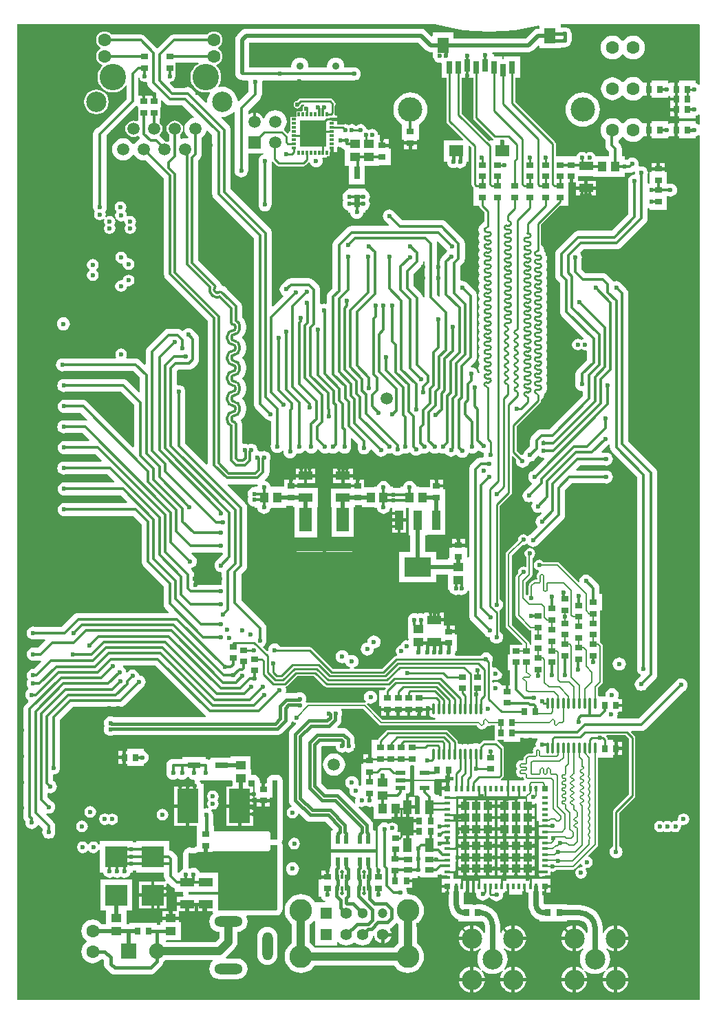
<source format=gbl>
G04 Layer_Physical_Order=4*
G04 Layer_Color=16711680*
%FSLAX44Y44*%
%MOMM*%
G71*
G01*
G75*
%ADD10C,0.2000*%
%ADD12R,1.1000X1.7000*%
%ADD15R,0.8000X0.9000*%
%ADD18R,1.0000X1.3000*%
%ADD19R,0.9000X0.8000*%
%ADD35R,1.7000X1.1000*%
%ADD36R,1.3000X1.0000*%
%ADD37C,0.2500*%
%ADD38C,0.3500*%
%ADD39C,0.3000*%
%ADD40C,0.4000*%
%ADD41C,0.5000*%
%ADD42C,1.0000*%
%ADD44C,0.4500*%
%ADD45C,3.0000*%
%ADD46C,6.0000*%
%ADD47C,4.0000*%
%ADD49C,0.9000*%
%ADD50C,1.6000*%
%ADD51C,2.8000*%
%ADD52R,1.4200X1.4200*%
%ADD53C,1.4200*%
%ADD54C,1.3000*%
%ADD55C,1.2000*%
%ADD56O,3.5000X1.3000*%
%ADD57O,1.3000X3.5000*%
%ADD58C,1.9000*%
%ADD59R,1.9000X1.9000*%
%ADD60C,1.5000*%
%ADD61R,1.5000X1.5000*%
%ADD62C,0.6000*%
%ADD63C,2.5000*%
%ADD64C,3.2500*%
%ADD65C,1.6000*%
%ADD66C,0.7000*%
%ADD67C,0.5000*%
%ADD87C,0.6500*%
%ADD88O,0.4000X1.3500*%
%ADD89R,2.7432X2.6162*%
%ADD90R,1.5000X3.0000*%
%ADD91R,6.2000X5.4000*%
%ADD92R,2.6000X4.2000*%
%ADD93R,1.6000X0.8000*%
%ADD94R,0.3000X0.5000*%
%ADD95R,0.6000X1.1000*%
%ADD96R,1.0500X0.8000*%
%ADD97R,0.7500X0.7500*%
%ADD98R,0.7500X0.4000*%
%ADD99R,0.4000X0.7500*%
%ADD100R,1.0000X1.0000*%
%ADD101R,1.2000X0.5000*%
%ADD102R,1.0000X2.4000*%
%ADD103R,3.3000X2.4000*%
%ADD104R,1.8000X1.4000*%
%ADD105R,1.4000X1.9000*%
%ADD106R,0.8000X1.5000*%
%ADD107R,0.8000X1.6000*%
%ADD108R,3.2000X3.2000*%
%ADD109R,0.3000X0.5000*%
%ADD110R,0.5000X0.3000*%
%ADD111R,9.5000X10.2500*%
G36*
X640486Y319853D02*
X640293Y319705D01*
X639011Y318034D01*
X638205Y316088D01*
X637930Y313999D01*
X638205Y311911D01*
X638264Y311768D01*
X637976Y311229D01*
X636090Y309969D01*
X634831Y308084D01*
X634388Y305860D01*
X634412D01*
X634761Y304104D01*
X634777Y304054D01*
X633983Y302569D01*
X629000D01*
X627634Y302297D01*
X626477Y301523D01*
X624477Y299523D01*
X623703Y298366D01*
X623431Y297000D01*
Y295017D01*
X621946Y294223D01*
X621896Y294239D01*
X620140Y294588D01*
Y294612D01*
X617916Y294169D01*
X616031Y292909D01*
X614771Y291024D01*
X614328Y288800D01*
X614328D01*
X614353Y288000D01*
X614328Y287200D01*
X614328D01*
X614771Y284976D01*
X615423Y284000D01*
X614771Y283024D01*
X614328Y280800D01*
X614328D01*
X614353Y280000D01*
X614328Y279200D01*
X614328D01*
X614771Y276976D01*
X616031Y275091D01*
X617916Y273831D01*
X620140Y273388D01*
Y273412D01*
X621896Y273761D01*
X621946Y273777D01*
X623431Y273000D01*
X623703Y271634D01*
X624127Y271000D01*
X623444Y269500D01*
X595715D01*
X595260Y271000D01*
X595704Y271296D01*
X597704Y273296D01*
X598532Y274537D01*
X598823Y276000D01*
Y309000D01*
X598532Y310463D01*
X597704Y311704D01*
X591704Y317704D01*
X590512Y318500D01*
X590483Y318632D01*
X590761Y320000D01*
X599002D01*
Y317500D01*
X619002D01*
Y321353D01*
X639977D01*
X640486Y319853D01*
D02*
G37*
G36*
X378083Y385296D02*
X379324Y384468D01*
X380787Y384177D01*
X453023D01*
X453597Y382791D01*
X453296Y382491D01*
X452468Y381250D01*
X452417Y380998D01*
X445500D01*
Y360998D01*
X448000D01*
Y358998D01*
X456000D01*
Y356998D01*
X458000D01*
Y349498D01*
X467000D01*
Y356998D01*
X471000D01*
Y349498D01*
X480000D01*
Y356998D01*
X484000D01*
Y349498D01*
X493000D01*
Y356998D01*
X495000D01*
Y358998D01*
X503000D01*
Y360998D01*
X505500D01*
X505500Y360998D01*
Y360998D01*
X505500Y360998D01*
X506892Y360738D01*
Y352750D01*
X507319Y350604D01*
X508535Y348785D01*
X510354Y347569D01*
X512500Y347142D01*
X513124Y347266D01*
X513294Y347044D01*
X514566Y346069D01*
X514065Y344569D01*
X449478D01*
X430441Y363606D01*
X431291Y364877D01*
X432912Y364206D01*
X435000Y363931D01*
X437088Y364206D01*
X439035Y365012D01*
X440706Y366294D01*
X441988Y367966D01*
X442794Y369912D01*
X443069Y372000D01*
X442794Y374088D01*
X441988Y376035D01*
X440706Y377706D01*
X439035Y378988D01*
X437088Y379794D01*
X435000Y380069D01*
X432912Y379794D01*
X430965Y378988D01*
X429294Y377706D01*
X428012Y376035D01*
X427206Y374088D01*
X426931Y372000D01*
X427206Y369912D01*
X428012Y367966D01*
X429008Y366667D01*
X428626Y365221D01*
X428522Y365053D01*
X428481Y365028D01*
X427308Y365261D01*
X358692D01*
X357327Y364989D01*
X355900Y365531D01*
X355318Y366762D01*
X355794Y367912D01*
X356069Y370000D01*
X355794Y372088D01*
X354988Y374035D01*
X353706Y375706D01*
X352034Y376988D01*
X350088Y377794D01*
X348000Y378069D01*
X345912Y377794D01*
X344161Y377069D01*
X331654D01*
X331315Y377376D01*
X330608Y378463D01*
X330794Y378912D01*
X331069Y381000D01*
X330794Y383088D01*
X330390Y384064D01*
X330605Y384468D01*
X331846Y385296D01*
X344726Y398177D01*
X365203D01*
X378083Y385296D01*
D02*
G37*
G36*
X760257Y1017827D02*
X760181Y1017250D01*
X760274Y1016546D01*
X760241Y1016367D01*
X759058Y1014945D01*
X757912Y1014794D01*
X755965Y1013988D01*
X754294Y1012706D01*
X753012Y1011034D01*
X752206Y1009088D01*
X751931Y1007000D01*
X752183Y1005085D01*
Y966137D01*
X731863Y945817D01*
X690433D01*
X688410Y945551D01*
X686525Y944770D01*
X684906Y943527D01*
X664473Y923094D01*
X663230Y921475D01*
X662907Y920694D01*
X662449Y919590D01*
X662183Y917567D01*
Y891000D01*
X662449Y888977D01*
X662907Y887872D01*
X663230Y887092D01*
X664473Y885473D01*
X667933Y882012D01*
Y846500D01*
X668200Y844477D01*
X668657Y843372D01*
X668981Y842591D01*
X670223Y840972D01*
X697089Y814106D01*
X696654Y812671D01*
X696269Y812594D01*
X694500Y811412D01*
X692731Y812594D01*
X690000Y813137D01*
X687269Y812594D01*
X684953Y811047D01*
X683406Y808731D01*
X682863Y806000D01*
X683406Y803269D01*
X684953Y800953D01*
X687269Y799406D01*
X690000Y798863D01*
X692731Y799406D01*
X694500Y800588D01*
X696269Y799406D01*
X699000Y798863D01*
X700274Y799116D01*
X701433Y798165D01*
Y787186D01*
X689473Y775226D01*
X688230Y773607D01*
X687907Y772826D01*
X687449Y771722D01*
X687183Y769698D01*
Y758915D01*
X686931Y757000D01*
X687206Y754912D01*
X688012Y752965D01*
X689294Y751294D01*
X690965Y750012D01*
X692912Y749206D01*
X695000Y748931D01*
X695055Y748938D01*
X696183Y747949D01*
Y742583D01*
X655417Y701817D01*
X645000D01*
X642977Y701551D01*
X641092Y700770D01*
X639473Y699527D01*
X633473Y693527D01*
X632230Y691908D01*
X631907Y691127D01*
X631450Y690023D01*
X631183Y688000D01*
Y681188D01*
X626827Y676832D01*
X625294Y675655D01*
X624012Y673984D01*
X623206Y672038D01*
X623112Y671321D01*
X622000Y670469D01*
X619912Y670193D01*
X619701Y670106D01*
X614823Y674983D01*
Y705416D01*
X643704Y734296D01*
X644532Y735537D01*
X644823Y737000D01*
Y737835D01*
X646227Y738773D01*
X647829Y741171D01*
X648392Y744000D01*
X648392D01*
X648619Y745406D01*
X649454Y746046D01*
X651017Y748083D01*
X651999Y750455D01*
X652221Y752139D01*
X652392Y753000D01*
X652221Y753861D01*
X651999Y755545D01*
X651017Y757917D01*
X650953Y758000D01*
X651017Y758083D01*
X651999Y760455D01*
X652221Y762139D01*
X652392Y763000D01*
X652221Y763861D01*
X651999Y765545D01*
X651017Y767917D01*
X650953Y768000D01*
X651017Y768083D01*
X651999Y770455D01*
X652221Y772139D01*
X652392Y773000D01*
X652221Y773861D01*
X651999Y775545D01*
X651017Y777917D01*
X650953Y778000D01*
X651017Y778083D01*
X651999Y780455D01*
X652221Y782139D01*
X652392Y783000D01*
X652221Y783861D01*
X651999Y785545D01*
X651017Y787917D01*
X650953Y788000D01*
X651017Y788083D01*
X651999Y790455D01*
X652221Y792139D01*
X652392Y793000D01*
X652221Y793861D01*
X651999Y795545D01*
X651017Y797917D01*
X650953Y798000D01*
X651017Y798083D01*
X651999Y800455D01*
X652221Y802139D01*
X652392Y803000D01*
X652221Y803861D01*
X651999Y805545D01*
X651017Y807917D01*
X650953Y808000D01*
X651017Y808083D01*
X651999Y810455D01*
X652221Y812139D01*
X652392Y813000D01*
X652221Y813861D01*
X651999Y815545D01*
X651017Y817917D01*
X650953Y818000D01*
X651017Y818083D01*
X651999Y820455D01*
X652221Y822139D01*
X652392Y823000D01*
X652221Y823861D01*
X651999Y825545D01*
X651017Y827917D01*
X650953Y828000D01*
X651017Y828083D01*
X651999Y830455D01*
X652221Y832139D01*
X652392Y833000D01*
X652221Y833861D01*
X651999Y835545D01*
X651017Y837917D01*
X650953Y838000D01*
X651017Y838083D01*
X651999Y840455D01*
X652221Y842139D01*
X652392Y843000D01*
X652221Y843861D01*
X651999Y845545D01*
X651017Y847917D01*
X650953Y848000D01*
X651017Y848083D01*
X651999Y850454D01*
X652221Y852139D01*
X652392Y853000D01*
X652221Y853861D01*
X651999Y855545D01*
X651017Y857917D01*
X650953Y858000D01*
X651017Y858083D01*
X651999Y860454D01*
X652221Y862139D01*
X652392Y863000D01*
X652221Y863861D01*
X651999Y865545D01*
X651017Y867917D01*
X650953Y868000D01*
X651017Y868083D01*
X651999Y870454D01*
X652221Y872139D01*
X652392Y873000D01*
X652221Y873861D01*
X651999Y875545D01*
X651017Y877917D01*
X650953Y878000D01*
X651017Y878083D01*
X651999Y880454D01*
X652221Y882139D01*
X652392Y883000D01*
X652221Y883861D01*
X651999Y885545D01*
X651017Y887917D01*
X650953Y888000D01*
X651017Y888083D01*
X651999Y890454D01*
X652221Y892139D01*
X652392Y893000D01*
X652221Y893861D01*
X651999Y895545D01*
X651017Y897917D01*
X650953Y898000D01*
X651017Y898083D01*
X651999Y900454D01*
X652221Y902139D01*
X652392Y903000D01*
X652221Y903861D01*
X651999Y905545D01*
X651017Y907917D01*
X650953Y908000D01*
X651017Y908083D01*
X651999Y910454D01*
X652221Y912139D01*
X652392Y913000D01*
X652221Y913861D01*
X651999Y915545D01*
X651017Y917917D01*
X649454Y919953D01*
X648619Y920594D01*
X648392Y922000D01*
X648392D01*
X647829Y924828D01*
X646227Y927227D01*
X644823Y928164D01*
Y947000D01*
Y953416D01*
X668409Y977002D01*
X678500D01*
Y991002D01*
Y1005498D01*
X680000D01*
Y1012998D01*
X684000D01*
Y1005498D01*
X688000D01*
Y1000500D01*
X698000D01*
Y1007500D01*
X690000D01*
Y1013500D01*
X708500D01*
Y1012000D01*
X747500D01*
Y1016931D01*
X754000D01*
X756088Y1017206D01*
X758035Y1018012D01*
X758851Y1018638D01*
X760257Y1017827D01*
D02*
G37*
G36*
X555149Y1133750D02*
X561325D01*
Y1084851D01*
X561616Y1083388D01*
X562445Y1082148D01*
X585296Y1059296D01*
X586113Y1058751D01*
X585658Y1057251D01*
X582150D01*
Y1057217D01*
X580764Y1056643D01*
X546973Y1090434D01*
Y1133750D01*
X553150D01*
Y1138249D01*
X555149D01*
Y1133750D01*
D02*
G37*
G36*
X445477Y338477D02*
X446634Y337703D01*
X448000Y337431D01*
X565241D01*
X565753Y337090D01*
X565877Y336464D01*
X567314Y334314D01*
X569464Y332877D01*
X572000Y332373D01*
X574536Y332877D01*
X576686Y334314D01*
X578123Y336464D01*
X578448Y336681D01*
X580000Y336373D01*
Y336412D01*
X581756Y336761D01*
X582759Y337431D01*
X587498D01*
Y333000D01*
X587498D01*
X587501Y332997D01*
Y320000D01*
X586721Y318823D01*
X575000D01*
X573537Y318532D01*
X572296Y317704D01*
X569171Y314578D01*
X568912Y314544D01*
X568403Y314333D01*
X566719Y315031D01*
X564500Y315323D01*
X562281Y315031D01*
X560597Y314334D01*
X560088Y314544D01*
X558000Y314819D01*
X555912Y314544D01*
X554750Y314063D01*
X553588Y314544D01*
X551500Y314819D01*
X549412Y314544D01*
X548250Y314063D01*
X547088Y314544D01*
X545000Y314819D01*
X543823Y314664D01*
X542323Y315805D01*
Y316713D01*
X542032Y318176D01*
X541203Y319417D01*
X530168Y330452D01*
X528928Y331281D01*
X527465Y331572D01*
X456748D01*
X455285Y331281D01*
X454045Y330452D01*
X444296Y320704D01*
X443825Y319998D01*
X436500D01*
Y301500D01*
X436000D01*
Y294000D01*
X434000D01*
Y292000D01*
X426000D01*
Y290000D01*
X423500D01*
Y270000D01*
X423500D01*
Y263987D01*
X422000Y263247D01*
X421035Y263988D01*
X419649Y264562D01*
X419794Y264912D01*
X420069Y267000D01*
X419794Y269088D01*
X418988Y271035D01*
X417706Y272706D01*
X416035Y273988D01*
X414088Y274794D01*
X412000Y275069D01*
X409912Y274794D01*
X407966Y273988D01*
X406294Y272706D01*
X405012Y271035D01*
X404206Y269088D01*
X403931Y267000D01*
X404206Y264912D01*
X405012Y262966D01*
X406294Y261294D01*
X407966Y260012D01*
X409351Y259438D01*
X409206Y259088D01*
X408931Y257000D01*
X409206Y254912D01*
X410012Y252966D01*
X411294Y251294D01*
X412966Y250012D01*
X414912Y249206D01*
X415749Y249096D01*
X416499Y247797D01*
X416205Y247088D01*
X415930Y245000D01*
X416205Y242911D01*
X416618Y241915D01*
X415346Y241065D01*
X399706Y256706D01*
X398035Y257988D01*
X396088Y258794D01*
X394000Y259069D01*
X381342D01*
X374069Y266342D01*
Y310658D01*
X375342Y311931D01*
X391940D01*
X392206Y309912D01*
X393012Y307966D01*
X394294Y306294D01*
X395965Y305012D01*
X397912Y304206D01*
X400000Y303931D01*
X402088Y304206D01*
X404000Y304998D01*
X405912Y304206D01*
X408000Y303931D01*
X410088Y304206D01*
X412034Y305012D01*
X413706Y306294D01*
X414988Y307966D01*
X415794Y309912D01*
X416069Y312000D01*
X415794Y314088D01*
X415069Y315839D01*
Y320485D01*
X414794Y322574D01*
X413988Y324520D01*
X412706Y326191D01*
X407191Y331706D01*
X405520Y332988D01*
X403574Y333794D01*
X401485Y334069D01*
X394440D01*
X393866Y335455D01*
X396706Y338294D01*
X397988Y339965D01*
X398794Y341912D01*
X399069Y344000D01*
Y348161D01*
X399794Y349912D01*
X400069Y352000D01*
X399794Y354088D01*
X398988Y356035D01*
X398536Y356624D01*
X399276Y358124D01*
X425830D01*
X445477Y338477D01*
D02*
G37*
G36*
X250800Y550131D02*
X251933Y550280D01*
X253208Y549294D01*
X253273Y547727D01*
X246627Y541082D01*
X245095Y539905D01*
X243812Y538234D01*
X243006Y536288D01*
X242731Y534200D01*
X243006Y532111D01*
X243812Y530165D01*
X245095Y528494D01*
X246766Y527212D01*
X248712Y526406D01*
X250800Y526131D01*
X251233Y525751D01*
Y510649D01*
X250800Y510269D01*
X248885Y510017D01*
X217817D01*
Y522603D01*
X217551Y524626D01*
X216770Y526512D01*
X215527Y528130D01*
X214096Y529562D01*
X214633Y531146D01*
X215088Y531206D01*
X217034Y532012D01*
X218706Y533294D01*
X219988Y534966D01*
X220794Y536912D01*
X221069Y539000D01*
X220794Y541088D01*
X219988Y543035D01*
X218706Y544706D01*
X217173Y545882D01*
X214172Y548883D01*
X214793Y550383D01*
X248885D01*
X250800Y550131D01*
D02*
G37*
G36*
X240183Y1063762D02*
Y991000D01*
X240450Y988977D01*
X240907Y987872D01*
X241230Y987092D01*
X242473Y985473D01*
X291183Y936762D01*
Y733000D01*
X291450Y730977D01*
X291907Y729873D01*
X292230Y729092D01*
X293473Y727473D01*
X305118Y715827D01*
X306294Y714294D01*
X307966Y713012D01*
X309912Y712206D01*
X312000Y711931D01*
X312433Y711551D01*
Y683036D01*
X312206Y682488D01*
X311931Y680400D01*
X312206Y678311D01*
X313012Y676365D01*
X314294Y674694D01*
X315965Y673412D01*
X317912Y672606D01*
X320000Y672331D01*
X322089Y672606D01*
X324035Y673412D01*
X325706Y674694D01*
X326676Y675958D01*
X328111Y675364D01*
X327931Y674000D01*
X328206Y671912D01*
X329012Y669966D01*
X330294Y668294D01*
X331965Y667012D01*
X333912Y666206D01*
X336000Y665931D01*
X338088Y666206D01*
X340034Y667012D01*
X341706Y668294D01*
X342988Y669966D01*
X343794Y671912D01*
X344558Y672353D01*
X344912Y672206D01*
X347000Y671931D01*
X349088Y672206D01*
X351035Y673012D01*
X352706Y674295D01*
X353599Y675458D01*
X353907Y675569D01*
X355093Y675569D01*
X355401Y675458D01*
X356294Y674294D01*
X357966Y673012D01*
X359912Y672206D01*
X362000Y671931D01*
X364088Y672206D01*
X366035Y673012D01*
X367706Y674294D01*
X368988Y675965D01*
X369243Y676581D01*
X371012Y676933D01*
X372118Y675827D01*
X373294Y674294D01*
X374966Y673012D01*
X376912Y672206D01*
X379000Y671931D01*
X381088Y672206D01*
X383035Y673012D01*
X383999Y673752D01*
X384965Y673011D01*
X386911Y672205D01*
X388999Y671930D01*
X391088Y672205D01*
X393034Y673011D01*
X394705Y674293D01*
X395055Y674749D01*
X396945D01*
X397294Y674294D01*
X398965Y673012D01*
X400912Y672206D01*
X403000Y671931D01*
X405088Y672206D01*
X407034Y673012D01*
X408706Y674294D01*
X409988Y675965D01*
X410794Y677912D01*
X411069Y680000D01*
X410817Y681915D01*
Y690269D01*
X412203Y690843D01*
X419183Y683863D01*
Y680915D01*
X418931Y679000D01*
X419206Y676912D01*
X420012Y674966D01*
X421294Y673294D01*
X422966Y672012D01*
X424912Y671206D01*
X427000Y670931D01*
X429088Y671206D01*
X431035Y672012D01*
X432706Y673294D01*
X433988Y674966D01*
X434536Y676288D01*
X436180Y676765D01*
X441118Y671827D01*
X442294Y670294D01*
X443965Y669012D01*
X445912Y668206D01*
X448000Y667931D01*
X450088Y668206D01*
X452034Y669012D01*
X453706Y670294D01*
X454988Y671965D01*
X455208Y672497D01*
X455912Y672206D01*
X458000Y671931D01*
X460088Y672206D01*
X461230Y672679D01*
X462293Y671293D01*
X463965Y670011D01*
X465911Y669205D01*
X467999Y668930D01*
X470088Y669205D01*
X472034Y670011D01*
X473705Y671293D01*
X474768Y672679D01*
X475912Y672206D01*
X478000Y671931D01*
X480088Y672206D01*
X482034Y673012D01*
X483094Y673825D01*
X484123Y672821D01*
X485294Y671294D01*
X486965Y670012D01*
X488912Y669206D01*
X491000Y668931D01*
X493088Y669206D01*
X495034Y670012D01*
X496706Y671294D01*
X497768Y672679D01*
X498912Y672206D01*
X501000Y671931D01*
X503088Y672206D01*
X505034Y673012D01*
X506706Y674294D01*
X506750Y674352D01*
X508250D01*
X508294Y674294D01*
X509966Y673012D01*
X511912Y672206D01*
X514000Y671931D01*
X516088Y672206D01*
X518035Y673012D01*
X518999Y673752D01*
X519964Y673011D01*
X521911Y672205D01*
X523999Y671930D01*
X526087Y672205D01*
X526792Y672496D01*
X527012Y671965D01*
X528294Y670294D01*
X529966Y669012D01*
X531912Y668206D01*
X534000Y667931D01*
X536088Y668206D01*
X538035Y669012D01*
X539706Y670294D01*
X539795Y670411D01*
X541562Y670249D01*
X542294Y669294D01*
X543965Y668012D01*
X545912Y667206D01*
X548000Y666931D01*
X550088Y667206D01*
X552034Y668012D01*
X553706Y669294D01*
X554988Y670965D01*
X555314Y671752D01*
X555898Y672881D01*
X557165Y672515D01*
X557912Y672206D01*
X560000Y671931D01*
X562088Y672206D01*
X564035Y673012D01*
X565706Y674294D01*
X566438Y675249D01*
X568256Y675344D01*
X568294Y675294D01*
X569966Y674012D01*
X571912Y673206D01*
X573365Y673015D01*
X574196Y672394D01*
X574526Y671487D01*
X574330Y670000D01*
X574519Y668566D01*
X573494Y667066D01*
X570582D01*
X568559Y666799D01*
X567454Y666342D01*
X566673Y666018D01*
X565054Y664776D01*
X558473Y658194D01*
X557230Y656575D01*
X556907Y655795D01*
X556450Y654690D01*
X556183Y652667D01*
Y544924D01*
X556133Y544533D01*
X554553Y544008D01*
X554000Y544561D01*
Y555498D01*
X551000D01*
Y556998D01*
X535000D01*
Y555498D01*
X532000D01*
Y543500D01*
X530000D01*
Y541078D01*
X516000D01*
Y550500D01*
X502078D01*
Y571500D01*
X504500D01*
Y571500D01*
X505000Y572000D01*
X527000D01*
Y608000D01*
X526500D01*
Y627998D01*
X524000D01*
Y629998D01*
X516000D01*
Y631998D01*
X514000D01*
Y639498D01*
X508000D01*
Y630500D01*
X494500D01*
Y631000D01*
X491189D01*
X491038Y632154D01*
X490206Y634161D01*
X488884Y635884D01*
X487161Y637206D01*
X485154Y638038D01*
X483000Y638321D01*
X480846Y638038D01*
X478839Y637206D01*
X477116Y635884D01*
X475794Y634161D01*
X474962Y632154D01*
X474810Y631000D01*
X471500D01*
Y629321D01*
X462500D01*
Y631000D01*
X459189D01*
X459038Y632154D01*
X458206Y634161D01*
X456884Y635884D01*
X455161Y637206D01*
X453154Y638038D01*
X451000Y638321D01*
X448846Y638038D01*
X446839Y637206D01*
X445116Y635884D01*
X443794Y634161D01*
X442962Y632154D01*
X442810Y631000D01*
X439500D01*
Y630500D01*
X427000D01*
Y639498D01*
X421000D01*
Y631998D01*
X419000D01*
Y629998D01*
X411000D01*
Y629000D01*
X386500D01*
Y606000D01*
X387500D01*
Y569250D01*
X414500D01*
Y606000D01*
X415500D01*
Y607998D01*
X424000D01*
Y605500D01*
X439500D01*
Y605000D01*
X442810D01*
X442962Y603846D01*
X443794Y601839D01*
X445116Y600116D01*
X446839Y598794D01*
X448846Y597962D01*
X451000Y597679D01*
X453154Y597962D01*
X455161Y598794D01*
X456884Y600116D01*
X458206Y601839D01*
X459038Y603846D01*
X459189Y605000D01*
X461500D01*
Y592000D01*
X478500D01*
Y605000D01*
X481500D01*
Y571500D01*
X483922D01*
Y550500D01*
X470000D01*
Y513500D01*
X516000D01*
Y522922D01*
X530000D01*
Y504500D01*
X531876D01*
X531962Y503846D01*
X532794Y501839D01*
X534116Y500116D01*
X535839Y498794D01*
X537846Y497962D01*
X540000Y497679D01*
X542154Y497962D01*
X543500Y498520D01*
X544846Y497962D01*
X547000Y497679D01*
X549154Y497962D01*
X551161Y498794D01*
X552884Y500116D01*
X552884D01*
X554206Y501839D01*
X554683Y502990D01*
X556183Y502692D01*
Y472000D01*
X556450Y469977D01*
X556907Y468872D01*
X557230Y468092D01*
X558473Y466473D01*
X575118Y449827D01*
X576294Y448294D01*
X577966Y447012D01*
X579912Y446206D01*
X581939Y445939D01*
X582206Y443912D01*
X583012Y441965D01*
X584294Y440294D01*
X585965Y439012D01*
X587912Y438206D01*
X590000Y437931D01*
X592088Y438206D01*
X594035Y439012D01*
X595706Y440294D01*
X596988Y441965D01*
X597794Y443912D01*
X598069Y446000D01*
X597794Y448088D01*
X596988Y450034D01*
X595706Y451706D01*
X594035Y452988D01*
X593823Y453075D01*
Y476000D01*
X593532Y477463D01*
X593488Y477530D01*
X593923Y478966D01*
X594035Y479012D01*
X595706Y480294D01*
X596988Y481965D01*
X597794Y483912D01*
X598069Y486000D01*
X597794Y488088D01*
X596988Y490034D01*
X595706Y491706D01*
X594035Y492988D01*
X593823Y493075D01*
Y607416D01*
X607704Y621296D01*
X608532Y622537D01*
X608823Y624000D01*
Y668209D01*
X610209Y668783D01*
X614293Y664699D01*
X614206Y664488D01*
X613931Y662399D01*
X614206Y660311D01*
X615012Y658365D01*
X616294Y656694D01*
X617966Y655412D01*
X619912Y654605D01*
X622000Y654330D01*
X624088Y654605D01*
X626035Y655412D01*
X627706Y656694D01*
X628988Y658365D01*
X629794Y660311D01*
X629888Y661028D01*
X631000Y661881D01*
X633088Y662156D01*
X635034Y662962D01*
X636706Y664244D01*
X637882Y665777D01*
X641454Y669349D01*
X642294Y669294D01*
X643966Y668012D01*
X645912Y667206D01*
X648000Y666931D01*
X648125Y666947D01*
X648826Y665527D01*
X633514Y650215D01*
X632966Y649988D01*
X631294Y648706D01*
X630012Y647035D01*
X629206Y645088D01*
X628931Y643000D01*
X629206Y640912D01*
X630012Y638965D01*
X631294Y637294D01*
X632892Y636068D01*
X633163Y635765D01*
X633419Y634474D01*
X625827Y626882D01*
X624294Y625706D01*
X623012Y624035D01*
X622206Y622088D01*
X621931Y620000D01*
X622206Y617912D01*
X623012Y615965D01*
X624294Y614294D01*
X625965Y613012D01*
X627912Y612206D01*
X630000Y611931D01*
X632088Y612206D01*
X633454Y612771D01*
X634399Y611539D01*
X634011Y611033D01*
X633205Y609087D01*
X632930Y606999D01*
X633205Y604910D01*
X634011Y602964D01*
X635293Y601293D01*
X636964Y600011D01*
X638910Y599205D01*
X640999Y598930D01*
X643087Y599205D01*
X644695Y599870D01*
X645544Y598599D01*
X641827Y594882D01*
X640294Y593706D01*
X639012Y592034D01*
X638206Y590088D01*
X637931Y588000D01*
X638206Y585912D01*
X639012Y583965D01*
X640294Y582294D01*
X640352Y581407D01*
X630827Y571882D01*
X629415Y570798D01*
X628926Y570607D01*
X627712Y570647D01*
X627686Y570686D01*
X625536Y572123D01*
X623000Y572627D01*
X620464Y572123D01*
X618314Y570686D01*
X616877Y568536D01*
X616373Y566000D01*
X616635Y564682D01*
X602477Y550523D01*
X601703Y549366D01*
X601431Y548000D01*
Y460000D01*
X601703Y458634D01*
X602477Y457477D01*
X621951Y438002D01*
X621330Y436502D01*
X619000D01*
Y436498D01*
X606000D01*
Y424998D01*
X603500D01*
Y404998D01*
X606353D01*
Y386500D01*
X605000D01*
Y379000D01*
X601000D01*
Y386500D01*
X596208D01*
X595987Y387034D01*
X594705Y388705D01*
X593033Y389987D01*
X591087Y390793D01*
X588999Y391068D01*
X586910Y390793D01*
X585823Y390343D01*
X584348Y391291D01*
X584348Y392710D01*
X585823Y393657D01*
X586912Y393206D01*
X589000Y392931D01*
X591088Y393206D01*
X593035Y394012D01*
X594706Y395294D01*
X595988Y396965D01*
X596794Y398912D01*
X597069Y401000D01*
X596794Y403088D01*
X595988Y405034D01*
X594706Y406706D01*
X593035Y407988D01*
X591088Y408794D01*
X589000Y409069D01*
X586912Y408794D01*
X585823Y408343D01*
X584323Y409306D01*
Y415500D01*
X584286Y415686D01*
X584794Y416912D01*
X585069Y419000D01*
X584794Y421088D01*
X583988Y423035D01*
X582706Y424706D01*
X581035Y425988D01*
X579088Y426794D01*
X577000Y427069D01*
X574912Y426794D01*
X572966Y425988D01*
X571294Y424706D01*
X570012Y423035D01*
X569925Y422823D01*
X539823D01*
X538821Y424324D01*
X539038Y424846D01*
X539321Y427000D01*
Y429000D01*
X541500D01*
Y449000D01*
X539000D01*
Y451000D01*
X531000D01*
Y453000D01*
X529000D01*
Y460500D01*
X525500D01*
Y465247D01*
X513500D01*
Y467247D01*
X511500D01*
Y476247D01*
X501500D01*
Y475689D01*
X500000Y474687D01*
X499154Y475038D01*
X497000Y475321D01*
X494846Y475038D01*
X493000Y474273D01*
X491154Y475038D01*
X489000Y475321D01*
X486846Y475038D01*
X484839Y474206D01*
X483116Y472884D01*
X481794Y471161D01*
X480962Y469154D01*
X480679Y467000D01*
Y461000D01*
X480962Y458846D01*
X481000Y458755D01*
Y444500D01*
X481500D01*
Y442822D01*
X480340Y441870D01*
X479000Y442137D01*
X476269Y441594D01*
X473953Y440047D01*
X472406Y437731D01*
X472052Y435948D01*
X470269Y435594D01*
X467953Y434047D01*
X466406Y431731D01*
X465863Y429000D01*
X466406Y426269D01*
X467706Y424323D01*
X467150Y422823D01*
X466575D01*
X465112Y422532D01*
X463872Y421704D01*
X448992Y406823D01*
X414672D01*
X414373Y408323D01*
X416034Y409011D01*
X417705Y410294D01*
X418987Y411965D01*
X419793Y413911D01*
X420068Y415999D01*
X419793Y418088D01*
X418987Y420034D01*
X417705Y421705D01*
X416034Y422987D01*
X414088Y423793D01*
X411999Y424068D01*
X409911Y423793D01*
X409375Y423571D01*
X407794Y424088D01*
X407687Y424347D01*
X406988Y426035D01*
X405706Y427706D01*
X404035Y428988D01*
X402088Y429794D01*
X400000Y430069D01*
X397912Y429794D01*
X395965Y428988D01*
X394294Y427706D01*
X393012Y426035D01*
X392206Y424088D01*
X391931Y422000D01*
X392206Y419912D01*
X393012Y417966D01*
X394294Y416294D01*
X395965Y415012D01*
X397912Y414206D01*
X400000Y413931D01*
X402088Y414206D01*
X402624Y414428D01*
X404205Y413911D01*
X404312Y413652D01*
X405011Y411965D01*
X406293Y410294D01*
X407965Y409011D01*
X409625Y408323D01*
X409327Y406823D01*
X388584D01*
X362704Y432704D01*
X361463Y433532D01*
X360000Y433823D01*
X324075D01*
X323988Y434035D01*
X322706Y435706D01*
X321035Y436988D01*
X319088Y437794D01*
X317000Y438069D01*
X314912Y437794D01*
X312966Y436988D01*
X311294Y435706D01*
X310012Y434035D01*
X309206Y432088D01*
X308931Y430000D01*
X309027Y429269D01*
X307607Y428568D01*
X302666Y433509D01*
X302889Y434630D01*
X303176Y435120D01*
X304706Y436294D01*
X305988Y437966D01*
X306794Y439912D01*
X307069Y442000D01*
X306817Y443915D01*
Y457000D01*
X306551Y459023D01*
X305770Y460908D01*
X304527Y462527D01*
X275817Y491238D01*
Y523116D01*
X280777Y528076D01*
X282020Y529695D01*
X282801Y531581D01*
X283067Y533604D01*
Y605216D01*
X282801Y607239D01*
X282020Y609125D01*
X280777Y610744D01*
X258838Y632683D01*
X259459Y634183D01*
X295179D01*
X296094Y633089D01*
X296199Y632726D01*
X295962Y632154D01*
X295811Y631000D01*
X292500D01*
Y630321D01*
X292000D01*
X289846Y630038D01*
X287839Y629206D01*
X286116Y627884D01*
X284794Y626161D01*
X283962Y624154D01*
X283679Y622000D01*
X283962Y619846D01*
X284520Y618500D01*
X283962Y617154D01*
X283679Y615000D01*
X283962Y612846D01*
X284794Y610839D01*
X286116Y609116D01*
X287839Y607794D01*
X289846Y606962D01*
X292000Y606679D01*
X292500D01*
Y605000D01*
X295811D01*
X295962Y603846D01*
X296794Y601839D01*
X298116Y600116D01*
X299839Y598794D01*
X301846Y597962D01*
X304000Y597679D01*
X306154Y597962D01*
X308161Y598794D01*
X309884Y600116D01*
X311206Y601839D01*
X312038Y603846D01*
X312190Y605000D01*
X331500D01*
Y607498D01*
X340000D01*
Y605500D01*
X341000D01*
Y568750D01*
X369000D01*
Y605500D01*
X370000D01*
Y629500D01*
X345000D01*
Y629998D01*
X337000D01*
Y631998D01*
X335000D01*
Y639498D01*
X329000D01*
Y631000D01*
X312190D01*
X312038Y632154D01*
X311206Y634161D01*
X309884Y635884D01*
X308161Y637206D01*
X306154Y638038D01*
X305127Y638173D01*
X304589Y639757D01*
X308277Y643445D01*
X309520Y645063D01*
X309843Y645844D01*
X310301Y646949D01*
X310567Y648972D01*
Y662417D01*
X310988Y662965D01*
X311794Y664912D01*
X312069Y667000D01*
X311794Y669088D01*
X310988Y671034D01*
X309706Y672706D01*
X308035Y673988D01*
X306089Y674794D01*
X304000Y675069D01*
X301912Y674794D01*
X300000Y674002D01*
X298088Y674794D01*
X297435Y674880D01*
X296069Y676000D01*
X295794Y678088D01*
X294988Y680034D01*
X293706Y681706D01*
X292035Y682988D01*
X290089Y683794D01*
X288000Y684069D01*
X285912Y683794D01*
X284000Y683002D01*
X282089Y683794D01*
X280000Y684069D01*
X278317Y683847D01*
X276817Y684762D01*
Y708250D01*
X276841D01*
X276480Y710991D01*
X275514Y713322D01*
X277305Y714695D01*
X279789Y717933D01*
X281351Y721704D01*
X281884Y725750D01*
X281817D01*
Y728250D01*
X281884D01*
X281351Y732296D01*
X279789Y736067D01*
X277305Y739305D01*
Y739695D01*
X279789Y742933D01*
X281351Y746704D01*
X281884Y750750D01*
X281817D01*
Y753250D01*
X281884D01*
X281351Y757296D01*
X279789Y761067D01*
X277305Y764305D01*
Y764695D01*
X279789Y767933D01*
X281351Y771704D01*
X281884Y775750D01*
X281817D01*
Y778250D01*
X281884D01*
X281351Y782296D01*
X279789Y786067D01*
X277305Y789305D01*
Y789695D01*
X279789Y792933D01*
X281351Y796704D01*
X281884Y800750D01*
X281817D01*
Y803250D01*
X281884D01*
X281351Y807296D01*
X279789Y811067D01*
X277305Y814305D01*
Y814695D01*
X279789Y817933D01*
X281351Y821704D01*
X281884Y825750D01*
X281817D01*
Y828250D01*
X281884D01*
X281351Y832296D01*
X279789Y836067D01*
X277305Y839305D01*
X276817Y839679D01*
Y852778D01*
X276551Y854801D01*
X275770Y856687D01*
X274527Y858306D01*
X266122Y866710D01*
X266121Y866711D01*
X266120Y866712D01*
X258344Y874489D01*
X257305Y875560D01*
X257299Y875568D01*
X255105Y877251D01*
X252551Y878309D01*
X251358Y878466D01*
X251201Y879659D01*
X250143Y882213D01*
X248466Y884398D01*
X248466Y884398D01*
X248466Y884399D01*
X248460Y884407D01*
X248452Y884413D01*
X248451Y884413D01*
X248420Y884413D01*
X247390Y885443D01*
X222817Y910016D01*
Y1032762D01*
X224977Y1034923D01*
X226220Y1036542D01*
X227001Y1038427D01*
X227267Y1040450D01*
Y1060482D01*
X229078Y1061872D01*
X231242Y1064692D01*
X232603Y1067976D01*
X232773Y1069270D01*
X234193Y1069752D01*
X240183Y1063762D01*
D02*
G37*
G36*
X501183Y907803D02*
Y864000D01*
X499697Y863809D01*
X499551Y864923D01*
X499093Y866027D01*
X498770Y866808D01*
X497527Y868427D01*
X487767Y878188D01*
Y892712D01*
X497277Y902223D01*
X498520Y903842D01*
X498843Y904622D01*
X499300Y905727D01*
X499409Y906553D01*
X499551Y906894D01*
X499683Y907902D01*
X501183Y907803D01*
D02*
G37*
G36*
X366401Y96549D02*
Y92502D01*
Y66302D01*
X393601D01*
Y70905D01*
X395022Y71387D01*
X395657Y70559D01*
X398394Y68459D01*
X401580Y67139D01*
X405000Y66689D01*
X408420Y67139D01*
X411606Y68459D01*
X413980Y70280D01*
X415000Y70450D01*
X416020Y70280D01*
X418393Y68459D01*
X421580Y67139D01*
X425000Y66689D01*
X428420Y67139D01*
X431606Y68459D01*
X434343Y70559D01*
X436443Y73295D01*
X437763Y76482D01*
X438005Y78321D01*
X439518D01*
X439674Y77135D01*
X440742Y74556D01*
X442441Y72342D01*
X444655Y70643D01*
X447234Y69575D01*
X448001Y69474D01*
Y79902D01*
X450001D01*
Y81902D01*
X460429D01*
X460328Y82669D01*
X459260Y85247D01*
X458783Y85870D01*
X459272Y87696D01*
X460034Y88012D01*
X461706Y89294D01*
X466706Y94294D01*
X467688Y94407D01*
X469534Y92892D01*
X469605Y92855D01*
Y69547D01*
X469534Y69510D01*
X466489Y67011D01*
X463990Y63965D01*
X463952Y63895D01*
X366048D01*
X366010Y63965D01*
X363511Y67011D01*
X360466Y69510D01*
X360395Y69547D01*
Y92855D01*
X360466Y92892D01*
X363511Y95392D01*
X364901Y97086D01*
X366401Y96549D01*
D02*
G37*
G36*
X528118Y922827D02*
X528904Y921803D01*
X528715Y920029D01*
X528294Y919706D01*
X527118Y918173D01*
X522473Y913527D01*
X521230Y911908D01*
X520907Y911127D01*
X520449Y910023D01*
X520183Y908000D01*
Y867331D01*
X520386Y865790D01*
X518989Y865066D01*
X516817Y867238D01*
Y930000D01*
X516550Y932023D01*
X516373Y932450D01*
X517645Y933300D01*
X528118Y922827D01*
D02*
G37*
G36*
X182473Y1102473D02*
X184092Y1101230D01*
X184872Y1100907D01*
X185977Y1100450D01*
X188000Y1100183D01*
X203762D01*
X217702Y1086243D01*
X217220Y1084823D01*
X215926Y1084652D01*
X212642Y1083292D01*
X209822Y1081128D01*
X207658Y1078308D01*
X206298Y1075024D01*
X205834Y1071500D01*
X206298Y1067976D01*
X207658Y1064692D01*
X209822Y1061872D01*
X210685Y1061210D01*
X210663Y1060565D01*
X209129Y1059403D01*
X206750Y1059716D01*
X203226Y1059252D01*
X202179Y1058819D01*
X200932Y1059652D01*
Y1064176D01*
X201182Y1064368D01*
X202785Y1066457D01*
X203793Y1068889D01*
X204136Y1071500D01*
X203793Y1074110D01*
X202785Y1076543D01*
X201182Y1078632D01*
X199093Y1080235D01*
X196660Y1081243D01*
X194050Y1081586D01*
X191439Y1081243D01*
X189007Y1080235D01*
X186918Y1078632D01*
X185315Y1076543D01*
X184307Y1074110D01*
X183964Y1071500D01*
X184307Y1068889D01*
X185315Y1066457D01*
X186918Y1064368D01*
X187168Y1064176D01*
Y1056020D01*
X185668Y1055135D01*
X183960Y1055843D01*
X181576Y1056156D01*
X175867Y1061867D01*
X175149Y1062346D01*
X175100Y1063845D01*
X175782Y1064368D01*
X177385Y1066457D01*
X178393Y1068889D01*
X178736Y1071500D01*
X178393Y1074110D01*
X177385Y1076543D01*
X175782Y1078632D01*
X175532Y1078824D01*
Y1084502D01*
X176000D01*
Y1097502D01*
X177000Y1097502D01*
Y1105985D01*
X178386Y1106560D01*
X182473Y1102473D01*
D02*
G37*
G36*
X150642Y1133366D02*
X152134Y1131134D01*
X154366Y1129642D01*
X157000Y1129118D01*
X158866Y1129489D01*
X160206Y1128397D01*
X160229Y1128347D01*
X160183Y1128000D01*
X160450Y1125977D01*
X161230Y1124092D01*
X162473Y1122473D01*
X171058Y1113887D01*
X171000Y1113748D01*
Y1105002D01*
X167000D01*
Y1112502D01*
X158000D01*
Y1105002D01*
X154000D01*
Y1112502D01*
X148882D01*
Y1134523D01*
X150382Y1134671D01*
X150642Y1133366D01*
D02*
G37*
G36*
X223461Y1151616D02*
X221683Y1150666D01*
X218828Y1148322D01*
X216485Y1145467D01*
X214743Y1142210D01*
X213671Y1138676D01*
X213309Y1135000D01*
X213671Y1131324D01*
X214743Y1127790D01*
X216485Y1124533D01*
X218828Y1121678D01*
X221683Y1119334D01*
X224940Y1117593D01*
X228474Y1116521D01*
X232150Y1116159D01*
X235826Y1116521D01*
X236759Y1116804D01*
X237592Y1115557D01*
X236993Y1114828D01*
X235276Y1111614D01*
X234218Y1108127D01*
X233860Y1104500D01*
X233905Y1104046D01*
X232549Y1103405D01*
X215427Y1120527D01*
X213808Y1121770D01*
X211923Y1122551D01*
X209900Y1122817D01*
X207876Y1122551D01*
X206263Y1121882D01*
X193750D01*
X187910Y1127723D01*
X188531Y1129223D01*
X190634Y1129642D01*
X192866Y1131134D01*
X194358Y1133366D01*
X194882Y1136000D01*
X194882Y1136000D01*
Y1139498D01*
X195000D01*
Y1152498D01*
X196244Y1153116D01*
X223085D01*
X223461Y1151616D01*
D02*
G37*
G36*
X502687Y1168188D02*
X504463Y1166826D01*
X506530Y1165969D01*
X508749Y1165677D01*
X511250D01*
Y1158751D01*
X512273D01*
X513012Y1156965D01*
X514294Y1155294D01*
X515965Y1154012D01*
X517912Y1153206D01*
X520000Y1152931D01*
X520649Y1153016D01*
X522149Y1151701D01*
Y1133750D01*
X528326D01*
Y1080851D01*
X528616Y1079388D01*
X529445Y1078148D01*
X548956Y1058637D01*
X548382Y1057251D01*
X545515D01*
X545000Y1057319D01*
X544485Y1057251D01*
X525249D01*
Y1031251D01*
X528931D01*
Y1031000D01*
X529206Y1028912D01*
X530012Y1026965D01*
X531294Y1025294D01*
X532966Y1024012D01*
X534912Y1023206D01*
X537000Y1022931D01*
X539088Y1023206D01*
X540723Y1023883D01*
X540839Y1023794D01*
X542846Y1022962D01*
X545000Y1022679D01*
X547154Y1022962D01*
X549161Y1023794D01*
X550884Y1025116D01*
X552206Y1026839D01*
X553038Y1028846D01*
X553321Y1031000D01*
Y1031251D01*
X555249D01*
Y1050384D01*
X556635Y1050958D01*
X559177Y1048416D01*
Y1003000D01*
X559468Y1001537D01*
X560296Y1000296D01*
X561750Y998843D01*
Y991000D01*
Y977000D01*
X568427D01*
Y976750D01*
X568718Y975287D01*
X569546Y974046D01*
X575177Y968416D01*
Y957164D01*
X573773Y956227D01*
X573572Y955926D01*
X572583Y955516D01*
X570546Y953953D01*
X568983Y951917D01*
X568001Y949545D01*
X567779Y947860D01*
X567608Y947000D01*
X567779Y946139D01*
X568001Y944454D01*
X568983Y942083D01*
X569047Y942000D01*
X568983Y941917D01*
X568001Y939545D01*
X567779Y937861D01*
X567608Y937000D01*
X567779Y936139D01*
X568001Y934454D01*
X568983Y932083D01*
X569047Y932000D01*
X568983Y931917D01*
X568001Y929545D01*
X567779Y927861D01*
X567608Y927000D01*
X567779Y926139D01*
X568001Y924454D01*
X568983Y922083D01*
X569047Y922000D01*
X568983Y921917D01*
X568001Y919545D01*
X567779Y917861D01*
X567608Y917000D01*
X567779Y916139D01*
X568001Y914454D01*
X568983Y912083D01*
X569047Y912000D01*
X568983Y911917D01*
X568001Y909545D01*
X567779Y907861D01*
X567608Y907000D01*
X567779Y906139D01*
X568001Y904454D01*
X568983Y902083D01*
X569047Y902000D01*
X568983Y901917D01*
X568001Y899545D01*
X567779Y897861D01*
X567608Y897000D01*
X567779Y896139D01*
X568001Y894454D01*
X568983Y892083D01*
X569047Y892000D01*
X568983Y891917D01*
X568001Y889545D01*
X567779Y887861D01*
X567608Y887000D01*
X567779Y886139D01*
X568001Y884454D01*
X568983Y882083D01*
X569047Y882000D01*
X568983Y881917D01*
X568001Y879545D01*
X567779Y877861D01*
X567608Y877000D01*
X567779Y876139D01*
X568001Y874454D01*
X568983Y872083D01*
X569047Y872000D01*
X568983Y871917D01*
X568001Y869545D01*
X567779Y867861D01*
X567608Y867000D01*
X567779Y866139D01*
X568001Y864454D01*
X568983Y862083D01*
X569047Y862000D01*
X568983Y861917D01*
X568001Y859545D01*
X567779Y857861D01*
X567608Y857000D01*
X567779Y856139D01*
X568001Y854454D01*
X568983Y852083D01*
X569047Y852000D01*
X568983Y851917D01*
X568001Y849545D01*
X567779Y847861D01*
X567608Y847000D01*
X567779Y846139D01*
X568001Y844454D01*
X568983Y842083D01*
X569047Y842000D01*
X568983Y841917D01*
X568001Y839545D01*
X567779Y837861D01*
X567608Y837000D01*
X567779Y836139D01*
X568001Y834455D01*
X568983Y832083D01*
X569047Y832000D01*
X568983Y831917D01*
X568001Y829545D01*
X567779Y827861D01*
X567608Y827000D01*
X567779Y826139D01*
X568001Y824455D01*
X568983Y822083D01*
X569047Y822000D01*
X568983Y821917D01*
X568001Y819545D01*
X567779Y817861D01*
X567608Y817000D01*
X567779Y816139D01*
X568001Y814455D01*
X568983Y812083D01*
X569047Y812000D01*
X568983Y811917D01*
X568001Y809545D01*
X567779Y807861D01*
X567608Y807000D01*
X567779Y806139D01*
X568001Y804455D01*
X568983Y802083D01*
X569047Y802000D01*
X568983Y801917D01*
X568001Y799545D01*
X567779Y797861D01*
X567608Y797000D01*
X567779Y796139D01*
X568001Y794455D01*
X568983Y792083D01*
X569047Y792000D01*
X568983Y791917D01*
X568001Y789545D01*
X567779Y787861D01*
X567608Y787000D01*
X567779Y786139D01*
X568001Y784455D01*
X568983Y782083D01*
X569047Y782000D01*
X568983Y781917D01*
X568001Y779545D01*
X567779Y777861D01*
X567608Y777000D01*
X567779Y776139D01*
X568001Y774455D01*
X568983Y772083D01*
X569047Y772000D01*
X568983Y771917D01*
X568487Y770719D01*
X566948Y770922D01*
X566794Y772088D01*
X565988Y774035D01*
X564706Y775706D01*
X563035Y776988D01*
X561088Y777794D01*
X559000Y778069D01*
X558861Y778051D01*
X558161Y779471D01*
X563777Y785088D01*
X565020Y786707D01*
X565801Y788592D01*
X566067Y790615D01*
Y865750D01*
X565801Y867773D01*
X565020Y869659D01*
X563777Y871277D01*
X554882Y880173D01*
X553706Y881706D01*
X552034Y882988D01*
X550088Y883794D01*
X548000Y884069D01*
X547317Y883979D01*
X545817Y885294D01*
Y903095D01*
X548777Y906055D01*
X550020Y907674D01*
X550343Y908455D01*
X550801Y909560D01*
X551067Y911583D01*
Y930417D01*
X550801Y932440D01*
X550020Y934326D01*
X548777Y935945D01*
X528195Y956527D01*
X526576Y957770D01*
X525795Y958093D01*
X524690Y958550D01*
X522667Y958817D01*
X474238D01*
X464882Y968173D01*
X463706Y969706D01*
X462034Y970988D01*
X460088Y971794D01*
X458000Y972069D01*
X455912Y971794D01*
X453965Y970988D01*
X452294Y969706D01*
X451012Y968035D01*
X450206Y966088D01*
X449931Y964000D01*
X450206Y961912D01*
X451012Y959966D01*
X452294Y958294D01*
X453827Y957118D01*
X457743Y953203D01*
X457169Y951817D01*
X411333D01*
X409310Y951551D01*
X407424Y950770D01*
X405805Y949527D01*
X390573Y934295D01*
X389331Y932676D01*
X389007Y931895D01*
X388550Y930791D01*
X388284Y928768D01*
Y875238D01*
X383473Y870427D01*
X382230Y868808D01*
X381907Y868027D01*
X381450Y866923D01*
X381183Y864900D01*
Y856762D01*
X379683Y855847D01*
X378000Y856069D01*
X375912Y855794D01*
X374567Y855237D01*
X373067Y856049D01*
Y873417D01*
X372800Y875440D01*
X372020Y877326D01*
X370777Y878945D01*
X364527Y885195D01*
X362908Y886437D01*
X362127Y886760D01*
X361023Y887218D01*
X359000Y887484D01*
X336867D01*
X334844Y887218D01*
X332959Y886437D01*
X331340Y885195D01*
X326927Y880782D01*
X325394Y879606D01*
X324112Y877934D01*
X323306Y875988D01*
X323031Y873900D01*
X323306Y871812D01*
X324112Y869865D01*
X325394Y868194D01*
X327066Y866912D01*
X327368Y866787D01*
X327661Y865315D01*
X315203Y852857D01*
X313817Y853431D01*
Y942899D01*
X313550Y944923D01*
X312770Y946808D01*
X311527Y948427D01*
X262817Y997137D01*
Y1069900D01*
X262551Y1071923D01*
X261770Y1073808D01*
X260527Y1075427D01*
X251355Y1084599D01*
X251996Y1085955D01*
X252450Y1085910D01*
X256077Y1086268D01*
X259564Y1087326D01*
X262778Y1089043D01*
X265595Y1091355D01*
X266266Y1092174D01*
X267679Y1091668D01*
Y1020000D01*
X267962Y1017846D01*
X268794Y1015839D01*
X270116Y1014116D01*
X271839Y1012794D01*
X273846Y1011962D01*
X276000Y1011679D01*
X278154Y1011962D01*
X280161Y1012794D01*
X281884Y1014116D01*
X283206Y1015839D01*
X284038Y1017846D01*
X284321Y1020000D01*
Y1041298D01*
X302845D01*
X302944Y1039798D01*
X302912Y1039794D01*
X300965Y1038988D01*
X299294Y1037706D01*
X298012Y1036034D01*
X297206Y1034088D01*
X296931Y1032000D01*
Y978000D01*
X297206Y975912D01*
X298012Y973966D01*
X299294Y972294D01*
X300965Y971012D01*
X302912Y970206D01*
X305000Y969931D01*
X307088Y970206D01*
X309035Y971012D01*
X310706Y972294D01*
X311988Y973966D01*
X312794Y975912D01*
X313069Y978000D01*
Y1030450D01*
X313505Y1030750D01*
X314569Y1031024D01*
X319296Y1026296D01*
X320537Y1025468D01*
X322000Y1025177D01*
X352000D01*
X353463Y1025468D01*
X354704Y1026296D01*
X358649Y1030242D01*
X359675Y1030024D01*
X360271Y1029753D01*
X361012Y1027965D01*
X362294Y1026294D01*
X363965Y1025012D01*
X365912Y1024206D01*
X368000Y1023931D01*
X370088Y1024206D01*
X372034Y1025012D01*
X373706Y1026294D01*
X374988Y1027965D01*
X375794Y1029912D01*
X376069Y1032000D01*
X375794Y1034088D01*
X375520Y1034751D01*
X376353Y1035998D01*
X381500D01*
Y1037998D01*
X384500D01*
Y1042998D01*
X385500D01*
Y1047998D01*
X389500D01*
Y1042998D01*
X393500D01*
Y1048581D01*
X395000Y1049584D01*
X395912Y1049206D01*
X398000Y1048931D01*
X399033Y1049067D01*
X399230Y1048590D01*
X400473Y1046971D01*
X402092Y1045729D01*
X403500Y1045145D01*
Y1041498D01*
Y1025498D01*
X408000D01*
Y1003000D01*
X428000D01*
Y1025498D01*
X445500D01*
Y1026998D01*
X459500D01*
Y1046998D01*
X457000D01*
Y1048998D01*
X449000D01*
Y1050998D01*
X447000D01*
Y1058498D01*
X446000D01*
Y1063998D01*
X444138D01*
X444137Y1064000D01*
X443594Y1066731D01*
X442047Y1069047D01*
X439731Y1070594D01*
X437000Y1071137D01*
X434269Y1070594D01*
X433000Y1069746D01*
X431731Y1070594D01*
X429948Y1070948D01*
X429594Y1072731D01*
X428047Y1075047D01*
X425731Y1076594D01*
X423000Y1077137D01*
X420269Y1076594D01*
X417953Y1075047D01*
X417047D01*
X414731Y1076594D01*
X412000Y1077137D01*
X409269Y1076594D01*
X408000Y1075746D01*
X406731Y1076594D01*
X404000Y1077137D01*
X401708Y1076681D01*
X401002Y1076822D01*
X394281D01*
X393500Y1077998D01*
Y1080998D01*
X391501D01*
Y1080999D01*
X387500D01*
Y1084998D01*
X393500D01*
Y1087998D01*
X390952D01*
X390304Y1089498D01*
X390590Y1089927D01*
X390804Y1091000D01*
Y1099446D01*
X391532Y1100537D01*
X391823Y1102000D01*
X391532Y1103463D01*
X390704Y1104704D01*
X387704Y1107704D01*
X386463Y1108532D01*
X385000Y1108823D01*
X349000D01*
X347537Y1108532D01*
X346296Y1107704D01*
X343978Y1105385D01*
X343244Y1105239D01*
X341756Y1104244D01*
X340761Y1102756D01*
X340412Y1101000D01*
X340761Y1099244D01*
X341756Y1097756D01*
X343244Y1096761D01*
X345000Y1096412D01*
X346756Y1096761D01*
X348244Y1097756D01*
X349239Y1099244D01*
X349385Y1099978D01*
X350584Y1101177D01*
X352948D01*
X353402Y1099677D01*
X352756Y1099244D01*
X351761Y1097756D01*
X351412Y1096000D01*
X351711Y1094498D01*
X350927Y1092998D01*
X343500D01*
Y1085998D01*
X336500D01*
Y1079998D01*
Y1067998D01*
X334500D01*
Y1066029D01*
X333000Y1065407D01*
X328405Y1070002D01*
X328249Y1070948D01*
X329929Y1073138D01*
X331340Y1076544D01*
X331821Y1080198D01*
X331340Y1083853D01*
X329929Y1087259D01*
X327685Y1090183D01*
X324760Y1092427D01*
X321355Y1093838D01*
X317700Y1094319D01*
X314045Y1093838D01*
X310640Y1092427D01*
X307715Y1090183D01*
X305471Y1087259D01*
X304188Y1084162D01*
X303207Y1083990D01*
X302595Y1084087D01*
X301908Y1085746D01*
X300145Y1088044D01*
X297847Y1089807D01*
X295172Y1090915D01*
X294300Y1091030D01*
Y1080198D01*
X290300D01*
Y1091030D01*
X289428Y1090915D01*
X286753Y1089807D01*
X285821Y1089092D01*
X284321Y1089832D01*
Y1093553D01*
X298883Y1108115D01*
X300206Y1109839D01*
X301037Y1111846D01*
X301321Y1113999D01*
Y1128998D01*
X301230Y1129683D01*
X302546Y1131183D01*
X322085D01*
X324000Y1130931D01*
X325915Y1131183D01*
X413085D01*
X415000Y1130931D01*
X417088Y1131206D01*
X419035Y1132012D01*
X420706Y1133294D01*
X421988Y1134966D01*
X422794Y1136912D01*
X423069Y1139000D01*
X422794Y1141088D01*
X421988Y1143035D01*
X420706Y1144706D01*
X419035Y1145988D01*
X417088Y1146794D01*
X415000Y1147069D01*
X413085Y1146817D01*
X403507D01*
X402518Y1147945D01*
X402590Y1148498D01*
X402230Y1151239D01*
X401172Y1153794D01*
X399488Y1155987D01*
X397295Y1157670D01*
X394741Y1158728D01*
X392000Y1159089D01*
X389259Y1158728D01*
X386705Y1157670D01*
X384511Y1155987D01*
X382828Y1153794D01*
X381770Y1151239D01*
X381409Y1148498D01*
X381482Y1147945D01*
X380493Y1146817D01*
X359506D01*
X358517Y1147945D01*
X358590Y1148498D01*
X358229Y1151239D01*
X357171Y1153794D01*
X355488Y1155987D01*
X353295Y1157670D01*
X350741Y1158728D01*
X347999Y1159089D01*
X345258Y1158728D01*
X342704Y1157670D01*
X340511Y1155987D01*
X338828Y1153794D01*
X337770Y1151239D01*
X337409Y1148498D01*
X337482Y1147945D01*
X336493Y1146817D01*
X325915D01*
X324000Y1147069D01*
X322085Y1146817D01*
X285573D01*
Y1177176D01*
X493700D01*
X502687Y1168188D01*
D02*
G37*
G36*
X514982Y1199935D02*
X514982Y1199935D01*
X514982D01*
X517181Y1199268D01*
X532895Y1195604D01*
X548815Y1192975D01*
X564873Y1191394D01*
X581000Y1190866D01*
X597127Y1191394D01*
X613185Y1192975D01*
X629105Y1195604D01*
X641575Y1198512D01*
X642750Y1197579D01*
Y1194323D01*
X641000D01*
X638781Y1194030D01*
X636713Y1193174D01*
X634938Y1191812D01*
X625950Y1182824D01*
X537249D01*
Y1189751D01*
X511250D01*
Y1185835D01*
X509864Y1185261D01*
X503313Y1191812D01*
X501538Y1193174D01*
X499470Y1194030D01*
X497251Y1194323D01*
X281749D01*
X279530Y1194030D01*
X277463Y1193174D01*
X275687Y1191812D01*
X270938Y1187062D01*
X269575Y1185287D01*
X268719Y1183219D01*
X268427Y1181000D01*
Y1140000D01*
X268719Y1137781D01*
X269575Y1135713D01*
X270938Y1133938D01*
X272713Y1132575D01*
X274781Y1131719D01*
X275581Y1131613D01*
X275977Y1131450D01*
X278000Y1131183D01*
X283453D01*
X284769Y1129683D01*
X284678Y1128998D01*
Y1117446D01*
X272474Y1105242D01*
X270911Y1105801D01*
X270682Y1108127D01*
X269625Y1111614D01*
X267907Y1114828D01*
X265595Y1117645D01*
X262778Y1119957D01*
X259564Y1121674D01*
X256077Y1122732D01*
X252450Y1123090D01*
X248823Y1122732D01*
X247987Y1122478D01*
X247153Y1123726D01*
X247815Y1124533D01*
X249557Y1127790D01*
X250629Y1131324D01*
X250991Y1135000D01*
X250629Y1138676D01*
X249557Y1142210D01*
X247815Y1145467D01*
X245472Y1148322D01*
X244909Y1148784D01*
X245386Y1150334D01*
X247545Y1151228D01*
X249739Y1152911D01*
X251422Y1155105D01*
X252480Y1157659D01*
X252841Y1160400D01*
X252480Y1163141D01*
X251422Y1165695D01*
X249739Y1167889D01*
X247545Y1169572D01*
X246994Y1169800D01*
Y1171300D01*
X247545Y1171528D01*
X249739Y1173211D01*
X251422Y1175405D01*
X252480Y1177959D01*
X252841Y1180700D01*
X252480Y1183441D01*
X251422Y1185995D01*
X249739Y1188189D01*
X247545Y1189872D01*
X244991Y1190930D01*
X242250Y1191291D01*
X239509Y1190930D01*
X236955Y1189872D01*
X234761Y1188189D01*
X234296Y1187582D01*
X192777D01*
X192777Y1187582D01*
X190143Y1187058D01*
X187910Y1185566D01*
X173250Y1170906D01*
X171750D01*
X157089Y1185566D01*
X154857Y1187058D01*
X152223Y1187582D01*
X115704D01*
X115239Y1188189D01*
X113045Y1189872D01*
X110491Y1190930D01*
X107750Y1191291D01*
X105009Y1190930D01*
X102455Y1189872D01*
X100261Y1188189D01*
X98578Y1185995D01*
X97520Y1183441D01*
X97159Y1180700D01*
X97520Y1177959D01*
X98578Y1175405D01*
X100261Y1173211D01*
X102455Y1171528D01*
X103006Y1171300D01*
Y1169800D01*
X102455Y1169572D01*
X100261Y1167889D01*
X98578Y1165695D01*
X97520Y1163141D01*
X97159Y1160400D01*
X97520Y1157659D01*
X98578Y1155105D01*
X100261Y1152911D01*
X102455Y1151228D01*
X104614Y1150334D01*
X105091Y1148784D01*
X104528Y1148322D01*
X102184Y1145467D01*
X100443Y1142210D01*
X99371Y1138676D01*
X99009Y1135000D01*
X99371Y1131324D01*
X100443Y1127790D01*
X102184Y1124533D01*
X104528Y1121678D01*
X107383Y1119334D01*
X110640Y1117593D01*
X114174Y1116521D01*
X117850Y1116159D01*
X121526Y1116521D01*
X125060Y1117593D01*
X128317Y1119334D01*
X131172Y1121678D01*
X133516Y1124533D01*
X133663Y1124808D01*
X135118Y1124444D01*
Y1107851D01*
X100374Y1073107D01*
X99846Y1073038D01*
X97839Y1072206D01*
X96116Y1070884D01*
X94794Y1069161D01*
X93962Y1067154D01*
X93679Y1065000D01*
Y975000D01*
X93962Y972846D01*
X94794Y970839D01*
X95874Y969432D01*
X95406Y968731D01*
X94863Y966000D01*
X95406Y963269D01*
X96953Y960953D01*
X99269Y959406D01*
X102000Y958863D01*
X104731Y959406D01*
X106112Y960329D01*
X106291Y960246D01*
X107328Y959337D01*
X106863Y957000D01*
X107406Y954269D01*
X108254Y953000D01*
X107406Y951731D01*
X106863Y949000D01*
X107406Y946269D01*
X108953Y943953D01*
X111269Y942406D01*
X114000Y941863D01*
X116731Y942406D01*
X119047Y943953D01*
X120594Y946269D01*
X121137Y949000D01*
X120594Y951731D01*
X119746Y953000D01*
X120594Y954269D01*
X121137Y957000D01*
X120594Y959731D01*
X119047Y962047D01*
X116731Y963594D01*
X114000Y964137D01*
X111269Y963594D01*
X109888Y962671D01*
X109709Y962754D01*
X108672Y963663D01*
X109137Y966000D01*
X108594Y968731D01*
X108126Y969432D01*
X109206Y970839D01*
X110038Y972846D01*
X110321Y975000D01*
Y1063588D01*
X146500Y1099767D01*
X148000Y1099249D01*
Y1097502D01*
X149000Y1097502D01*
Y1084502D01*
X149118D01*
Y1081370D01*
X147618Y1080515D01*
X145861Y1081243D01*
X143250Y1081586D01*
X140639Y1081243D01*
X138207Y1080235D01*
X136118Y1078632D01*
X134515Y1076543D01*
X133507Y1074110D01*
X133164Y1071500D01*
X133507Y1068889D01*
X134515Y1066457D01*
X136118Y1064368D01*
X138207Y1062765D01*
X140639Y1061757D01*
X143250Y1061414D01*
X145861Y1061757D01*
X148053Y1062665D01*
X148842Y1062517D01*
X149844Y1062064D01*
X151025Y1060296D01*
X151081Y1059587D01*
X150888Y1058615D01*
X149142Y1057892D01*
X146322Y1055728D01*
X144158Y1052908D01*
X144000Y1052527D01*
X142500D01*
X142342Y1052908D01*
X140178Y1055728D01*
X137358Y1057892D01*
X134074Y1059252D01*
X130550Y1059716D01*
X127026Y1059252D01*
X123742Y1057892D01*
X120922Y1055728D01*
X118758Y1052908D01*
X117398Y1049624D01*
X116934Y1046100D01*
X117398Y1042576D01*
X118758Y1039292D01*
X120922Y1036472D01*
X123742Y1034308D01*
X127026Y1032947D01*
X130550Y1032484D01*
X134074Y1032947D01*
X137358Y1034308D01*
X140178Y1036472D01*
X142342Y1039292D01*
X142500Y1039673D01*
X144000D01*
X144158Y1039292D01*
X146322Y1036472D01*
X149142Y1034308D01*
X152426Y1032947D01*
X155950Y1032484D01*
X158214Y1032782D01*
X180683Y1010312D01*
Y892500D01*
X180949Y890477D01*
X181407Y889372D01*
X181730Y888592D01*
X182973Y886973D01*
X234683Y835262D01*
Y658959D01*
X233183Y658338D01*
X206817Y684704D01*
Y746085D01*
X207069Y748000D01*
X206794Y750088D01*
X205988Y752035D01*
X204706Y753706D01*
X203034Y754988D01*
X201088Y755794D01*
X199000Y756069D01*
X198317Y755979D01*
X196817Y757294D01*
Y773863D01*
X197887Y774933D01*
X211417D01*
X213440Y775200D01*
X214545Y775657D01*
X215326Y775980D01*
X216945Y777223D01*
X221777Y782055D01*
X223020Y783674D01*
X223801Y785560D01*
X224067Y787583D01*
Y812748D01*
X223801Y814771D01*
X223020Y816656D01*
X221777Y818275D01*
X217881Y822171D01*
X216705Y823704D01*
X215034Y824986D01*
X213088Y825792D01*
X211000Y826067D01*
X208911Y825792D01*
X206965Y824986D01*
X205294Y823704D01*
X204793Y823051D01*
X203061Y822794D01*
X202805Y822884D01*
X201326Y824020D01*
X200545Y824343D01*
X199440Y824800D01*
X197417Y825067D01*
X186250D01*
X184227Y824800D01*
X182342Y824020D01*
X180723Y822777D01*
X160473Y802527D01*
X159230Y800909D01*
X158907Y800128D01*
X158449Y799023D01*
X158183Y797000D01*
Y781831D01*
X156797Y781257D01*
X151628Y786427D01*
X150009Y787669D01*
X149228Y787993D01*
X148123Y788450D01*
X146100Y788717D01*
X134693D01*
X133891Y790217D01*
X134594Y791269D01*
X135137Y794000D01*
X134594Y796731D01*
X133047Y799047D01*
X130731Y800594D01*
X128000Y801137D01*
X125269Y800594D01*
X122953Y799047D01*
X121406Y796731D01*
X120863Y794000D01*
X121406Y791269D01*
X122109Y790217D01*
X121307Y788717D01*
X58275D01*
X58088Y788794D01*
X56000Y789069D01*
X53912Y788794D01*
X51965Y787988D01*
X50294Y786706D01*
X49012Y785034D01*
X48206Y783088D01*
X47931Y781000D01*
X48206Y778912D01*
X49012Y776965D01*
X50294Y775294D01*
X51965Y774012D01*
X53912Y773206D01*
X56000Y772931D01*
X57154Y773083D01*
X142862D01*
X151183Y764762D01*
Y748228D01*
X149797Y747654D01*
X136425Y761027D01*
X134806Y762269D01*
X134025Y762593D01*
X132920Y763050D01*
X130897Y763317D01*
X59415D01*
X57500Y763569D01*
X55411Y763294D01*
X53465Y762488D01*
X51794Y761205D01*
X50512Y759534D01*
X49706Y757588D01*
X49431Y755500D01*
X49706Y753411D01*
X50512Y751465D01*
X51794Y749794D01*
X53465Y748512D01*
X55411Y747706D01*
X57500Y747431D01*
X59415Y747683D01*
X127659D01*
X144183Y731159D01*
Y680001D01*
X142797Y679427D01*
X86697Y735527D01*
X85078Y736770D01*
X84297Y737093D01*
X83193Y737551D01*
X81170Y737817D01*
X59915D01*
X58000Y738069D01*
X55912Y737794D01*
X53966Y736988D01*
X52294Y735706D01*
X51012Y734035D01*
X50206Y732088D01*
X49931Y730000D01*
X50206Y727912D01*
X51012Y725965D01*
X52294Y724294D01*
X53966Y723012D01*
X55912Y722206D01*
X58000Y721931D01*
X59915Y722183D01*
X77932D01*
X86677Y713438D01*
X85828Y712166D01*
X85625Y712250D01*
X83602Y712517D01*
X59415D01*
X57500Y712769D01*
X55411Y712494D01*
X53465Y711688D01*
X51794Y710405D01*
X50512Y708734D01*
X49706Y706788D01*
X49431Y704700D01*
X49706Y702611D01*
X50512Y700665D01*
X51794Y698994D01*
X53465Y697712D01*
X55411Y696906D01*
X57500Y696631D01*
X59415Y696883D01*
X80364D01*
X88844Y688403D01*
X88270Y687017D01*
X59915D01*
X58000Y687269D01*
X55912Y686994D01*
X53966Y686188D01*
X52294Y684906D01*
X51012Y683234D01*
X50206Y681288D01*
X49931Y679200D01*
X50206Y677112D01*
X51012Y675165D01*
X52294Y673494D01*
X53966Y672212D01*
X55912Y671406D01*
X58000Y671131D01*
X59915Y671383D01*
X95964D01*
X104245Y663102D01*
X103671Y661717D01*
X59415D01*
X57500Y661969D01*
X55411Y661694D01*
X53465Y660888D01*
X51794Y659605D01*
X50512Y657934D01*
X49706Y655988D01*
X49431Y653900D01*
X49706Y651811D01*
X50512Y649865D01*
X51794Y648194D01*
X53465Y646912D01*
X55411Y646106D01*
X57500Y645831D01*
X59415Y646083D01*
X111365D01*
X119845Y637603D01*
X119271Y636217D01*
X59915D01*
X58000Y636469D01*
X55912Y636194D01*
X53966Y635388D01*
X52294Y634106D01*
X51012Y632435D01*
X50206Y630488D01*
X49931Y628400D01*
X50206Y626312D01*
X51012Y624366D01*
X52294Y622694D01*
X53966Y621412D01*
X55912Y620606D01*
X58000Y620331D01*
X59915Y620583D01*
X126965D01*
X135346Y612203D01*
X134772Y610817D01*
X59915D01*
X58000Y611069D01*
X55912Y610794D01*
X53966Y609988D01*
X52294Y608706D01*
X51012Y607034D01*
X50206Y605088D01*
X49931Y603000D01*
X50206Y600912D01*
X51012Y598965D01*
X52294Y597294D01*
X53966Y596012D01*
X55912Y595206D01*
X58000Y594931D01*
X59915Y595183D01*
X142466D01*
X153183Y584466D01*
Y539100D01*
X153449Y537077D01*
X153907Y535973D01*
X154230Y535192D01*
X155473Y533573D01*
X180183Y508863D01*
Y486899D01*
X180450Y484876D01*
X180907Y483772D01*
X181230Y482991D01*
X182473Y481372D01*
X186642Y477203D01*
X186068Y475817D01*
X75333D01*
X73310Y475550D01*
X71424Y474770D01*
X69805Y473527D01*
X55095Y458817D01*
X21915D01*
X20000Y459069D01*
X17912Y458794D01*
X15965Y457988D01*
X14294Y456706D01*
X13012Y455034D01*
X12206Y453088D01*
X11931Y451000D01*
X12206Y448912D01*
X13012Y446965D01*
X14294Y445294D01*
X15965Y444012D01*
X17912Y443206D01*
X20000Y442931D01*
X21915Y443183D01*
X34169D01*
X34743Y441797D01*
X25762Y432817D01*
X21915D01*
X20000Y433069D01*
X17912Y432794D01*
X15965Y431988D01*
X14294Y430706D01*
X13012Y429035D01*
X12206Y427088D01*
X11931Y425000D01*
X12206Y422912D01*
X13012Y420965D01*
X14294Y419294D01*
X15965Y418012D01*
X17912Y417206D01*
X20000Y416931D01*
X21915Y417183D01*
X29000D01*
X29008Y417184D01*
X29709Y415764D01*
X20896Y406951D01*
X20000Y407069D01*
X17912Y406794D01*
X15965Y405988D01*
X14294Y404706D01*
X13012Y403035D01*
X12206Y401088D01*
X11931Y399000D01*
X12206Y396912D01*
X13012Y394966D01*
X13753Y394000D01*
X13012Y393035D01*
X12206Y391088D01*
X11931Y389000D01*
X12206Y386912D01*
X13012Y384966D01*
X14031Y383638D01*
X13984Y382455D01*
X13750Y381822D01*
X12294Y380705D01*
X11012Y379034D01*
X10206Y377088D01*
X9931Y374999D01*
X10206Y372911D01*
X11012Y370965D01*
X12294Y369294D01*
X13440Y368415D01*
X13774Y366628D01*
X10223Y363076D01*
X8980Y361457D01*
X8657Y360676D01*
X8199Y359572D01*
X7933Y357549D01*
Y225250D01*
X8199Y223227D01*
X8657Y222122D01*
X8980Y221342D01*
X10167Y219795D01*
X9931Y218000D01*
X10206Y215912D01*
X11012Y213965D01*
X12294Y212294D01*
X13966Y211012D01*
X15912Y210206D01*
X18000Y209931D01*
X20088Y210206D01*
X22034Y211012D01*
X23706Y212294D01*
X24988Y213965D01*
X25250Y214599D01*
X26721Y214891D01*
X31183Y210429D01*
Y207915D01*
X30931Y206000D01*
X31206Y203912D01*
X32012Y201966D01*
X33294Y200294D01*
X34966Y199012D01*
X36912Y198206D01*
X39000Y197931D01*
X41088Y198206D01*
X43035Y199012D01*
X44706Y200294D01*
X45988Y201966D01*
X46794Y203912D01*
X47069Y206000D01*
X46817Y207915D01*
Y213667D01*
X46550Y215690D01*
X45770Y217576D01*
X44527Y219195D01*
X35594Y228128D01*
X36443Y229400D01*
X36912Y229206D01*
X39000Y228931D01*
X41088Y229206D01*
X43035Y230012D01*
X44706Y231294D01*
X45988Y232966D01*
X46794Y234912D01*
X47069Y237000D01*
X46794Y239088D01*
X45988Y241035D01*
X44706Y242706D01*
X43173Y243882D01*
X37567Y249488D01*
Y253412D01*
X38565Y254079D01*
X39067Y254185D01*
X41000Y253930D01*
X43088Y254205D01*
X45034Y255012D01*
X46706Y256294D01*
X47988Y257965D01*
X48794Y259911D01*
X49069Y261999D01*
X48794Y264088D01*
X47988Y266034D01*
X46706Y267705D01*
X45173Y268881D01*
X44567Y269487D01*
Y276551D01*
X45000Y276930D01*
X47088Y277205D01*
X49034Y278011D01*
X50706Y279294D01*
X51988Y280965D01*
X52794Y282911D01*
X53069Y284999D01*
X52817Y286915D01*
Y343963D01*
X68787Y359933D01*
X126750D01*
X128773Y360200D01*
X129878Y360657D01*
X130659Y360980D01*
X132277Y362223D01*
X154173Y384118D01*
X155706Y385294D01*
X156988Y386965D01*
X157794Y388912D01*
X158069Y391000D01*
X157794Y393088D01*
X156988Y395034D01*
X155706Y396706D01*
X154035Y397988D01*
X152088Y398794D01*
X150000Y399069D01*
X149920Y399131D01*
X149794Y400088D01*
X148988Y402034D01*
X147705Y403705D01*
X146034Y404987D01*
X144088Y405793D01*
X142000Y406068D01*
X139911Y405793D01*
X137965Y404987D01*
X136294Y403705D01*
X135546Y402730D01*
X134653Y402893D01*
X134038Y403229D01*
X133794Y405088D01*
X132988Y407034D01*
X131705Y408705D01*
X130430Y409683D01*
X130925Y411183D01*
X170064D01*
X231774Y349473D01*
X232431Y348969D01*
X231922Y347469D01*
X118839D01*
X117088Y348194D01*
X115000Y348469D01*
X112912Y348194D01*
X110965Y347388D01*
X109294Y346105D01*
X108012Y344434D01*
X107206Y342488D01*
X106931Y340400D01*
X107206Y338311D01*
X107998Y336400D01*
X107206Y334488D01*
X106931Y332400D01*
X107206Y330311D01*
X108012Y328365D01*
X109294Y326694D01*
X110965Y325412D01*
X112912Y324606D01*
X115000Y324331D01*
X117088Y324606D01*
X118839Y325331D01*
X319885D01*
X321973Y325606D01*
X323919Y326412D01*
X325591Y327694D01*
X335706Y337809D01*
X336988Y339480D01*
X337794Y341426D01*
X337845Y341812D01*
X338821Y342145D01*
X339415Y342246D01*
X341464Y340877D01*
X342866Y340598D01*
X343359Y338971D01*
X342837Y338448D01*
X342837Y338448D01*
X338294Y333905D01*
X338294Y333905D01*
X336537Y332148D01*
X335255Y330477D01*
X334449Y328531D01*
X334174Y326442D01*
Y245272D01*
X334449Y243184D01*
X335255Y241238D01*
X336537Y239567D01*
X337847Y238256D01*
X337411Y236821D01*
X336269Y236594D01*
X333953Y235047D01*
X332406Y232731D01*
X331863Y230000D01*
X332406Y227269D01*
X333953Y224953D01*
X336269Y223406D01*
X339000Y222863D01*
X341731Y223406D01*
X344047Y224953D01*
X345594Y227269D01*
X345821Y228412D01*
X347257Y228847D01*
X354809Y221294D01*
X356480Y220012D01*
X358426Y219206D01*
X360515Y218931D01*
X379165D01*
X388685Y209411D01*
X388012Y208535D01*
X387791Y208000D01*
X386000D01*
Y185000D01*
X441000D01*
Y208000D01*
X439002D01*
X438988Y208034D01*
X438069Y209232D01*
Y215000D01*
X437794Y217088D01*
X436988Y219035D01*
X435706Y220706D01*
X420065Y236346D01*
X420915Y237618D01*
X421911Y237205D01*
X423999Y236931D01*
X426088Y237205D01*
X428034Y238011D01*
X429000Y238753D01*
X429966Y238012D01*
X431912Y237206D01*
X434000Y236931D01*
X436088Y237206D01*
X437500Y237791D01*
X439000Y237018D01*
Y222500D01*
X461000D01*
Y225000D01*
X464000D01*
Y235000D01*
X468000D01*
Y225000D01*
X478500D01*
Y237000D01*
X480500D01*
Y239000D01*
X489500D01*
Y249000D01*
X478851D01*
X478182Y250238D01*
X478979Y251500D01*
X484000D01*
Y268500D01*
X481500D01*
Y270500D01*
X484000D01*
Y287500D01*
X485086Y288498D01*
X487914D01*
X489000Y287500D01*
Y270500D01*
X513000D01*
Y270500D01*
X514136Y271380D01*
X514740Y271500D01*
X527002D01*
Y274000D01*
X529002D01*
Y282000D01*
X533002D01*
Y274000D01*
X536676D01*
Y269500D01*
X532500D01*
Y267000D01*
X531750D01*
Y259750D01*
X529750D01*
Y257750D01*
X522500D01*
Y250000D01*
X519500D01*
Y252000D01*
X515187D01*
X514706Y253161D01*
X513500Y254733D01*
Y269000D01*
X488500D01*
Y251000D01*
X494054D01*
X495116Y249616D01*
X495500Y249232D01*
Y228000D01*
X489500D01*
Y235000D01*
X482500D01*
Y225000D01*
X487502D01*
Y222000D01*
X495002D01*
Y218000D01*
X487502D01*
Y212000D01*
Y209000D01*
X495002D01*
Y205000D01*
X487502D01*
Y202000D01*
X482500D01*
Y190000D01*
X478500D01*
Y202000D01*
X473500D01*
Y206498D01*
X468471D01*
X467764Y207821D01*
X468094Y208315D01*
X468637Y211046D01*
X468094Y213777D01*
X466547Y216092D01*
X464231Y217640D01*
X461500Y218183D01*
X458769Y217640D01*
X456853Y216360D01*
X456035Y216988D01*
X454088Y217794D01*
X452000Y218069D01*
X449912Y217794D01*
X447966Y216988D01*
X446294Y215706D01*
X445012Y214035D01*
X444206Y212088D01*
X443931Y210000D01*
X444183Y208085D01*
Y163669D01*
X444450Y161646D01*
X445131Y160000D01*
X444531Y158500D01*
X442069D01*
Y160399D01*
X441794Y162488D01*
X441000Y164405D01*
Y181000D01*
X386000D01*
Y164405D01*
X385206Y162488D01*
X384931Y160399D01*
Y158500D01*
X384000D01*
Y151000D01*
X382000D01*
Y149000D01*
X374000D01*
Y147500D01*
X371000D01*
Y126500D01*
X374106D01*
X374794Y124839D01*
X376116Y123116D01*
X377840Y121794D01*
X379268Y121202D01*
X378970Y119702D01*
X366580D01*
X366010Y120767D01*
X363511Y123813D01*
X360466Y126312D01*
X356991Y128169D01*
X353221Y129313D01*
X349300Y129699D01*
X345380Y129313D01*
X341610Y128169D01*
X338135Y126312D01*
X335090Y123813D01*
X332590Y120767D01*
X330733Y117293D01*
X329590Y113523D01*
X329204Y109602D01*
X329590Y105681D01*
X330733Y101911D01*
X332590Y98437D01*
X335090Y95392D01*
X338135Y92892D01*
X338205Y92855D01*
Y69547D01*
X338135Y69510D01*
X335090Y67011D01*
X332590Y63965D01*
X330733Y60491D01*
X329590Y56721D01*
X329204Y52800D01*
X329590Y48879D01*
X330733Y45109D01*
X332590Y41635D01*
X335090Y38589D01*
X338135Y36090D01*
X341610Y34233D01*
X345380Y33089D01*
X349300Y32703D01*
X353221Y33089D01*
X356991Y34233D01*
X360466Y36090D01*
X363511Y38589D01*
X366010Y41635D01*
X366048Y41705D01*
X463952D01*
X463990Y41635D01*
X466489Y38589D01*
X469534Y36090D01*
X473009Y34233D01*
X476779Y33089D01*
X480700Y32703D01*
X484620Y33089D01*
X488390Y34233D01*
X491865Y36090D01*
X494910Y38589D01*
X497410Y41635D01*
X499267Y45109D01*
X500410Y48879D01*
X500796Y52800D01*
X500410Y56721D01*
X499267Y60491D01*
X497410Y63965D01*
X494910Y67011D01*
X491865Y69510D01*
X491795Y69547D01*
Y92855D01*
X491865Y92892D01*
X494910Y95392D01*
X497410Y98437D01*
X499267Y101911D01*
X500410Y105681D01*
X500796Y109602D01*
X500410Y113523D01*
X499267Y117293D01*
X497410Y120767D01*
X494910Y123813D01*
X491865Y126312D01*
X488390Y128169D01*
X484620Y129313D01*
X481240Y129646D01*
X480213Y130634D01*
X479954Y131133D01*
X480068Y132000D01*
X479793Y134088D01*
X478987Y136034D01*
X478630Y136500D01*
X479369Y138000D01*
X486498D01*
Y144000D01*
X478998D01*
Y148000D01*
X486498D01*
Y149500D01*
X492500D01*
Y151931D01*
X494000D01*
X494872Y152046D01*
X496000Y151057D01*
Y150000D01*
X518500D01*
Y152850D01*
X518926Y152935D01*
X521000Y154321D01*
X522500Y153734D01*
Y152500D01*
X529750D01*
Y148500D01*
X522500D01*
Y145000D01*
Y141250D01*
X529750D01*
Y137250D01*
X522500D01*
Y132000D01*
X530730D01*
X531170Y131498D01*
Y117450D01*
X531147D01*
X531557Y113294D01*
X532769Y109298D01*
X534737Y105615D01*
X537387Y102387D01*
X537361Y102361D01*
X540720Y99784D01*
X543002Y98839D01*
Y96500D01*
X571941D01*
X573400Y96400D01*
X574630Y94797D01*
X575402Y92931D01*
X575666Y90929D01*
X575670D01*
Y82333D01*
X574170Y82035D01*
X573576Y83469D01*
X571011Y86811D01*
X567669Y89376D01*
X563777Y90988D01*
X561600Y91275D01*
Y75400D01*
Y59525D01*
X563777Y59812D01*
X567669Y61424D01*
X569920Y63151D01*
X570970Y62066D01*
X569543Y60328D01*
X567826Y57114D01*
X566768Y53627D01*
X566410Y50000D01*
X566768Y46373D01*
X567826Y42886D01*
X569543Y39672D01*
X570970Y37933D01*
X569920Y36848D01*
X567669Y38576D01*
X563777Y40188D01*
X561600Y40475D01*
Y26600D01*
X575475D01*
X575188Y28777D01*
X573576Y32669D01*
X571848Y34920D01*
X572934Y35970D01*
X574672Y34543D01*
X577886Y32826D01*
X581373Y31768D01*
X585000Y31411D01*
X588627Y31768D01*
X592114Y32826D01*
X595328Y34543D01*
X597066Y35970D01*
X598152Y34920D01*
X596424Y32669D01*
X594812Y28777D01*
X594525Y26600D01*
X608400D01*
Y40475D01*
X606223Y40188D01*
X602331Y38576D01*
X600080Y36848D01*
X599030Y37933D01*
X600457Y39672D01*
X602174Y42886D01*
X603232Y46373D01*
X603590Y50000D01*
X603232Y53627D01*
X602174Y57114D01*
X600457Y60328D01*
X599030Y62066D01*
X600080Y63151D01*
X602331Y61424D01*
X606223Y59812D01*
X608400Y59525D01*
Y75400D01*
Y91275D01*
X606223Y90988D01*
X602331Y89376D01*
X598989Y86811D01*
X596424Y83469D01*
X595830Y82035D01*
X594330Y82333D01*
Y90929D01*
X594377D01*
X593869Y96089D01*
X592364Y101050D01*
X589920Y105623D01*
X586631Y109631D01*
X586619Y109619D01*
X583131Y112482D01*
X579152Y114609D01*
X577002Y115261D01*
Y117500D01*
X549830D01*
Y131498D01*
X550270Y132000D01*
X552500D01*
Y139250D01*
Y146500D01*
X548500D01*
Y149000D01*
X537000D01*
Y156500D01*
X539500D01*
Y170000D01*
X540000D01*
Y187000D01*
X539500D01*
Y198500D01*
Y205500D01*
Y221500D01*
X537000D01*
Y226000D01*
X540000D01*
Y233000D01*
Y250000D01*
X569500D01*
Y252500D01*
X574500D01*
Y250000D01*
X626052D01*
X626930Y249000D01*
X627061Y248000D01*
X625842Y246500D01*
X616000D01*
Y238000D01*
X612000D01*
Y246500D01*
X602000D01*
Y238000D01*
X600000D01*
Y236000D01*
X591500D01*
Y229500D01*
Y226000D01*
X600000D01*
Y222000D01*
X591500D01*
Y215500D01*
Y212000D01*
X600000D01*
Y210000D01*
X602000D01*
Y201500D01*
X612000D01*
Y210000D01*
X616000D01*
Y201500D01*
X626000D01*
Y210000D01*
X628000D01*
Y212000D01*
X636500D01*
Y215500D01*
Y222000D01*
X628000D01*
Y226000D01*
X636500D01*
Y229500D01*
Y236000D01*
X628000D01*
Y240000D01*
X636500D01*
Y241128D01*
X637087Y241205D01*
X638000Y241583D01*
X639500Y240581D01*
Y233500D01*
Y226500D01*
Y219500D01*
X642000D01*
Y215000D01*
X649250D01*
Y212001D01*
X642000D01*
Y208000D01*
Y201000D01*
Y201000D01*
X649250D01*
Y198001D01*
X642000D01*
Y194000D01*
Y187000D01*
Y180000D01*
Y173000D01*
Y166000D01*
Y159000D01*
Y159000D01*
X649250D01*
Y155500D01*
X642000D01*
Y149000D01*
X630500D01*
Y146500D01*
X625500D01*
Y149000D01*
X602500D01*
Y146500D01*
X597500D01*
Y149000D01*
X567500D01*
Y146500D01*
X563500D01*
Y139250D01*
Y132000D01*
X564057D01*
X565046Y130872D01*
X564931Y130000D01*
X565206Y127912D01*
X566012Y125965D01*
X567294Y124294D01*
X568965Y123012D01*
X570912Y122206D01*
X573000Y121931D01*
X575088Y122206D01*
X577034Y123012D01*
X578706Y124294D01*
X579382Y125175D01*
X580019Y125956D01*
X581434Y125536D01*
X581537Y125468D01*
X582918Y125193D01*
X583012Y124965D01*
X584294Y123294D01*
X585965Y122012D01*
X587912Y121206D01*
X590000Y120931D01*
X592088Y121206D01*
X594035Y122012D01*
X595706Y123294D01*
X596988Y124965D01*
X597794Y126912D01*
X598069Y129000D01*
X597872Y130500D01*
X598705Y131755D01*
X599040Y132000D01*
X602500D01*
Y129500D01*
X625500D01*
Y132000D01*
X627859D01*
X629170Y131498D01*
Y117450D01*
X629147D01*
X629557Y113294D01*
X630769Y109298D01*
X632737Y105615D01*
X635387Y102387D01*
X635361Y102361D01*
X638720Y99784D01*
X642631Y98164D01*
X643002Y98115D01*
Y96500D01*
X677002D01*
Y97670D01*
X691515D01*
X691611Y97683D01*
X694409Y97315D01*
X697105Y96198D01*
X698273Y95301D01*
X699400Y94400D01*
X700630Y92798D01*
X701402Y90932D01*
X701666Y88929D01*
X701670D01*
Y82333D01*
X700170Y82035D01*
X699576Y83469D01*
X697011Y86811D01*
X693669Y89376D01*
X689777Y90988D01*
X687600Y91275D01*
Y75400D01*
Y59525D01*
X689777Y59812D01*
X693669Y61424D01*
X695920Y63151D01*
X696970Y62066D01*
X695543Y60328D01*
X693825Y57114D01*
X692768Y53627D01*
X692410Y50000D01*
X692768Y46373D01*
X693825Y42886D01*
X695543Y39672D01*
X696970Y37933D01*
X695920Y36848D01*
X693669Y38576D01*
X689777Y40188D01*
X687600Y40475D01*
Y26600D01*
X701475D01*
X701188Y28777D01*
X699576Y32669D01*
X697848Y34920D01*
X698933Y35970D01*
X700672Y34543D01*
X703886Y32826D01*
X707373Y31768D01*
X711000Y31411D01*
X714626Y31768D01*
X718114Y32826D01*
X721328Y34543D01*
X723066Y35970D01*
X724151Y34920D01*
X722424Y32669D01*
X720812Y28777D01*
X720525Y26600D01*
X734400D01*
Y40475D01*
X732223Y40188D01*
X728331Y38576D01*
X726079Y36848D01*
X725030Y37933D01*
X726457Y39672D01*
X728174Y42886D01*
X729232Y46373D01*
X729589Y50000D01*
X729232Y53627D01*
X728174Y57114D01*
X726457Y60328D01*
X725030Y62066D01*
X726079Y63151D01*
X728331Y61424D01*
X732223Y59812D01*
X734400Y59525D01*
Y75400D01*
Y91275D01*
X732223Y90988D01*
X728331Y89376D01*
X724988Y86811D01*
X722424Y83469D01*
X721830Y82035D01*
X720330Y82333D01*
Y88929D01*
X720377D01*
X719869Y94089D01*
X718364Y99050D01*
X715920Y103623D01*
X712631Y107631D01*
X712643Y107642D01*
X708115Y111358D01*
X702949Y114119D01*
X697344Y115820D01*
X691515Y116394D01*
Y116330D01*
X677002D01*
Y117500D01*
X649141D01*
X647830Y118000D01*
Y131500D01*
X648268Y132000D01*
X656500D01*
Y137250D01*
X649250D01*
Y141250D01*
X656500D01*
Y145000D01*
Y148500D01*
X649250D01*
Y152500D01*
X656500D01*
Y156688D01*
X657659Y157639D01*
X659000Y157373D01*
X661536Y157877D01*
X663686Y159314D01*
X664099Y159931D01*
X684056D01*
X685421Y160203D01*
X686579Y160976D01*
X692861Y167258D01*
X694296Y166822D01*
X694406Y166269D01*
X695703Y164328D01*
X694982Y162969D01*
X694959Y162946D01*
X694000Y163137D01*
X691269Y162594D01*
X688953Y161047D01*
X687406Y158731D01*
X686863Y156000D01*
X687406Y153269D01*
X688953Y150953D01*
X691269Y149406D01*
X694000Y148863D01*
X696731Y149406D01*
X699047Y150953D01*
X700594Y153269D01*
X701137Y156000D01*
X700594Y158731D01*
X699297Y160672D01*
X700018Y162031D01*
X700041Y162054D01*
X701000Y161863D01*
X703731Y162406D01*
X706047Y163953D01*
X707594Y166269D01*
X708137Y169000D01*
X707594Y171731D01*
X706047Y174047D01*
X703731Y175594D01*
X703178Y175704D01*
X702742Y177139D01*
X713773Y188170D01*
X714547Y189328D01*
X714818Y190694D01*
Y298000D01*
X733498D01*
Y301000D01*
X734998D01*
Y309000D01*
Y317000D01*
X733498D01*
Y320000D01*
X726823D01*
X726532Y321463D01*
X725704Y322704D01*
X724731Y323677D01*
X725352Y325177D01*
X748416D01*
X753177Y320416D01*
Y252584D01*
X734296Y233704D01*
X733468Y232463D01*
X733177Y231000D01*
Y189075D01*
X732965Y188988D01*
X731294Y187706D01*
X730012Y186035D01*
X729206Y184088D01*
X728931Y182000D01*
X729206Y179912D01*
X730012Y177966D01*
X731294Y176294D01*
X732965Y175012D01*
X734912Y174206D01*
X737000Y173931D01*
X739088Y174206D01*
X741034Y175012D01*
X742706Y176294D01*
X743988Y177966D01*
X744794Y179912D01*
X745069Y182000D01*
X744794Y184088D01*
X743988Y186035D01*
X742706Y187706D01*
X741034Y188988D01*
X740823Y189075D01*
Y229416D01*
X759704Y248296D01*
X760532Y249537D01*
X760823Y251000D01*
Y322000D01*
X760532Y323463D01*
X759704Y324704D01*
X755440Y328967D01*
X756014Y330353D01*
X768000D01*
X768000Y330353D01*
X770926Y330935D01*
X773407Y332593D01*
X820679Y379865D01*
X821034Y380012D01*
X822706Y381294D01*
X823988Y382966D01*
X824794Y384912D01*
X825069Y387000D01*
X824794Y389088D01*
X823988Y391035D01*
X822706Y392706D01*
X821034Y393988D01*
X819088Y394794D01*
X817000Y395069D01*
X814912Y394794D01*
X812965Y393988D01*
X811294Y392706D01*
X810012Y391035D01*
X809865Y390679D01*
X764833Y345647D01*
X738636D01*
X738603Y345715D01*
X738062Y347147D01*
X738793Y348911D01*
X739068Y350999D01*
X738870Y352500D01*
X739866Y354000D01*
X744498D01*
Y360000D01*
X736998D01*
Y364000D01*
X744498D01*
Y370000D01*
X739982D01*
X739209Y371500D01*
X739794Y372912D01*
X740069Y375000D01*
X739794Y377088D01*
X738988Y379035D01*
X737706Y380706D01*
X736034Y381988D01*
X734088Y382794D01*
X732000Y383069D01*
X729912Y382794D01*
X727965Y381988D01*
X726294Y380706D01*
X725012Y379035D01*
X724206Y377088D01*
X723931Y375000D01*
X724046Y374128D01*
X723057Y373000D01*
X715526D01*
X715215Y373465D01*
X714818Y373730D01*
Y383772D01*
X719523Y388477D01*
X720297Y389634D01*
X720568Y391000D01*
Y435000D01*
X720297Y436366D01*
X719523Y437523D01*
X717522Y439525D01*
X717000Y439874D01*
Y441503D01*
X717000D01*
Y455503D01*
Y470503D01*
X717000D01*
Y479002D01*
X719500D01*
Y499002D01*
X716817D01*
Y506000D01*
X716550Y508023D01*
X716093Y509128D01*
X715770Y509908D01*
X714527Y511527D01*
X706882Y519173D01*
X705706Y520706D01*
X704035Y521988D01*
X702088Y522794D01*
X700000Y523069D01*
X697912Y522794D01*
X695965Y521988D01*
X694294Y520706D01*
X693012Y519035D01*
X692206Y517088D01*
X691931Y515000D01*
X692047Y514121D01*
X690626Y513421D01*
X667024Y537022D01*
X665867Y537796D01*
X664501Y538068D01*
X647932D01*
X647185Y539185D01*
X645035Y540622D01*
X642499Y541126D01*
X639963Y540622D01*
X637813Y539185D01*
X636376Y537035D01*
X635872Y534499D01*
X636376Y531963D01*
X637813Y529813D01*
X639963Y528376D01*
X641770Y528017D01*
X642087Y526424D01*
X641090Y525758D01*
X639831Y523873D01*
X639388Y521649D01*
X639412D01*
X639761Y519893D01*
X640431Y518890D01*
Y516959D01*
X640426Y516951D01*
X640159Y516841D01*
X640049Y516574D01*
X640041Y516569D01*
X637000D01*
X635634Y516297D01*
X634477Y515523D01*
X630476Y511523D01*
X629703Y510366D01*
X629431Y509000D01*
Y499433D01*
X628314Y498686D01*
X627569Y497571D01*
X626068Y498026D01*
Y513415D01*
X633023Y520370D01*
X633797Y521528D01*
X634068Y522893D01*
Y543232D01*
X635685Y544313D01*
X637122Y546463D01*
X637626Y548999D01*
X637122Y551535D01*
X635685Y553685D01*
X633535Y555122D01*
X630999Y555626D01*
X628463Y555122D01*
X626312Y553685D01*
X624876Y551535D01*
X624371Y548999D01*
X624876Y546463D01*
X626312Y544313D01*
X626931Y543899D01*
Y532782D01*
X625766Y532159D01*
X625431Y532144D01*
X623000Y532627D01*
X620464Y532123D01*
X618314Y530686D01*
X616877Y528536D01*
X616373Y526000D01*
X616635Y524682D01*
X614477Y522523D01*
X613703Y521366D01*
X613431Y520000D01*
Y473000D01*
X613703Y471634D01*
X614477Y470477D01*
X629475Y455478D01*
X630633Y454705D01*
X631998Y454433D01*
X633000D01*
Y450502D01*
X633000D01*
Y436502D01*
X630569D01*
Y438000D01*
X630297Y439366D01*
X629523Y440523D01*
X608568Y461478D01*
Y546522D01*
X621682Y559635D01*
X623000Y559373D01*
X625536Y559877D01*
X626557Y560559D01*
X627980Y560956D01*
X628570Y560238D01*
X629294Y559294D01*
X630965Y558012D01*
X632912Y557206D01*
X635000Y556931D01*
X637088Y557206D01*
X639035Y558012D01*
X640706Y559294D01*
X641882Y560827D01*
X671777Y590723D01*
X673020Y592341D01*
X673801Y594227D01*
X674067Y596250D01*
Y626512D01*
X682738Y635183D01*
X723085D01*
X725000Y634931D01*
X727088Y635206D01*
X729035Y636012D01*
X730706Y637294D01*
X731988Y638965D01*
X732794Y640912D01*
X733069Y643000D01*
X732794Y645088D01*
X731988Y647035D01*
X730706Y648706D01*
X729035Y649988D01*
X727088Y650794D01*
X725000Y651069D01*
X723085Y650817D01*
X688081D01*
X687507Y652203D01*
X692488Y657183D01*
X723085D01*
X725000Y656931D01*
X727088Y657206D01*
X729035Y658012D01*
X730706Y659294D01*
X731988Y660965D01*
X732794Y662912D01*
X733069Y665000D01*
X732794Y667088D01*
X731988Y669035D01*
X730706Y670706D01*
X729035Y671988D01*
X727088Y672794D01*
X725000Y673069D01*
X723085Y672817D01*
X719831D01*
X719257Y674203D01*
X727933Y682878D01*
X729274Y682575D01*
X729433Y682497D01*
Y679750D01*
X729699Y677727D01*
X730157Y676622D01*
X730480Y675842D01*
X731723Y674223D01*
X763183Y642762D01*
Y408915D01*
X762931Y407000D01*
X763206Y404912D01*
X764012Y402966D01*
X765294Y401294D01*
X766892Y400068D01*
X767163Y399765D01*
X767419Y398474D01*
X763827Y394882D01*
X762294Y393706D01*
X761012Y392034D01*
X760206Y390088D01*
X759931Y388000D01*
X760206Y385912D01*
X761012Y383965D01*
X762294Y382294D01*
X763966Y381012D01*
X765912Y380206D01*
X768000Y379931D01*
X770088Y380206D01*
X772035Y381012D01*
X773706Y382294D01*
X774882Y383827D01*
X785527Y394473D01*
X786770Y396091D01*
X787093Y396872D01*
X787551Y397977D01*
X787817Y400000D01*
Y648000D01*
X787551Y650023D01*
X786770Y651908D01*
X785527Y653527D01*
X752067Y686988D01*
Y868950D01*
X751801Y870973D01*
X751020Y872858D01*
X749777Y874477D01*
X744082Y880173D01*
X742906Y881706D01*
X741235Y882988D01*
X739288Y883794D01*
X737200Y884069D01*
X735112Y883794D01*
X734579Y883573D01*
X733770Y883908D01*
X732527Y885527D01*
X726527Y891527D01*
X724908Y892770D01*
X724128Y893093D01*
X723023Y893550D01*
X721000Y893817D01*
X699638D01*
X694817Y898638D01*
Y911085D01*
X695069Y913000D01*
X694794Y915088D01*
X693988Y917035D01*
X692706Y918706D01*
X692668Y919280D01*
X696571Y923183D01*
X738000D01*
X740023Y923449D01*
X741127Y923907D01*
X741908Y924230D01*
X743527Y925473D01*
X773777Y955723D01*
X775020Y957342D01*
X775800Y959227D01*
X776067Y961250D01*
Y973485D01*
X777433Y974274D01*
X778500Y973714D01*
Y971998D01*
X799500D01*
Y988181D01*
X802087D01*
X804002Y987929D01*
X806090Y988204D01*
X808036Y989010D01*
X809708Y990292D01*
X810990Y991964D01*
X811796Y993910D01*
X812071Y995998D01*
X811796Y998086D01*
X810990Y1000033D01*
X809708Y1001704D01*
X808036Y1002986D01*
X806090Y1003792D01*
X804002Y1004067D01*
X802087Y1003815D01*
X799500D01*
Y1017998D01*
X797000D01*
Y1019998D01*
X781000D01*
Y1017998D01*
X778500D01*
Y1004285D01*
X777433Y1003725D01*
X776067Y1004514D01*
Y1015335D01*
X776319Y1017250D01*
X776044Y1019338D01*
X775238Y1021284D01*
X773956Y1022956D01*
X772284Y1024238D01*
X770338Y1025044D01*
X768250Y1025319D01*
X766162Y1025044D01*
X766037Y1024992D01*
X765271Y1025559D01*
X764820Y1026112D01*
X765069Y1028000D01*
X764794Y1030088D01*
X763988Y1032035D01*
X762706Y1033706D01*
X761034Y1034988D01*
X759088Y1035794D01*
X757000Y1036069D01*
X754912Y1035794D01*
X752965Y1034988D01*
X751294Y1033706D01*
X750658Y1033069D01*
X747500D01*
Y1038000D01*
X744069D01*
Y1047000D01*
X743794Y1049089D01*
X742988Y1051035D01*
X741706Y1052706D01*
X740069Y1054342D01*
Y1057254D01*
X742942Y1059458D01*
X744355Y1061300D01*
X746245D01*
X747658Y1059458D01*
X750687Y1057134D01*
X754215Y1055673D01*
X758000Y1055175D01*
X761785Y1055673D01*
X765313Y1057134D01*
X768342Y1059458D01*
X770292Y1062000D01*
X775002D01*
Y1070000D01*
Y1078000D01*
X769985D01*
X768342Y1080142D01*
X765313Y1082466D01*
X761785Y1083927D01*
X758000Y1084425D01*
X754215Y1083927D01*
X750687Y1082466D01*
X747658Y1080142D01*
X746245Y1078300D01*
X744355D01*
X742942Y1080142D01*
X739913Y1082466D01*
X736385Y1083927D01*
X732600Y1084425D01*
X728815Y1083927D01*
X725287Y1082466D01*
X722259Y1080142D01*
X719934Y1077113D01*
X718473Y1073585D01*
X717975Y1069800D01*
X718473Y1066015D01*
X719934Y1062487D01*
X722259Y1059458D01*
X723931Y1058175D01*
Y1051000D01*
X724206Y1048912D01*
X725012Y1046965D01*
X726294Y1045294D01*
X727931Y1043658D01*
Y1038000D01*
X711739D01*
X711594Y1038731D01*
X710047Y1041047D01*
X707731Y1042594D01*
X705000Y1043137D01*
X702269Y1042594D01*
X700000Y1041078D01*
X697731Y1042594D01*
X695000Y1043137D01*
X692269Y1042594D01*
X689953Y1041047D01*
X688406Y1038731D01*
X688161Y1037500D01*
X685000D01*
Y1037498D01*
X679000D01*
Y1037498D01*
X662823D01*
Y1053000D01*
X662532Y1054463D01*
X661704Y1055704D01*
X612972Y1104435D01*
Y1133750D01*
X619149D01*
Y1160750D01*
X599149D01*
Y1156750D01*
X597150D01*
Y1160750D01*
X586649D01*
Y1163249D01*
X585178D01*
X584658Y1164303D01*
X585482Y1165677D01*
X629501D01*
X631720Y1165969D01*
X633788Y1166826D01*
X635564Y1168188D01*
X641365Y1173989D01*
X642750Y1173415D01*
Y1170249D01*
X668750D01*
Y1171679D01*
X674000D01*
X676154Y1171962D01*
X678161Y1172794D01*
X679884Y1174116D01*
X681206Y1175839D01*
X682038Y1177846D01*
X682321Y1180000D01*
Y1188000D01*
X682038Y1190154D01*
X681206Y1192161D01*
X679884Y1193884D01*
X678161Y1195206D01*
X676154Y1196038D01*
X674000Y1196321D01*
X672085Y1196069D01*
X668750D01*
Y1199942D01*
X838939Y1200000D01*
X840000Y1198939D01*
Y1126483D01*
X839298Y1126061D01*
X838500Y1125863D01*
X837035Y1126988D01*
X835088Y1127794D01*
X835002Y1127805D01*
Y1130500D01*
X815002D01*
Y1128000D01*
X813002D01*
Y1120000D01*
X809002D01*
Y1128000D01*
X803502D01*
X803502Y1128000D01*
Y1128000D01*
X802143Y1127723D01*
X801002Y1128377D01*
Y1130500D01*
X781002D01*
Y1128000D01*
X779002D01*
Y1120000D01*
Y1112000D01*
X781002D01*
Y1109500D01*
X801002D01*
Y1111623D01*
X802335Y1112387D01*
X803502Y1111579D01*
Y1110000D01*
X811002D01*
Y1106000D01*
X803502D01*
Y1100000D01*
X803502D01*
Y1097000D01*
X811002D01*
Y1095000D01*
X813002D01*
Y1087000D01*
X815002D01*
Y1084500D01*
X835002D01*
Y1087195D01*
X835088Y1087206D01*
X837035Y1088012D01*
X838500Y1089137D01*
X839298Y1088939D01*
X840000Y1088517D01*
Y1076723D01*
X838500Y1076179D01*
X837161Y1077206D01*
X835154Y1078038D01*
X835002Y1078058D01*
Y1080500D01*
X815002D01*
Y1078000D01*
X813002D01*
Y1070000D01*
Y1062000D01*
X815002D01*
Y1059500D01*
X835002D01*
Y1061942D01*
X835154Y1061962D01*
X837161Y1062794D01*
X838500Y1063821D01*
X840000Y1063277D01*
Y0D01*
X0D01*
Y1200000D01*
X513503D01*
X514982Y1199935D01*
D02*
G37*
%LPC*%
G36*
X626000Y197500D02*
X616000D01*
Y189000D01*
X612000D01*
Y197500D01*
X602000D01*
Y189000D01*
X600000D01*
Y187000D01*
X591500D01*
Y180500D01*
Y177000D01*
X600000D01*
Y173000D01*
X591500D01*
Y166500D01*
Y163000D01*
X600000D01*
Y161000D01*
X602000D01*
Y152500D01*
X612000D01*
Y161000D01*
X616000D01*
Y152500D01*
X626000D01*
Y161000D01*
X628000D01*
Y163000D01*
X636500D01*
Y166500D01*
Y173000D01*
X628000D01*
Y177000D01*
X636500D01*
Y180500D01*
Y187000D01*
X628000D01*
Y189000D01*
X626000D01*
Y197500D01*
D02*
G37*
G36*
X577000D02*
X567000D01*
Y189000D01*
X563000D01*
Y197500D01*
X553000D01*
Y189000D01*
X551000D01*
Y187000D01*
X542500D01*
Y180500D01*
Y177000D01*
X551000D01*
Y173000D01*
X542500D01*
Y166500D01*
Y163000D01*
X551000D01*
Y161000D01*
X553000D01*
Y152500D01*
X563000D01*
Y161000D01*
X567000D01*
Y152500D01*
X577000D01*
Y161000D01*
X579000D01*
Y163000D01*
X587500D01*
Y166500D01*
Y173000D01*
X579000D01*
Y177000D01*
X587500D01*
Y180500D01*
Y187000D01*
X579000D01*
Y189000D01*
X577000D01*
Y197500D01*
D02*
G37*
G36*
X179000Y234637D02*
X176269Y234094D01*
X173953Y232547D01*
X172406Y230231D01*
X171863Y227500D01*
X172406Y224769D01*
X173953Y222453D01*
X176269Y220906D01*
X179000Y220363D01*
X181731Y220906D01*
X184047Y222453D01*
X185594Y224769D01*
X186137Y227500D01*
X185594Y230231D01*
X184047Y232547D01*
X181731Y234094D01*
X179000Y234637D01*
D02*
G37*
G36*
X820000Y229137D02*
X817269Y228594D01*
X814953Y227047D01*
X813406Y224731D01*
X812863Y222000D01*
X813053Y221046D01*
X811774Y219784D01*
X810000Y220137D01*
X807269Y219594D01*
X805000Y218078D01*
X802731Y219594D01*
X800000Y220137D01*
X797269Y219594D01*
X795500Y218412D01*
X793731Y219594D01*
X791000Y220137D01*
X788269Y219594D01*
X785953Y218047D01*
X784406Y215731D01*
X783863Y213000D01*
X784406Y210269D01*
X785953Y207953D01*
X788269Y206406D01*
X791000Y205863D01*
X793731Y206406D01*
X795500Y207588D01*
X797269Y206406D01*
X800000Y205863D01*
X802731Y206406D01*
X805000Y207922D01*
X807269Y206406D01*
X810000Y205863D01*
X812731Y206406D01*
X815047Y207953D01*
X816594Y210269D01*
X817137Y213000D01*
X816947Y213954D01*
X818226Y215216D01*
X820000Y214863D01*
X822731Y215406D01*
X825047Y216953D01*
X826594Y219269D01*
X827137Y222000D01*
X826594Y224731D01*
X825047Y227047D01*
X822731Y228594D01*
X820000Y229137D01*
D02*
G37*
G36*
X208000Y262500D02*
X193500D01*
Y240000D01*
X208000D01*
Y262500D01*
D02*
G37*
G36*
X549000Y197500D02*
X542500D01*
Y191000D01*
X549000D01*
Y197500D01*
D02*
G37*
G36*
X636500Y159000D02*
X630000D01*
Y152500D01*
X636500D01*
Y159000D01*
D02*
G37*
G36*
X549000Y246500D02*
X542500D01*
Y240000D01*
X549000D01*
Y246500D01*
D02*
G37*
G36*
X598000Y159000D02*
X591500D01*
Y152500D01*
X598000D01*
Y159000D01*
D02*
G37*
G36*
X341000Y199137D02*
X338269Y198594D01*
X335953Y197047D01*
X334406Y194731D01*
X333863Y192000D01*
X334406Y189269D01*
X335953Y186953D01*
X338269Y185406D01*
X341000Y184863D01*
X343731Y185406D01*
X346047Y186953D01*
X347594Y189269D01*
X348137Y192000D01*
X347594Y194731D01*
X346047Y197047D01*
X343731Y198594D01*
X341000Y199137D01*
D02*
G37*
G36*
X380000Y158500D02*
X374000D01*
Y153000D01*
X380000D01*
Y158500D01*
D02*
G37*
G36*
X339000Y169069D02*
X336912Y168794D01*
X334966Y167988D01*
X333294Y166706D01*
X332012Y165035D01*
X331206Y163088D01*
X330931Y161000D01*
X331206Y158912D01*
X332012Y156966D01*
X333294Y155294D01*
X334966Y154012D01*
X336912Y153206D01*
X339000Y152931D01*
X341088Y153206D01*
X343035Y154012D01*
X344706Y155294D01*
X345988Y156966D01*
X346794Y158912D01*
X347069Y161000D01*
X346794Y163088D01*
X345988Y165035D01*
X344706Y166706D01*
X343035Y167988D01*
X341088Y168794D01*
X339000Y169069D01*
D02*
G37*
G36*
X117000Y229137D02*
X114269Y228594D01*
X112500Y227412D01*
X110731Y228594D01*
X108000Y229137D01*
X105269Y228594D01*
X102953Y227047D01*
X101406Y224731D01*
X100863Y222000D01*
X101406Y219269D01*
X102953Y216953D01*
X105269Y215406D01*
X108000Y214863D01*
X110731Y215406D01*
X112500Y216588D01*
X114269Y215406D01*
X117000Y214863D01*
X119731Y215406D01*
X122047Y216953D01*
X123594Y219269D01*
X124137Y222000D01*
X123594Y224731D01*
X122047Y227047D01*
X119731Y228594D01*
X117000Y229137D01*
D02*
G37*
G36*
X577000Y246500D02*
X567000D01*
Y238000D01*
X563000D01*
Y246500D01*
X553000D01*
Y238000D01*
X551000D01*
Y236000D01*
X542500D01*
Y229500D01*
Y226000D01*
X551000D01*
Y222000D01*
X542500D01*
Y215500D01*
Y212000D01*
X551000D01*
Y210000D01*
X553000D01*
Y201500D01*
X563000D01*
Y210000D01*
X567000D01*
Y201500D01*
X577000D01*
Y210000D01*
X579000D01*
Y212000D01*
X587500D01*
Y215500D01*
Y222000D01*
X579000D01*
Y226000D01*
X587500D01*
Y229500D01*
Y236000D01*
X579000D01*
Y238000D01*
X577000D01*
Y246500D01*
D02*
G37*
G36*
X587500Y208000D02*
X581000D01*
Y201500D01*
X587500D01*
Y208000D01*
D02*
G37*
G36*
X636500D02*
X630000D01*
Y201500D01*
X636500D01*
Y208000D01*
D02*
G37*
G36*
X598000D02*
X591500D01*
Y201500D01*
X598000D01*
Y208000D01*
D02*
G37*
G36*
X90000Y238137D02*
X87269Y237594D01*
X84953Y236047D01*
X83406Y233731D01*
X82863Y231000D01*
X83406Y228269D01*
X84953Y225953D01*
X87269Y224406D01*
X90000Y223863D01*
X92731Y224406D01*
X95047Y225953D01*
X96594Y228269D01*
X97137Y231000D01*
X96594Y233731D01*
X95047Y236047D01*
X92731Y237594D01*
X90000Y238137D01*
D02*
G37*
G36*
X208000Y236000D02*
X193500D01*
Y213500D01*
X208000D01*
Y236000D01*
D02*
G37*
G36*
X598000Y197500D02*
X591500D01*
Y191000D01*
X598000D01*
Y197500D01*
D02*
G37*
G36*
X587500D02*
X581000D01*
Y191000D01*
X587500D01*
Y197500D01*
D02*
G37*
G36*
X549000Y208000D02*
X542500D01*
Y201500D01*
X549000D01*
Y208000D01*
D02*
G37*
G36*
X79900Y220237D02*
X77169Y219694D01*
X74853Y218146D01*
X73306Y215831D01*
X72763Y213100D01*
X73306Y210368D01*
X74853Y208053D01*
X77169Y206506D01*
X79900Y205963D01*
X82631Y206506D01*
X84947Y208053D01*
X86494Y210368D01*
X87037Y213100D01*
X86494Y215831D01*
X84947Y218146D01*
X82631Y219694D01*
X79900Y220237D01*
D02*
G37*
G36*
X636500Y197500D02*
X630000D01*
Y191000D01*
X636500D01*
Y197500D01*
D02*
G37*
G36*
X587500Y159000D02*
X581000D01*
Y152500D01*
X587500D01*
Y159000D01*
D02*
G37*
G36*
X612400Y40475D02*
Y26600D01*
X626275D01*
X625988Y28777D01*
X624376Y32669D01*
X621811Y36011D01*
X618469Y38576D01*
X614577Y40188D01*
X612400Y40475D01*
D02*
G37*
G36*
X557600D02*
X555423Y40188D01*
X551531Y38576D01*
X548189Y36011D01*
X545624Y32669D01*
X544012Y28777D01*
X543725Y26600D01*
X557600D01*
Y40475D01*
D02*
G37*
G36*
X752275Y22600D02*
X738400D01*
Y8725D01*
X740577Y9012D01*
X744469Y10624D01*
X747811Y13189D01*
X750376Y16531D01*
X751988Y20423D01*
X752275Y22600D01*
D02*
G37*
G36*
X683600Y40475D02*
X681423Y40188D01*
X677531Y38576D01*
X674189Y36011D01*
X671624Y32669D01*
X670012Y28777D01*
X669725Y26600D01*
X683600D01*
Y40475D01*
D02*
G37*
G36*
X557600Y73400D02*
X543725D01*
X544012Y71223D01*
X545624Y67331D01*
X548189Y63989D01*
X551531Y61424D01*
X555423Y59812D01*
X557600Y59525D01*
Y73400D01*
D02*
G37*
G36*
X308000Y89608D02*
X304737Y89179D01*
X301696Y87919D01*
X299085Y85916D01*
X297081Y83304D01*
X295822Y80264D01*
X295392Y77000D01*
Y55001D01*
X295822Y51737D01*
X297081Y48696D01*
X299085Y46085D01*
X301696Y44082D01*
X304737Y42822D01*
X308000Y42393D01*
X311263Y42822D01*
X314304Y44082D01*
X316915Y46085D01*
X318919Y48696D01*
X320178Y51737D01*
X320608Y55001D01*
Y77000D01*
X320178Y80264D01*
X318919Y83304D01*
X316915Y85916D01*
X314304Y87919D01*
X311263Y89179D01*
X308000Y89608D01*
D02*
G37*
G36*
X738400Y40475D02*
Y26600D01*
X752275D01*
X751988Y28777D01*
X750376Y32669D01*
X747811Y36011D01*
X744469Y38576D01*
X740577Y40188D01*
X738400Y40475D01*
D02*
G37*
G36*
X608400Y22600D02*
X594525D01*
X594812Y20423D01*
X596424Y16531D01*
X598989Y13189D01*
X602331Y10624D01*
X606223Y9012D01*
X608400Y8725D01*
Y22600D01*
D02*
G37*
G36*
X575475D02*
X561600D01*
Y8725D01*
X563777Y9012D01*
X567669Y10624D01*
X571011Y13189D01*
X573576Y16531D01*
X575188Y20423D01*
X575475Y22600D01*
D02*
G37*
G36*
X557600D02*
X543725D01*
X544012Y20423D01*
X545624Y16531D01*
X548189Y13189D01*
X551531Y10624D01*
X555423Y9012D01*
X557600Y8725D01*
Y22600D01*
D02*
G37*
G36*
X626275D02*
X612400D01*
Y8725D01*
X614577Y9012D01*
X618469Y10624D01*
X621811Y13189D01*
X624376Y16531D01*
X625988Y20423D01*
X626275Y22600D01*
D02*
G37*
G36*
X734400D02*
X720525D01*
X720812Y20423D01*
X722424Y16531D01*
X724988Y13189D01*
X728331Y10624D01*
X732223Y9012D01*
X734400Y8725D01*
Y22600D01*
D02*
G37*
G36*
X701475D02*
X687600D01*
Y8725D01*
X689777Y9012D01*
X693669Y10624D01*
X697011Y13189D01*
X699576Y16531D01*
X701188Y20423D01*
X701475Y22600D01*
D02*
G37*
G36*
X683600D02*
X669725D01*
X670012Y20423D01*
X671624Y16531D01*
X674189Y13189D01*
X677531Y10624D01*
X681423Y9012D01*
X683600Y8725D01*
Y22600D01*
D02*
G37*
G36*
X626275Y73400D02*
X612400D01*
Y59525D01*
X614577Y59812D01*
X618469Y61424D01*
X621811Y63989D01*
X624376Y67331D01*
X625988Y71223D01*
X626275Y73400D01*
D02*
G37*
G36*
X165000Y126505D02*
X149784D01*
Y111924D01*
X165000D01*
Y126505D01*
D02*
G37*
G36*
X207000Y115500D02*
X197000D01*
Y108500D01*
X195500Y108500D01*
X191000D01*
Y102000D01*
X199000D01*
Y108500D01*
X200500Y108500D01*
X207000D01*
Y115500D01*
D02*
G37*
G36*
X187000Y108500D02*
X179000D01*
Y102000D01*
X187000D01*
Y108500D01*
D02*
G37*
G36*
X184216Y126505D02*
X169000D01*
Y111924D01*
X184216D01*
Y126505D01*
D02*
G37*
G36*
X549000Y159000D02*
X542500D01*
Y152500D01*
X549000D01*
Y159000D01*
D02*
G37*
G36*
X559500Y146500D02*
X556500D01*
Y139250D01*
Y132000D01*
X559500D01*
Y139250D01*
Y146500D01*
D02*
G37*
G36*
X165000Y145086D02*
X149784D01*
Y130505D01*
X165000D01*
Y145086D01*
D02*
G37*
G36*
X460429Y77902D02*
X452001D01*
Y69474D01*
X452768Y69575D01*
X455347Y70643D01*
X457561Y72342D01*
X459260Y74556D01*
X460328Y77135D01*
X460429Y77902D01*
D02*
G37*
G36*
X752275Y73400D02*
X738400D01*
Y59525D01*
X740577Y59812D01*
X744469Y61424D01*
X747811Y63989D01*
X750376Y67331D01*
X751988Y71223D01*
X752275Y73400D01*
D02*
G37*
G36*
X683600D02*
X669725D01*
X670012Y71223D01*
X671624Y67331D01*
X674189Y63989D01*
X677531Y61424D01*
X681423Y59812D01*
X683600Y59525D01*
Y73400D01*
D02*
G37*
G36*
X557600Y91275D02*
X555423Y90988D01*
X551531Y89376D01*
X548189Y86811D01*
X545624Y83469D01*
X544012Y79577D01*
X543725Y77400D01*
X557600D01*
Y91275D01*
D02*
G37*
G36*
X738400D02*
Y77400D01*
X752275D01*
X751988Y79577D01*
X750376Y83469D01*
X747811Y86811D01*
X744469Y89376D01*
X740577Y90988D01*
X738400Y91275D01*
D02*
G37*
G36*
X683600D02*
X681423Y90988D01*
X677531Y89376D01*
X674189Y86811D01*
X671624Y83469D01*
X670012Y79577D01*
X669725Y77400D01*
X683600D01*
Y91275D01*
D02*
G37*
G36*
X612400D02*
Y77400D01*
X626275D01*
X625988Y79577D01*
X624376Y83469D01*
X621811Y86811D01*
X618469Y89376D01*
X614577Y90988D01*
X612400Y91275D01*
D02*
G37*
G36*
X587500Y246500D02*
X581000D01*
Y240000D01*
X587500D01*
Y246500D01*
D02*
G37*
G36*
X93200Y911337D02*
X90469Y910794D01*
X88153Y909247D01*
X86606Y906931D01*
X86063Y904200D01*
X86606Y901469D01*
X88153Y899153D01*
X89206Y898450D01*
Y896950D01*
X88153Y896246D01*
X86606Y893931D01*
X86063Y891200D01*
X86606Y888468D01*
X88153Y886153D01*
X90469Y884606D01*
X93200Y884063D01*
X95931Y884606D01*
X98246Y886153D01*
X99794Y888468D01*
X100337Y891200D01*
X99794Y893931D01*
X98246Y896246D01*
X97194Y896950D01*
Y898450D01*
X98246Y899153D01*
X99794Y901469D01*
X100337Y904200D01*
X99794Y906931D01*
X98246Y909247D01*
X95931Y910794D01*
X93200Y911337D01*
D02*
G37*
G36*
X57000Y839469D02*
X54912Y839194D01*
X52965Y838388D01*
X51294Y837106D01*
X50012Y835434D01*
X49206Y833488D01*
X48931Y831400D01*
X49206Y829312D01*
X50012Y827365D01*
X51294Y825694D01*
X52965Y824412D01*
X54912Y823606D01*
X57000Y823331D01*
X59088Y823606D01*
X61034Y824412D01*
X62706Y825694D01*
X63988Y827365D01*
X64794Y829312D01*
X65069Y831400D01*
X64794Y833488D01*
X63988Y835434D01*
X62706Y837106D01*
X61034Y838388D01*
X59088Y839194D01*
X57000Y839469D01*
D02*
G37*
G36*
X413000Y653500D02*
X403000D01*
Y646500D01*
X413000D01*
Y653500D01*
D02*
G37*
G36*
X137100Y892037D02*
X134368Y891494D01*
X132053Y889947D01*
X130506Y887632D01*
X130189Y886036D01*
X128548Y884908D01*
X127900Y885037D01*
X125169Y884494D01*
X122853Y882947D01*
X121306Y880631D01*
X120763Y877900D01*
X121306Y875169D01*
X122853Y872853D01*
X125169Y871306D01*
X127900Y870763D01*
X130632Y871306D01*
X132947Y872853D01*
X134494Y875169D01*
X134811Y876765D01*
X136452Y877892D01*
X137100Y877763D01*
X139831Y878306D01*
X142147Y879854D01*
X143694Y882169D01*
X144237Y884900D01*
X143694Y887632D01*
X142147Y889947D01*
X139831Y891494D01*
X137100Y892037D01*
D02*
G37*
G36*
X428500Y997500D02*
X407500D01*
Y996124D01*
X406846Y996038D01*
X404839Y995206D01*
X403116Y993884D01*
Y993884D01*
X401794Y992161D01*
X400962Y990154D01*
X400679Y988000D01*
X400962Y985846D01*
X401794Y983839D01*
X402054Y983500D01*
X401794Y983161D01*
X400962Y981154D01*
X400679Y979000D01*
X400962Y976846D01*
X401794Y974839D01*
X403116Y973116D01*
X404839Y971794D01*
X406846Y970962D01*
X407500Y970876D01*
Y968500D01*
X409745D01*
X409962Y966846D01*
X410794Y964839D01*
X412116Y963116D01*
Y963116D01*
X413839Y961794D01*
X415846Y960962D01*
X418000Y960679D01*
X420154Y960962D01*
X422161Y961794D01*
X423884Y963116D01*
X425206Y964839D01*
X426038Y966846D01*
X426255Y968500D01*
X428500D01*
Y971106D01*
X430161Y971794D01*
X431884Y973116D01*
X431884D01*
X433206Y974839D01*
X434038Y976846D01*
X434321Y979000D01*
X434038Y981154D01*
X433206Y983161D01*
X432946Y983500D01*
X433206Y983839D01*
X434038Y985846D01*
X434321Y988000D01*
X434038Y990154D01*
X433206Y992161D01*
X431884Y993884D01*
X430161Y995206D01*
X428500Y995894D01*
Y997500D01*
D02*
G37*
G36*
X127400Y982137D02*
X124669Y981594D01*
X122353Y980047D01*
X120806Y977731D01*
X120263Y975000D01*
X120806Y972269D01*
X122353Y969953D01*
X122053Y968350D01*
X121306Y967231D01*
X120763Y964500D01*
X121306Y961769D01*
X122853Y959453D01*
X125169Y957906D01*
X127900Y957363D01*
X130631Y957906D01*
X131091Y958214D01*
X132338Y957380D01*
X132263Y957000D01*
X132806Y954269D01*
X133654Y953000D01*
X132806Y951731D01*
X132263Y949000D01*
X132806Y946269D01*
X134353Y943953D01*
X136669Y942406D01*
X139400Y941863D01*
X142131Y942406D01*
X144447Y943953D01*
X145994Y946269D01*
X146537Y949000D01*
X145994Y951731D01*
X145146Y953000D01*
X145994Y954269D01*
X146537Y957000D01*
X145994Y959731D01*
X144447Y962047D01*
X142131Y963594D01*
X139400Y964137D01*
X136669Y963594D01*
X136209Y963286D01*
X134962Y964120D01*
X135037Y964500D01*
X134494Y967231D01*
X132947Y969547D01*
X133247Y971150D01*
X133994Y972269D01*
X134537Y975000D01*
X133994Y977731D01*
X132447Y980047D01*
X130131Y981594D01*
X127400Y982137D01*
D02*
G37*
G36*
X128100Y920237D02*
X125368Y919694D01*
X123053Y918147D01*
X121506Y915831D01*
X120963Y913100D01*
X121506Y910368D01*
X123053Y908053D01*
X125368Y906506D01*
X128100Y905963D01*
X128935Y906129D01*
X129825Y905240D01*
X129981Y904808D01*
X130506Y902169D01*
X132053Y899854D01*
X134368Y898306D01*
X137100Y897763D01*
X139831Y898306D01*
X142147Y899854D01*
X143694Y902169D01*
X144237Y904900D01*
X143694Y907632D01*
X142147Y909947D01*
X139831Y911494D01*
X137100Y912037D01*
X136264Y911871D01*
X135375Y912760D01*
X135218Y913193D01*
X134694Y915831D01*
X133146Y918147D01*
X130831Y919694D01*
X128100Y920237D01*
D02*
G37*
G36*
X399000Y653500D02*
X389000D01*
Y646500D01*
X399000D01*
Y653500D01*
D02*
G37*
G36*
X524000Y639498D02*
X518000D01*
Y633998D01*
X524000D01*
Y639498D01*
D02*
G37*
G36*
X413000Y642500D02*
X403000D01*
Y635500D01*
X411000D01*
Y633998D01*
X417000D01*
Y639498D01*
X413000D01*
Y642500D01*
D02*
G37*
G36*
X353000D02*
X343000D01*
Y639498D01*
X339000D01*
Y633998D01*
X345000D01*
Y635500D01*
X353000D01*
Y642500D01*
D02*
G37*
G36*
X367000D02*
X357000D01*
Y635500D01*
X367000D01*
Y642500D01*
D02*
G37*
G36*
Y653500D02*
X357000D01*
Y646500D01*
X367000D01*
Y653500D01*
D02*
G37*
G36*
X353000D02*
X343000D01*
Y646500D01*
X353000D01*
Y653500D01*
D02*
G37*
G36*
X399000Y642500D02*
X389000D01*
Y635500D01*
X399000D01*
Y642500D01*
D02*
G37*
G36*
X696000Y1116102D02*
X691883Y1115696D01*
X687925Y1114495D01*
X684277Y1112545D01*
X681079Y1109921D01*
X678455Y1106723D01*
X676505Y1103075D01*
X675304Y1099117D01*
X674898Y1095000D01*
X675304Y1090883D01*
X676505Y1086925D01*
X678455Y1083277D01*
X681079Y1080079D01*
X684277Y1077455D01*
X687925Y1075505D01*
X691883Y1074304D01*
X696000Y1073898D01*
X700117Y1074304D01*
X704075Y1075505D01*
X707723Y1077455D01*
X710921Y1080079D01*
X713545Y1083277D01*
X715495Y1086925D01*
X716696Y1090883D01*
X717102Y1095000D01*
X716696Y1099117D01*
X715495Y1103075D01*
X713545Y1106723D01*
X710921Y1109921D01*
X707723Y1112545D01*
X704075Y1114495D01*
X700117Y1115696D01*
X696000Y1116102D01*
D02*
G37*
G36*
X801002Y1080500D02*
X781002D01*
Y1078000D01*
X779002D01*
Y1070000D01*
Y1062000D01*
X781002D01*
Y1059500D01*
X801002D01*
Y1061623D01*
X802144Y1062277D01*
X803502Y1062000D01*
Y1062000D01*
X803502Y1062000D01*
X809002D01*
Y1070000D01*
Y1078000D01*
X803502D01*
X803502Y1078000D01*
Y1078000D01*
X802143Y1077723D01*
X801002Y1078377D01*
Y1080500D01*
D02*
G37*
G36*
X484000Y1116102D02*
X479883Y1115696D01*
X475925Y1114495D01*
X472277Y1112545D01*
X469079Y1109921D01*
X466455Y1106723D01*
X464505Y1103075D01*
X463304Y1099117D01*
X462898Y1095000D01*
X463304Y1090883D01*
X464505Y1086925D01*
X466455Y1083277D01*
X469079Y1080079D01*
X472277Y1077455D01*
X473500Y1076801D01*
Y1058002D01*
X476000D01*
Y1056002D01*
X492000D01*
Y1058002D01*
X494500D01*
Y1076801D01*
X495723Y1077455D01*
X498921Y1080079D01*
X501545Y1083277D01*
X503495Y1086925D01*
X504696Y1090883D01*
X505102Y1095000D01*
X504696Y1099117D01*
X503495Y1103075D01*
X501545Y1106723D01*
X498921Y1109921D01*
X495723Y1112545D01*
X492075Y1114495D01*
X488117Y1115696D01*
X484000Y1116102D01*
D02*
G37*
G36*
X809002Y1093000D02*
X803502D01*
Y1087000D01*
X809002D01*
Y1093000D01*
D02*
G37*
G36*
X758000Y1186025D02*
X754215Y1185527D01*
X750687Y1184066D01*
X747658Y1181741D01*
X746245Y1179900D01*
X744355D01*
X742942Y1181741D01*
X739913Y1184066D01*
X736385Y1185527D01*
X732600Y1186025D01*
X728815Y1185527D01*
X725287Y1184066D01*
X722259Y1181741D01*
X719934Y1178713D01*
X718473Y1175185D01*
X717975Y1171400D01*
X718473Y1167615D01*
X719934Y1164088D01*
X722259Y1161059D01*
X725287Y1158734D01*
X728815Y1157273D01*
X732600Y1156775D01*
X736385Y1157273D01*
X739913Y1158734D01*
X742942Y1161059D01*
X744355Y1162900D01*
X746245D01*
X747658Y1161059D01*
X750687Y1158734D01*
X754215Y1157273D01*
X758000Y1156775D01*
X761785Y1157273D01*
X765313Y1158734D01*
X768342Y1161059D01*
X770666Y1164088D01*
X772127Y1167615D01*
X772625Y1171400D01*
X772127Y1175185D01*
X770666Y1178713D01*
X768342Y1181741D01*
X765313Y1184066D01*
X761785Y1185527D01*
X758000Y1186025D01*
D02*
G37*
G36*
Y1135225D02*
X754215Y1134727D01*
X750687Y1133266D01*
X747658Y1130941D01*
X745930Y1128689D01*
X744092Y1128624D01*
X744088Y1128626D01*
X742585Y1130585D01*
X739660Y1132829D01*
X736255Y1134240D01*
X732600Y1134721D01*
X728945Y1134240D01*
X725540Y1132829D01*
X722615Y1130585D01*
X720371Y1127660D01*
X718960Y1124255D01*
X718479Y1120600D01*
X718960Y1116945D01*
X720371Y1113540D01*
X722615Y1110615D01*
X725540Y1108371D01*
X728945Y1106960D01*
X732600Y1106479D01*
X736255Y1106960D01*
X739660Y1108371D01*
X742585Y1110615D01*
X744088Y1112574D01*
X744092Y1112577D01*
X745930Y1112511D01*
X747658Y1110258D01*
X750687Y1107934D01*
X754215Y1106473D01*
X758000Y1105975D01*
X761785Y1106473D01*
X765313Y1107934D01*
X768342Y1110258D01*
X769678Y1112000D01*
X775002D01*
Y1120000D01*
Y1128000D01*
X770599D01*
X768342Y1130941D01*
X765313Y1133266D01*
X761785Y1134727D01*
X758000Y1135225D01*
D02*
G37*
G36*
X97550Y1119629D02*
X93634Y1119114D01*
X89985Y1117602D01*
X86852Y1115198D01*
X84447Y1112065D01*
X82936Y1108416D01*
X82421Y1104500D01*
X82936Y1100584D01*
X84447Y1096935D01*
X86852Y1093802D01*
X89985Y1091397D01*
X93634Y1089886D01*
X97550Y1089371D01*
X101466Y1089886D01*
X105115Y1091397D01*
X108248Y1093802D01*
X110653Y1096935D01*
X112164Y1100584D01*
X112679Y1104500D01*
X112164Y1108416D01*
X110653Y1112065D01*
X108248Y1115198D01*
X105115Y1117602D01*
X101466Y1119114D01*
X97550Y1119629D01*
D02*
G37*
G36*
X457000Y1058498D02*
X451000D01*
Y1052998D01*
X457000D01*
Y1058498D01*
D02*
G37*
G36*
X712000Y1007500D02*
X702000D01*
Y1000500D01*
X712000D01*
Y1007500D01*
D02*
G37*
G36*
Y996500D02*
X702000D01*
Y989500D01*
X712000D01*
Y996500D01*
D02*
G37*
G36*
X698000D02*
X688000D01*
Y989500D01*
X698000D01*
Y996500D01*
D02*
G37*
G36*
X787000Y1029498D02*
X781000D01*
Y1023998D01*
X787000D01*
Y1029498D01*
D02*
G37*
G36*
X492000Y1052002D02*
X486000D01*
Y1046502D01*
X492000D01*
Y1052002D01*
D02*
G37*
G36*
X482000D02*
X476000D01*
Y1046502D01*
X482000D01*
Y1052002D01*
D02*
G37*
G36*
X797000Y1029498D02*
X791000D01*
Y1023998D01*
X797000D01*
Y1029498D01*
D02*
G37*
G36*
X744498Y307000D02*
X738998D01*
Y301000D01*
X744498D01*
Y307000D01*
D02*
G37*
G36*
X130002Y306000D02*
X124502D01*
Y300000D01*
X130002D01*
Y306000D01*
D02*
G37*
G36*
X432000Y301500D02*
X426000D01*
Y296000D01*
X432000D01*
Y301500D01*
D02*
G37*
G36*
X503000Y354998D02*
X497000D01*
Y349498D01*
X503000D01*
Y354998D01*
D02*
G37*
G36*
X454000D02*
X448000D01*
Y349498D01*
X454000D01*
Y354998D01*
D02*
G37*
G36*
X744498Y317000D02*
X738998D01*
Y311000D01*
X744498D01*
Y317000D01*
D02*
G37*
G36*
X390000Y302816D02*
X386476Y302352D01*
X383192Y300992D01*
X380372Y298828D01*
X378208Y296008D01*
X376847Y292724D01*
X376384Y289200D01*
X376847Y285676D01*
X378208Y282391D01*
X380372Y279571D01*
X383192Y277407D01*
X386476Y276047D01*
X390000Y275583D01*
X393524Y276047D01*
X396808Y277407D01*
X399628Y279571D01*
X401792Y282391D01*
X403153Y285676D01*
X403616Y289200D01*
X403153Y292724D01*
X401792Y296008D01*
X399628Y298828D01*
X396808Y300992D01*
X393524Y302352D01*
X390000Y302816D01*
D02*
G37*
G36*
X527750Y267000D02*
X522500D01*
Y261750D01*
X527750D01*
Y267000D01*
D02*
G37*
G36*
X598000Y246500D02*
X591500D01*
Y240000D01*
X598000D01*
Y246500D01*
D02*
G37*
G36*
X287500Y299000D02*
X262500D01*
Y298000D01*
X238000D01*
Y295686D01*
X236500Y294946D01*
X236161Y295206D01*
X234154Y296038D01*
X232500Y296255D01*
Y298500D01*
X203500D01*
Y296321D01*
X192000D01*
X189846Y296038D01*
X187839Y295206D01*
X186116Y293884D01*
X184794Y292161D01*
X183962Y290154D01*
X183679Y288000D01*
Y279000D01*
X183962Y276846D01*
X184794Y274839D01*
X186116Y273116D01*
X187839Y271794D01*
X189846Y270962D01*
X192000Y270679D01*
X194154Y270962D01*
X196161Y271794D01*
X197500Y272821D01*
X198839Y271794D01*
X200846Y270962D01*
X203000Y270679D01*
X205154Y270962D01*
X207161Y271794D01*
X208884Y273116D01*
X209578Y274021D01*
X211422D01*
X212116Y273116D01*
X213839Y271794D01*
X215846Y270962D01*
X217061Y270802D01*
X217607Y270521D01*
X218259Y269423D01*
X218303Y269206D01*
X218354Y268439D01*
X218310Y267512D01*
X218438Y267159D01*
X218462Y266785D01*
X218872Y265953D01*
X219187Y265080D01*
X219440Y264802D01*
X219606Y264466D01*
X219963Y264000D01*
X219702Y263168D01*
X219069Y262500D01*
X212000D01*
Y238000D01*
Y213500D01*
X220001D01*
X221500Y213498D01*
Y199998D01*
X221000D01*
Y188929D01*
X220785Y188915D01*
X220075Y188565D01*
X219320Y188328D01*
X218926Y187998D01*
X218466Y187771D01*
X217449Y186991D01*
X216750Y186701D01*
X216000Y186602D01*
X215250Y186701D01*
X215036Y186790D01*
X214396Y186917D01*
X213793Y187167D01*
X213140D01*
X212500Y187294D01*
X211860Y187167D01*
X211207D01*
X210604Y186917D01*
X209964Y186790D01*
X209421Y186427D01*
X208818Y186178D01*
X207318Y185175D01*
X206857Y184714D01*
X206314Y184351D01*
X205951Y183808D01*
X205490Y183347D01*
X205240Y182744D01*
X204877Y182201D01*
X204750Y181561D01*
X204500Y180958D01*
Y180305D01*
X204373Y179665D01*
Y161687D01*
X204373Y161687D01*
X204420Y161447D01*
X203839Y161206D01*
X202116Y159884D01*
X200794Y158161D01*
X200106Y156500D01*
X197321D01*
Y166000D01*
Y173000D01*
X197038Y175154D01*
X196206Y177161D01*
X194884Y178884D01*
X192389Y181379D01*
X190666Y182701D01*
X188659Y183533D01*
X187216Y183723D01*
Y195076D01*
X146784D01*
Y193321D01*
X142216D01*
Y195076D01*
X101784D01*
Y190748D01*
X100284Y190445D01*
X98947Y192446D01*
X96631Y193993D01*
X93900Y194537D01*
X91169Y193993D01*
X88853Y192446D01*
X88150Y191394D01*
X86650D01*
X85947Y192446D01*
X83631Y193993D01*
X80900Y194537D01*
X78169Y193993D01*
X75853Y192446D01*
X74306Y190131D01*
X73763Y187400D01*
X74306Y184668D01*
X75853Y182353D01*
X78169Y180806D01*
X80900Y180262D01*
X83631Y180806D01*
X85947Y182353D01*
X86650Y183405D01*
X88150D01*
X88853Y182353D01*
X91169Y180806D01*
X93900Y180262D01*
X96631Y180806D01*
X98947Y182353D01*
X100284Y184354D01*
X101784Y184051D01*
Y155914D01*
X105953D01*
X105962Y155846D01*
X106794Y153839D01*
X108116Y152116D01*
X109839Y150794D01*
X111846Y149962D01*
X114000Y149679D01*
X116154Y149962D01*
X118161Y150794D01*
X118500Y151054D01*
X118839Y150794D01*
X120846Y149962D01*
X123000Y149679D01*
X125154Y149962D01*
X127161Y150794D01*
X127500Y151054D01*
X127839Y150794D01*
X129846Y149962D01*
X132000Y149679D01*
X134154Y149962D01*
X136161Y150794D01*
X137884Y152116D01*
X139206Y153839D01*
X140038Y155846D01*
X140047Y155914D01*
X142216D01*
Y158679D01*
X146784D01*
Y155914D01*
X180679D01*
Y152000D01*
X180962Y149846D01*
X181794Y147839D01*
X182755Y146586D01*
X182129Y145086D01*
X169000D01*
Y130505D01*
X184216D01*
Y143056D01*
X185602Y143630D01*
X190616Y138616D01*
X192339Y137294D01*
X194000Y136606D01*
Y132500D01*
X204373D01*
Y129500D01*
X204671Y128000D01*
X203520Y126500D01*
X197000D01*
Y119500D01*
X209000D01*
Y117500D01*
X211000D01*
Y108500D01*
X230000D01*
Y117500D01*
X234000D01*
Y108500D01*
X240671D01*
X240877Y107464D01*
X241734Y106181D01*
X240085Y104916D01*
X238081Y102304D01*
X236822Y99264D01*
X236392Y96000D01*
X236822Y92737D01*
X238081Y89697D01*
X240085Y87085D01*
X242696Y85082D01*
X245737Y83822D01*
X248905Y83405D01*
Y75596D01*
X244404Y71095D01*
X183788D01*
X183455Y71500D01*
X184163Y73000D01*
X201500D01*
Y95000D01*
X200061D01*
X199000Y96061D01*
Y98000D01*
X179000D01*
Y95000D01*
X176500D01*
Y92069D01*
X171998D01*
Y94500D01*
X137998D01*
Y92573D01*
X134500D01*
Y109424D01*
X141716D01*
Y147586D01*
X102284D01*
Y109424D01*
X109500D01*
Y92573D01*
X104375D01*
X102985Y94385D01*
X100060Y96629D01*
X96655Y98040D01*
X93000Y98521D01*
X89345Y98040D01*
X85940Y96629D01*
X83015Y94385D01*
X80771Y91460D01*
X79360Y88055D01*
X78879Y84400D01*
X79360Y80745D01*
X80771Y77340D01*
X83015Y74415D01*
X85364Y72613D01*
X85464Y72372D01*
Y71027D01*
X85364Y70787D01*
X83015Y68985D01*
X80771Y66060D01*
X79360Y62655D01*
X78879Y59000D01*
X79360Y55345D01*
X80771Y51940D01*
X83015Y49015D01*
X85940Y46771D01*
X89345Y45360D01*
X93000Y44879D01*
X96655Y45360D01*
X100060Y46771D01*
X102985Y49015D01*
X103622Y49845D01*
X105613Y49976D01*
X106931Y48658D01*
Y44000D01*
X107206Y41912D01*
X108012Y39966D01*
X109294Y38294D01*
X114294Y33294D01*
X115965Y32012D01*
X117912Y31206D01*
X120000Y30931D01*
X164000D01*
X166088Y31206D01*
X168034Y32012D01*
X169706Y33294D01*
X177705Y41294D01*
X178988Y42965D01*
X179794Y44911D01*
X180018Y46615D01*
X183002Y48905D01*
X240344D01*
X240826Y47485D01*
X240085Y46916D01*
X238081Y44304D01*
X236822Y41264D01*
X236392Y38001D01*
X236822Y34737D01*
X238081Y31697D01*
X240085Y29085D01*
X242696Y27082D01*
X245737Y25822D01*
X249000Y25393D01*
X271000D01*
X274263Y25822D01*
X277304Y27082D01*
X279915Y29085D01*
X281919Y31697D01*
X283178Y34737D01*
X283608Y38001D01*
X283178Y41264D01*
X281919Y44304D01*
X279915Y46916D01*
X277304Y48919D01*
X274263Y50179D01*
X271000Y50608D01*
X257163D01*
X256681Y52029D01*
X256845Y52155D01*
X267845Y63155D01*
X269608Y65452D01*
X270717Y68128D01*
X271095Y71000D01*
Y83405D01*
X274263Y83822D01*
X277304Y85082D01*
X279915Y87085D01*
X281919Y89697D01*
X283178Y92737D01*
X283608Y96000D01*
X283178Y99264D01*
X282097Y101873D01*
X282810Y103373D01*
X318939D01*
X318939Y103373D01*
X321475Y103877D01*
X323626Y105314D01*
X323626Y105314D01*
X324686Y106374D01*
X326123Y108525D01*
X326627Y111061D01*
X326627Y111061D01*
X326627Y190373D01*
X326123Y192909D01*
X325603Y193686D01*
X326123Y194464D01*
X326627Y197000D01*
Y270000D01*
X326123Y272536D01*
X324686Y274686D01*
X322536Y276123D01*
X320000Y276627D01*
X315292D01*
X314096Y276389D01*
X312894Y276178D01*
X311602Y275676D01*
X311538Y275636D01*
X311464Y275621D01*
X310449Y274943D01*
X309420Y274288D01*
X309377Y274227D01*
X309314Y274185D01*
X308636Y273170D01*
X307936Y272171D01*
X307919Y272097D01*
X307877Y272034D01*
X307639Y270838D01*
X307374Y269647D01*
X307387Y269572D01*
X307373Y269498D01*
Y266498D01*
X305000D01*
Y258998D01*
X301000D01*
Y266498D01*
X298627D01*
Y269498D01*
X298613Y269572D01*
X298626Y269647D01*
X298361Y270838D01*
X298123Y272034D01*
X298081Y272097D01*
X298064Y272171D01*
X297364Y273170D01*
X296686Y274185D01*
X296623Y274227D01*
X296580Y274288D01*
X295551Y274943D01*
X294536Y275621D01*
X294462Y275636D01*
X294398Y275676D01*
X293106Y276178D01*
X291904Y276389D01*
X290708Y276627D01*
X288000D01*
Y283500D01*
X287500D01*
Y299000D01*
D02*
G37*
G36*
X130002Y296000D02*
X124502D01*
Y290000D01*
X130002D01*
Y296000D01*
D02*
G37*
G36*
X156002Y308500D02*
X136002D01*
Y306000D01*
X134002D01*
Y298000D01*
Y290000D01*
X136002D01*
Y287500D01*
X156002D01*
Y290194D01*
X156088Y290206D01*
X158034Y291012D01*
X159706Y292294D01*
X160988Y293965D01*
X161794Y295912D01*
X162069Y298000D01*
X161794Y300088D01*
X160988Y302034D01*
X159706Y303706D01*
X158034Y304988D01*
X156088Y305794D01*
X156002Y305805D01*
Y308500D01*
D02*
G37*
G36*
X741000Y421069D02*
X738912Y420794D01*
X736965Y419988D01*
X735294Y418706D01*
X734012Y417034D01*
X733206Y415088D01*
X732931Y413000D01*
X733206Y410912D01*
X734012Y408965D01*
X735294Y407294D01*
X736965Y406012D01*
X738912Y405206D01*
X741000Y404931D01*
X743088Y405206D01*
X745034Y406012D01*
X746706Y407294D01*
X747988Y408965D01*
X748794Y410912D01*
X749069Y413000D01*
X748794Y415088D01*
X747988Y417034D01*
X746706Y418706D01*
X745034Y419988D01*
X743088Y420794D01*
X741000Y421069D01*
D02*
G37*
G36*
X468000Y588000D02*
X461500D01*
Y574500D01*
X468000D01*
Y588000D01*
D02*
G37*
G36*
X478500D02*
X472000D01*
Y574500D01*
X478500D01*
Y588000D01*
D02*
G37*
G36*
X412500Y551250D02*
X380000D01*
Y522750D01*
X412500D01*
Y551250D01*
D02*
G37*
G36*
X551000Y566498D02*
X545000D01*
Y560998D01*
X551000D01*
Y566498D01*
D02*
G37*
G36*
X541000D02*
X535000D01*
Y560998D01*
X541000D01*
Y566498D01*
D02*
G37*
G36*
X376000Y551250D02*
X343500D01*
Y522750D01*
X376000D01*
Y551250D01*
D02*
G37*
G36*
X525500Y476247D02*
X515500D01*
Y469247D01*
X525500D01*
Y476247D01*
D02*
G37*
G36*
X539000Y460500D02*
X533000D01*
Y455000D01*
X539000D01*
Y460500D01*
D02*
G37*
G36*
X439000Y448069D02*
X436912Y447794D01*
X434966Y446988D01*
X433294Y445706D01*
X432012Y444035D01*
X431206Y442088D01*
X430931Y440000D01*
X430334Y439222D01*
X428978Y439043D01*
X427032Y438237D01*
X425361Y436955D01*
X424078Y435284D01*
X423272Y433338D01*
X422997Y431249D01*
X423272Y429161D01*
X424078Y427215D01*
X425361Y425544D01*
X427032Y424261D01*
X428978Y423455D01*
X431066Y423180D01*
X433155Y423455D01*
X435101Y424261D01*
X436772Y425544D01*
X438054Y427215D01*
X438860Y429161D01*
X439135Y431249D01*
X439732Y432027D01*
X441088Y432206D01*
X443035Y433012D01*
X444706Y434294D01*
X445988Y435965D01*
X446794Y437912D01*
X447069Y440000D01*
X446794Y442088D01*
X445988Y444035D01*
X444706Y445706D01*
X443035Y446988D01*
X441088Y447794D01*
X439000Y448069D01*
D02*
G37*
G36*
X412500Y518750D02*
X380000D01*
Y490250D01*
X412500D01*
Y518750D01*
D02*
G37*
G36*
X376000D02*
X343500D01*
Y490250D01*
X376000D01*
Y518750D01*
D02*
G37*
%LPD*%
G36*
X320000Y197000D02*
X311589D01*
Y203890D01*
X311317Y205256D01*
X310543Y206413D01*
X309386Y207187D01*
X308020Y207458D01*
X242500D01*
Y213498D01*
X241069D01*
Y227500D01*
X240794Y229588D01*
X239988Y231535D01*
X239082Y232715D01*
X239928Y234076D01*
X241000Y233863D01*
X243731Y234406D01*
X246047Y235953D01*
X247594Y238269D01*
X248137Y241000D01*
X247594Y243731D01*
X246412Y245500D01*
X247594Y247269D01*
X248137Y250000D01*
X247594Y252731D01*
X246047Y255047D01*
X243731Y256594D01*
X241000Y257137D01*
X238269Y256594D01*
X235953Y255047D01*
X234406Y252731D01*
X233863Y250000D01*
X234406Y247269D01*
X235588Y245500D01*
X234406Y243731D01*
X233863Y241000D01*
X234406Y238269D01*
X235468Y236680D01*
X235461Y236656D01*
X234542Y235366D01*
X233000Y235569D01*
X231000Y235306D01*
X230598Y235326D01*
X229500Y236059D01*
Y265500D01*
X226624D01*
X225988Y267034D01*
X224863Y268500D01*
X225061Y269298D01*
X225483Y270000D01*
X263939D01*
X265000Y268939D01*
Y264000D01*
X265000Y263500D01*
X263914Y262500D01*
X257500D01*
Y240000D01*
X290500D01*
Y262500D01*
X286086D01*
X285000Y263500D01*
X285000Y264000D01*
Y270000D01*
X290708D01*
X292000Y269498D01*
Y248498D01*
X295000D01*
Y246998D01*
X311000D01*
Y248498D01*
X314000D01*
Y269498D01*
X315292Y270000D01*
X320000D01*
Y197000D01*
D02*
G37*
G36*
Y111061D02*
X318939Y110000D01*
X247000D01*
Y129500D01*
X211000D01*
Y132500D01*
X247000D01*
Y156500D01*
X224894D01*
X224206Y158161D01*
X222884Y159884D01*
X221161Y161206D01*
X219154Y162038D01*
X217000Y162321D01*
X214846Y162038D01*
X212839Y161206D01*
X212500Y160946D01*
X212161Y161206D01*
X211000Y161687D01*
Y179665D01*
X212500Y180667D01*
X213520Y180245D01*
X216000Y179918D01*
X218480Y180245D01*
X220791Y181202D01*
X222500Y182513D01*
X224000Y182074D01*
Y181998D01*
X230000D01*
Y189498D01*
X234000D01*
Y181998D01*
X240000D01*
X240000Y181998D01*
Y181998D01*
X241500Y182637D01*
X241980Y182541D01*
X308020D01*
X309386Y182813D01*
X310543Y183587D01*
X311317Y184744D01*
X311589Y186110D01*
Y190373D01*
X320000D01*
X320000Y111061D01*
D02*
G37*
%LPC*%
G36*
X290500Y236000D02*
X276000D01*
Y213500D01*
X290500D01*
Y236000D01*
D02*
G37*
G36*
X272000D02*
X257500D01*
Y213500D01*
X272000D01*
Y236000D01*
D02*
G37*
G36*
X311000Y242998D02*
X305000D01*
Y237498D01*
X311000D01*
Y242998D01*
D02*
G37*
G36*
X301000D02*
X295000D01*
Y237498D01*
X301000D01*
Y242998D01*
D02*
G37*
%LPD*%
D10*
X642800Y277500D02*
G03*
X644000Y278700I0J1200D01*
G01*
X645200Y284706D02*
G03*
X644000Y283506I0J-1200D01*
G01*
X648000D02*
G03*
X646800Y284706I-1200J0D01*
G01*
X648000Y278700D02*
G03*
X649200Y277500I1200J0D01*
G01*
X650800D02*
G03*
X652000Y278700I0J1200D01*
G01*
X653200Y284706D02*
G03*
X652000Y283506I0J-1200D01*
G01*
X656000D02*
G03*
X654800Y284706I-1200J0D01*
G01*
X656000Y278700D02*
G03*
X657200Y277500I1200J0D01*
G01*
X643000Y300200D02*
G03*
X644200Y299000I1200J0D01*
G01*
X643000Y305860D02*
G03*
X641800Y307060I-1200J0D01*
G01*
X640200D02*
G03*
X639000Y305860I0J-1200D01*
G01*
X637800Y299000D02*
G03*
X639000Y300200I0J1200D01*
G01*
X625800Y290000D02*
G03*
X627000Y291200I0J1200D01*
G01*
X620140Y290000D02*
G03*
X618940Y288800I0J-1200D01*
G01*
Y287200D02*
G03*
X620140Y286000I1200J0D01*
G01*
X627000Y284800D02*
G03*
X625800Y286000I-1200J0D01*
G01*
Y282000D02*
G03*
X627000Y283200I0J1200D01*
G01*
X620140Y282000D02*
G03*
X618940Y280800I0J-1200D01*
G01*
Y279200D02*
G03*
X620140Y278000I1200J0D01*
G01*
X627000Y276800D02*
G03*
X625800Y278000I-1200J0D01*
G01*
X642800Y513000D02*
G03*
X644000Y514200I0J1200D01*
G01*
X645200Y522849D02*
G03*
X644000Y521649I0J-1200D01*
G01*
X648000D02*
G03*
X646800Y522849I-1200J0D01*
G01*
X648000Y503473D02*
G03*
X649200Y502273I1200J0D01*
G01*
X650800D02*
G03*
X652000Y503473I0J1200D01*
G01*
X653200Y513000D02*
G03*
X652000Y511800I0J-1200D01*
G01*
X689500Y210400D02*
G03*
X687900Y212000I-1600J0D01*
G01*
X685500Y213600D02*
G03*
X687100Y212000I1600J0D01*
G01*
Y216000D02*
G03*
X685500Y214400I0J-1600D01*
G01*
X687900Y216000D02*
G03*
X689500Y217600I0J1600D01*
G01*
Y218400D02*
G03*
X687900Y220000I-1600J0D01*
G01*
X685500Y221600D02*
G03*
X687100Y220000I1600J0D01*
G01*
Y224000D02*
G03*
X685500Y222400I0J-1600D01*
G01*
X687900Y224000D02*
G03*
X689500Y225600I0J1600D01*
G01*
X685000Y238900D02*
G03*
X683400Y240500I-1600J0D01*
G01*
X681000Y242100D02*
G03*
X682600Y240500I1600J0D01*
G01*
Y244500D02*
G03*
X681000Y242900I0J-1600D01*
G01*
X683400Y244500D02*
G03*
X685000Y246100I0J1600D01*
G01*
Y246900D02*
G03*
X683400Y248500I-1600J0D01*
G01*
X681000Y250100D02*
G03*
X682600Y248500I1600J0D01*
G01*
Y252500D02*
G03*
X681000Y250900I0J-1600D01*
G01*
X683400Y252500D02*
G03*
X685000Y254100I0J1600D01*
G01*
Y254900D02*
G03*
X683400Y256500I-1600J0D01*
G01*
X681000Y258100D02*
G03*
X682600Y256500I1600J0D01*
G01*
Y260500D02*
G03*
X681000Y258900I0J-1600D01*
G01*
X683400Y260500D02*
G03*
X685000Y262100I0J1600D01*
G01*
Y262900D02*
G03*
X683400Y264500I-1600J0D01*
G01*
X681000Y266100D02*
G03*
X682600Y264500I1600J0D01*
G01*
Y268500D02*
G03*
X681000Y266900I0J-1600D01*
G01*
X683400Y268500D02*
G03*
X685000Y270100I0J1600D01*
G01*
Y270900D02*
G03*
X683400Y272500I-1600J0D01*
G01*
X681000Y274100D02*
G03*
X682600Y272500I1600J0D01*
G01*
Y276500D02*
G03*
X681000Y274900I0J-1600D01*
G01*
X683400Y276500D02*
G03*
X685000Y278100I0J1600D01*
G01*
X675361Y239439D02*
G03*
X674161Y240639I-1200J0D01*
G01*
X670477Y241839D02*
G03*
X671677Y240639I1200J0D01*
G01*
Y244639D02*
G03*
X670477Y243439I0J-1200D01*
G01*
X674161Y244639D02*
G03*
X675361Y245839I0J1200D01*
G01*
Y247439D02*
G03*
X674161Y248639I-1200J0D01*
G01*
X670477Y249839D02*
G03*
X671677Y248639I1200J0D01*
G01*
Y252639D02*
G03*
X670477Y251439I0J-1200D01*
G01*
X674161Y252639D02*
G03*
X675361Y253839I0J1200D01*
G01*
Y255439D02*
G03*
X674161Y256639I-1200J0D01*
G01*
X670477Y257839D02*
G03*
X671677Y256639I1200J0D01*
G01*
Y260639D02*
G03*
X670477Y259439I0J-1200D01*
G01*
X674161Y260639D02*
G03*
X675361Y261839I0J1200D01*
G01*
Y263439D02*
G03*
X674161Y264639I-1200J0D01*
G01*
X670477Y265839D02*
G03*
X671677Y264639I1200J0D01*
G01*
Y268639D02*
G03*
X670477Y267439I0J-1200D01*
G01*
X674161Y268639D02*
G03*
X675361Y269839I0J1200D01*
G01*
Y271439D02*
G03*
X674161Y272639I-1200J0D01*
G01*
X670477Y273839D02*
G03*
X671677Y272639I1200J0D01*
G01*
Y276639D02*
G03*
X670477Y275439I0J-1200D01*
G01*
X674161Y276639D02*
G03*
X675361Y277839I0J1200D01*
G01*
X704000Y197000D02*
G03*
X704000Y201000I-1500J2000D01*
G01*
Y205000D02*
G03*
X704000Y201000I1500J-2000D01*
G01*
Y205000D02*
G03*
X704000Y209000I-1500J2000D01*
G01*
Y213000D02*
G03*
X704000Y209000I1500J-2000D01*
G01*
Y213000D02*
G03*
X704000Y217000I-1500J2000D01*
G01*
Y221000D02*
G03*
X704000Y217000I1500J-2000D01*
G01*
Y221000D02*
G03*
X704000Y225000I-1500J2000D01*
G01*
Y229000D02*
G03*
X704000Y225000I1500J-2000D01*
G01*
Y229000D02*
G03*
X704000Y233000I-1500J2000D01*
G01*
Y237000D02*
G03*
X704000Y233000I1500J-2000D01*
G01*
Y237000D02*
G03*
X704000Y241000I-1500J2000D01*
G01*
Y245000D02*
G03*
X704000Y241000I1500J-2000D01*
G01*
Y245000D02*
G03*
X704000Y249000I-1500J2000D01*
G01*
Y253000D02*
G03*
X704000Y249000I1500J-2000D01*
G01*
Y253000D02*
G03*
X704000Y257000I-1500J2000D01*
G01*
Y261000D02*
G03*
X704000Y257000I1500J-2000D01*
G01*
Y261000D02*
G03*
X704000Y265000I-1500J2000D01*
G01*
Y269000D02*
G03*
X704000Y265000I1500J-2000D01*
G01*
Y269000D02*
G03*
X704000Y273000I-1500J2000D01*
G01*
Y277000D02*
G03*
X704000Y273000I1500J-2000D01*
G01*
X695000Y283000D02*
G03*
X695000Y287000I0J2000D01*
G01*
Y283000D02*
G03*
X695000Y279000I0J-2000D01*
G01*
Y275000D02*
G03*
X695000Y279000I0J2000D01*
G01*
Y275000D02*
G03*
X695000Y271000I0J-2000D01*
G01*
Y267000D02*
G03*
X695000Y271000I0J2000D01*
G01*
Y267000D02*
G03*
X695000Y263000I0J-2000D01*
G01*
Y259000D02*
G03*
X695000Y263000I0J2000D01*
G01*
Y259000D02*
G03*
X695000Y255000I0J-2000D01*
G01*
Y251000D02*
G03*
X695000Y255000I0J2000D01*
G01*
Y251000D02*
G03*
X695000Y247000I0J-2000D01*
G01*
Y243000D02*
G03*
X695000Y247000I0J2000D01*
G01*
Y243000D02*
G03*
X695000Y239000I0J-2000D01*
G01*
X578000Y343000D02*
G03*
X580000Y341000I2000J0D01*
G01*
X578000Y343000D02*
G03*
X576000Y345000I-2000J0D01*
G01*
D02*
G03*
X574000Y343000I0J-2000D01*
G01*
X572000Y337000D02*
G03*
X574000Y339000I0J2000D01*
G01*
X570000D02*
G03*
X572000Y337000I2000J0D01*
G01*
X570000Y339000D02*
G03*
X568000Y341000I-2000J0D01*
G01*
X667000Y341000D02*
G03*
X665000Y339000I0J-2000D01*
G01*
X663000Y336906D02*
G03*
X665000Y338906I0J2000D01*
G01*
X661000D02*
G03*
X663000Y336906I2000J0D01*
G01*
X661000Y343094D02*
G03*
X659000Y345094I-2000J0D01*
G01*
D02*
G03*
X657000Y343094I0J-2000D01*
G01*
X655000Y341000D02*
G03*
X657000Y343000I0J2000D01*
G01*
X627000Y391000D02*
G03*
X625000Y393000I-2000J0D01*
G01*
X622276Y395000D02*
G03*
X624276Y393000I2000J0D01*
G01*
Y397000D02*
G03*
X622276Y395000I0J-2000D01*
G01*
X629724Y397000D02*
G03*
X631724Y399000I0J2000D01*
G01*
D02*
G03*
X629724Y401000I-2000J0D01*
G01*
X627000Y403000D02*
G03*
X629000Y401000I2000J0D01*
G01*
X631000Y259000D02*
Y265000D01*
X627000Y237000D02*
Y250193D01*
X631499Y254692D01*
Y259749D01*
X634999Y249000D02*
X635999D01*
X649250Y206500D02*
X670500D01*
X674361Y210361D01*
X672250Y298000D02*
Y309250D01*
X659346Y235098D02*
Y269654D01*
Y235098D02*
X668861Y225583D01*
X664846Y276000D02*
Y276000D01*
Y237376D02*
Y276000D01*
X665750Y300750D02*
Y308000D01*
X647000Y267000D02*
X649000Y265000D01*
X633000Y267000D02*
X647000D01*
X631000Y265000D02*
X633000Y267000D01*
X637000Y277500D02*
X642800D01*
X644000Y278700D02*
Y283506D01*
X645200Y284706D02*
X646800D01*
X648000Y278700D02*
Y283506D01*
X649200Y277500D02*
X650800D01*
X652000Y278700D02*
Y283506D01*
X653200Y284706D02*
X654800D01*
X656000Y278700D02*
Y283506D01*
X657200Y277500D02*
X660000D01*
X662000D01*
X644200Y299000D02*
X645000D01*
X643000Y300200D02*
Y305860D01*
X640200Y307060D02*
X641800D01*
X639000Y300200D02*
Y305860D01*
X635000Y299000D02*
X637800D01*
X631000D02*
X635000D01*
X629000D02*
X631000D01*
X627000Y297000D02*
X629000Y299000D01*
X627000Y294000D02*
Y297000D01*
Y291200D02*
Y294000D01*
X620140Y290000D02*
X625800D01*
X618940Y287200D02*
Y288800D01*
X620140Y286000D02*
X625800D01*
X627000Y283200D02*
Y284800D01*
X620140Y282000D02*
X625800D01*
X618940Y279200D02*
Y280800D01*
X620140Y278000D02*
X625800D01*
X627000Y276000D02*
Y276800D01*
X649000Y260000D02*
Y265000D01*
Y260000D02*
X649250Y259750D01*
X635999Y249000D02*
X638500Y251500D01*
X627000Y273000D02*
Y276000D01*
Y273000D02*
X628000Y272000D01*
X657000D01*
X633500Y277500D02*
X637000D01*
X632500Y278500D02*
X633500Y277500D01*
X632500Y278500D02*
Y292000D01*
X657000Y272000D02*
X659346Y269654D01*
X632500Y292000D02*
X634000Y293500D01*
X631499Y259749D02*
X631500Y259750D01*
X638500Y251500D02*
Y259750D01*
X659999Y194999D02*
Y199000D01*
X661499Y200500D02*
X674000D01*
X659999Y199000D02*
X661499Y200500D01*
X664000Y220000D02*
X666861D01*
X661500Y222500D02*
X664000Y220000D01*
X664499Y189500D02*
X667999Y193000D01*
X656500Y222500D02*
X661500D01*
X674000Y200500D02*
X676000Y198500D01*
X662893Y189500D02*
X664499D01*
X658893Y185500D02*
X662893Y189500D01*
X665000Y182000D02*
X666000D01*
X667999Y193000D02*
X676000D01*
X676000Y198500D02*
X681499D01*
X676000Y193000D02*
X679000Y190000D01*
X666861Y220000D02*
X668861Y222000D01*
X691750Y298250D02*
Y309250D01*
X666000Y182000D02*
X687000D01*
X698250Y303222D02*
Y309250D01*
Y303222D02*
X704000Y297472D01*
Y280000D02*
Y297472D01*
Y191222D02*
Y193000D01*
X683778Y171000D02*
X704000Y191222D01*
X678750Y289972D02*
Y303000D01*
X665999Y171000D02*
X683778D01*
X711250Y190694D02*
Y309250D01*
X684056Y163500D02*
X711250Y190694D01*
X657500Y192500D02*
X659999Y194999D01*
X649250Y192500D02*
X657500D01*
X649250Y164500D02*
X650250Y163500D01*
X649250Y185500D02*
X658893D01*
X649250Y178500D02*
X661500D01*
X665000Y182000D01*
X649250Y171500D02*
X665498D01*
X665999Y171000D01*
X687000Y182000D02*
X695000Y190000D01*
Y195000D01*
X679000Y190000D02*
X685500D01*
X689500Y194000D01*
X685000Y307750D02*
X685250Y308000D01*
X685000Y282000D02*
Y307750D01*
X675361Y286583D02*
X678750Y289972D01*
X679861Y210000D02*
X684000Y205861D01*
X681499Y198500D02*
X684000Y201000D01*
Y205861D01*
X679861Y210000D02*
Y212000D01*
X649250Y220500D02*
X654500D01*
X664000Y299000D02*
X665750Y300750D01*
X634000Y293500D02*
X667750D01*
X672250Y298000D01*
X663346Y277500D02*
X664846Y276000D01*
X662000Y277500D02*
X663346D01*
X645000Y299000D02*
X664000D01*
X691000Y433002D02*
X696998D01*
X674000Y437002D02*
X679998D01*
X658000Y429000D02*
X663998D01*
X646998Y420002D02*
X649000Y418000D01*
X641000Y420002D02*
X646998D01*
X714998Y437002D02*
X717000Y435000D01*
X709000Y437002D02*
X714998D01*
X709000Y415000D02*
X709000Y415000D01*
X717000Y391000D02*
Y435000D01*
X678750Y364750D02*
Y373250D01*
X649000Y390000D02*
Y418000D01*
X659250Y354250D02*
Y364750D01*
X657000Y352000D02*
X659250Y354250D01*
X639998Y352000D02*
X657000D01*
X637998Y354000D02*
X639998Y352000D01*
X665750Y364750D02*
Y373743D01*
X660492Y379000D02*
X665750Y373743D01*
X654500Y384500D02*
X667500D01*
X678750Y373250D01*
X649000Y390000D02*
X654500Y384500D01*
X711250Y364750D02*
Y385250D01*
X717000Y391000D01*
X679500Y390500D02*
X685250Y384750D01*
Y364750D02*
Y384750D01*
X629000Y379000D02*
X660492D01*
X627000Y381000D02*
X629000Y379000D01*
X696998Y433002D02*
X700000Y430000D01*
Y410000D02*
Y430000D01*
X698250Y364750D02*
Y382250D01*
X707000Y391000D01*
Y403000D01*
X700000Y410000D02*
X707000Y403000D01*
X608998Y341000D02*
X608998Y341000D01*
X623000Y566000D02*
Y567000D01*
X605000Y460000D02*
X627000Y438000D01*
Y429002D02*
Y438000D01*
X709000Y463003D02*
Y473778D01*
X605000Y548000D02*
X623000Y566000D01*
X605000Y460000D02*
Y548000D01*
X700000Y479000D02*
X703998Y475002D01*
X709000D01*
X683998Y471002D02*
X691000D01*
X682000Y473000D02*
X683998Y471002D01*
X691000Y459002D02*
Y471002D01*
X617000Y520000D02*
X623000Y526000D01*
X637000Y513000D02*
X642000D01*
X622500Y514893D02*
X630500Y522893D01*
X622500Y493893D02*
Y514893D01*
X651998Y467002D02*
X658000D01*
X633000Y509000D02*
X637000Y513000D01*
X633000Y494000D02*
Y509000D01*
X649000Y470000D02*
X651998Y467002D01*
X622500Y493893D02*
X629893Y486500D01*
X645500D01*
X649000Y470000D02*
Y483000D01*
X645500Y486500D02*
X649000Y483000D01*
X641000Y446002D02*
Y458002D01*
X641000Y458002D02*
X641000Y458002D01*
X658000Y455000D02*
Y467002D01*
X658000Y467002D01*
X691000Y433002D02*
Y445002D01*
X709000Y437002D02*
Y449003D01*
X709000Y449003D01*
X674000Y437002D02*
Y449002D01*
X658000Y429000D02*
Y441000D01*
X658000Y441000D02*
X658000Y441000D01*
X641000Y420002D02*
Y432002D01*
X614003Y429002D02*
X627000D01*
X614000Y428998D02*
X614003Y429002D01*
X617000Y473000D02*
Y520000D01*
Y473000D02*
X631998Y458002D01*
X641000D01*
X675361Y283000D02*
Y286583D01*
X630500Y522893D02*
Y548500D01*
X630999Y548999D01*
X664000Y513000D02*
X672000D01*
X682000Y503000D01*
Y473000D02*
Y503000D01*
X700000Y479000D02*
Y499000D01*
X642499Y534499D02*
X664501D01*
X700000Y499000D01*
X679998Y437002D02*
X682000Y435000D01*
X691750Y364750D02*
Y386643D01*
X682000Y396393D02*
X691750Y386643D01*
X682000Y396393D02*
Y435000D01*
X668500Y390500D02*
X679500D01*
X666000Y393000D02*
X668500Y390500D01*
X663998Y429000D02*
X666000Y426998D01*
Y393000D02*
Y426998D01*
X595001Y328000D02*
Y340997D01*
X594998Y341000D02*
X595001Y340997D01*
X664846Y237376D02*
X674361Y227861D01*
X654500Y220500D02*
X656500Y222500D01*
X668861Y222000D02*
Y225583D01*
X674361Y210361D02*
Y227861D01*
X427308Y361692D02*
X448000Y341000D01*
X344000Y347000D02*
X358692Y361692D01*
X427308D01*
X641000Y398000D02*
X641000Y398000D01*
X642000Y513000D02*
X642800D01*
X644000Y514200D02*
Y521649D01*
X645200Y522849D02*
X646800D01*
X648000Y513000D02*
Y521649D01*
Y503473D02*
Y513000D01*
X649200Y502273D02*
X650800D01*
X652000Y503473D02*
Y511800D01*
X653200Y513000D02*
X664000D01*
X689500Y194000D02*
Y196000D01*
Y200000D01*
Y204000D01*
Y208000D01*
Y210400D01*
X687100Y212000D02*
X687900D01*
X685500Y213600D02*
Y214400D01*
X687100Y216000D02*
X687900D01*
X689500Y217600D02*
Y218400D01*
X687100Y220000D02*
X687900D01*
X685500Y221600D02*
Y222400D01*
X687100Y224000D02*
X687900D01*
X689500Y225600D02*
Y228000D01*
Y230000D01*
X688086Y231414D02*
X689500Y230000D01*
X685257Y234243D02*
X688086Y231414D01*
X685000Y234500D02*
X685257Y234243D01*
X685000Y234500D02*
Y236500D01*
Y238900D01*
X682600Y240500D02*
X683400D01*
X681000Y242100D02*
Y242900D01*
X682600Y244500D02*
X683400D01*
X685000Y246100D02*
Y246900D01*
X682600Y248500D02*
X683400D01*
X681000Y250100D02*
Y250900D01*
X682600Y252500D02*
X683400D01*
X685000Y254100D02*
Y254900D01*
X682600Y256500D02*
X683400D01*
X681000Y258100D02*
Y258900D01*
X682600Y260500D02*
X683400D01*
X685000Y262100D02*
Y262900D01*
X682600Y264500D02*
X683400D01*
X681000Y266100D02*
Y266900D01*
X682600Y268500D02*
X683400D01*
X685000Y270100D02*
Y270900D01*
X682600Y272500D02*
X683400D01*
X681000Y274100D02*
Y274900D01*
X682600Y276500D02*
X683400D01*
X685000Y278100D02*
Y282000D01*
X679861Y212000D02*
Y214000D01*
Y218000D01*
Y222000D01*
Y226000D01*
Y230000D01*
Y230139D01*
X678447Y231553D02*
X679861Y230139D01*
X675618Y234382D02*
X678447Y231553D01*
X675361Y234639D02*
X675618Y234382D01*
X675361Y234639D02*
Y236639D01*
Y239439D01*
X671677Y240639D02*
X674161D01*
X670477Y241839D02*
Y243439D01*
X671677Y244639D02*
X674161D01*
X675361Y245839D02*
Y247439D01*
X671677Y248639D02*
X674161D01*
X670477Y249839D02*
Y251439D01*
X671677Y252639D02*
X674161D01*
X675361Y253839D02*
Y255439D01*
X671677Y256639D02*
X674161D01*
X670477Y257839D02*
Y259439D01*
X671677Y260639D02*
X674161D01*
X675361Y261839D02*
Y263439D01*
X671677Y264639D02*
X674161D01*
X670477Y265839D02*
Y267439D01*
X671677Y268639D02*
X674161D01*
X675361Y269839D02*
Y271439D01*
X671677Y272639D02*
X674161D01*
X670477Y273839D02*
Y275439D01*
X671677Y276639D02*
X674161D01*
X675361Y277839D02*
Y283000D01*
X704000Y193000D02*
Y197000D01*
Y277000D02*
Y280000D01*
X691750Y298250D02*
X695000Y295000D01*
Y291000D02*
Y295000D01*
Y287000D02*
Y291000D01*
Y235000D02*
Y239000D01*
Y231000D02*
Y235000D01*
Y227000D02*
Y231000D01*
Y223000D02*
Y227000D01*
Y219000D02*
Y223000D01*
Y215000D02*
Y219000D01*
Y211000D02*
Y215000D01*
Y207000D02*
Y211000D01*
Y203000D02*
Y207000D01*
Y199000D02*
Y203000D01*
Y195000D02*
Y199000D01*
Y195000D02*
Y195000D01*
X582000Y341000D02*
X584000D01*
X580000D02*
X582000D01*
X574000D02*
Y343000D01*
Y339000D02*
Y341000D01*
X557000D02*
X568000D01*
X585000D02*
X587000D01*
X584000D02*
X585000D01*
X448000D02*
X557000D01*
X587000D02*
X594998D01*
X671000Y341000D02*
X672250Y342250D01*
Y364750D01*
X665000Y338906D02*
Y339000D01*
X661000Y338906D02*
Y341000D01*
Y343094D01*
X657000Y343000D02*
Y343094D01*
X635000Y341000D02*
X655000D01*
X608998D02*
X635000D01*
X624276Y393000D02*
X625000D01*
X624276Y397000D02*
X627000D01*
X629724D01*
X629000Y401000D02*
X629724D01*
X627000Y403000D02*
Y407000D01*
Y414000D01*
X667000Y341000D02*
X671000D01*
X650250Y163500D02*
X684056D01*
X627000Y381000D02*
Y391000D01*
X708388Y474390D02*
X709000Y473778D01*
X674000Y463002D02*
Y478000D01*
D12*
X507500Y190000D02*
D03*
X480500D02*
D03*
X507500Y237000D02*
D03*
X480500D02*
D03*
D15*
X531002Y282000D02*
D03*
X517002D02*
D03*
X667002Y107000D02*
D03*
X653002D02*
D03*
X567002D02*
D03*
X553002D02*
D03*
X736998Y362000D02*
D03*
X722998D02*
D03*
X736998Y309000D02*
D03*
X722998D02*
D03*
X777002Y1070000D02*
D03*
X791002D02*
D03*
X811002D02*
D03*
X825002D02*
D03*
X623998Y354000D02*
D03*
X637998D02*
D03*
X146002Y298000D02*
D03*
X132002D02*
D03*
X161998Y84000D02*
D03*
X147998D02*
D03*
X464998Y146000D02*
D03*
X478998D02*
D03*
X495002Y207000D02*
D03*
X509002D02*
D03*
X495002Y220000D02*
D03*
X509002D02*
D03*
X609002Y328000D02*
D03*
X595001D02*
D03*
X594998Y341000D02*
D03*
X608998D02*
D03*
X825002Y1095000D02*
D03*
X811002D02*
D03*
X811002Y1108000D02*
D03*
X825002D02*
D03*
X811002Y1120000D02*
D03*
X825002D02*
D03*
X777002D02*
D03*
X791002D02*
D03*
D18*
X435000Y618000D02*
D03*
X451000D02*
D03*
X304000D02*
D03*
X320000D02*
D03*
X483000D02*
D03*
X499000D02*
D03*
X466000Y235000D02*
D03*
X450000D02*
D03*
X720000Y1025000D02*
D03*
X736000D02*
D03*
D19*
X157000Y1159998D02*
D03*
Y1145998D02*
D03*
X567000Y396998D02*
D03*
Y382998D02*
D03*
X691000Y433002D02*
D03*
Y419002D02*
D03*
X658000Y429000D02*
D03*
Y415000D02*
D03*
X641000Y420002D02*
D03*
Y406002D02*
D03*
X674000Y437002D02*
D03*
Y423002D02*
D03*
X691000Y459002D02*
D03*
Y445002D02*
D03*
X674000Y463002D02*
D03*
Y449002D02*
D03*
X658000Y455000D02*
D03*
Y441000D02*
D03*
X641000Y446002D02*
D03*
Y432002D02*
D03*
X627000Y429002D02*
D03*
Y415002D02*
D03*
X337000Y617998D02*
D03*
Y631998D02*
D03*
X419000Y617998D02*
D03*
Y631998D02*
D03*
X188000Y1145998D02*
D03*
Y1159998D02*
D03*
X516000Y617998D02*
D03*
Y631998D02*
D03*
X543000Y544998D02*
D03*
Y558998D02*
D03*
X232000Y189498D02*
D03*
Y203498D02*
D03*
X382000Y151000D02*
D03*
Y137000D02*
D03*
X445000Y151000D02*
D03*
Y137000D02*
D03*
X465000Y159002D02*
D03*
Y173002D02*
D03*
X465500Y198998D02*
D03*
Y184998D02*
D03*
X434000Y254002D02*
D03*
Y268002D02*
D03*
X434000Y280000D02*
D03*
Y294000D02*
D03*
X447000Y295998D02*
D03*
Y309998D02*
D03*
X460000Y295998D02*
D03*
Y309998D02*
D03*
X473000Y295998D02*
D03*
Y309998D02*
D03*
X486000Y295998D02*
D03*
Y309998D02*
D03*
X583000Y297998D02*
D03*
Y283998D02*
D03*
X456000Y356998D02*
D03*
Y370998D02*
D03*
X469000Y356998D02*
D03*
Y370998D02*
D03*
X495000Y356998D02*
D03*
Y370998D02*
D03*
X482000Y356998D02*
D03*
Y370998D02*
D03*
X548000Y396998D02*
D03*
Y382998D02*
D03*
X603000Y365000D02*
D03*
Y379000D02*
D03*
X266000Y420002D02*
D03*
Y434002D02*
D03*
X292000Y405002D02*
D03*
Y419002D02*
D03*
X279000Y416002D02*
D03*
Y430002D02*
D03*
X531000Y439000D02*
D03*
Y453000D02*
D03*
X614000Y414998D02*
D03*
Y428998D02*
D03*
X691000Y485002D02*
D03*
Y471002D02*
D03*
X658000Y481002D02*
D03*
Y467002D02*
D03*
X641000Y472002D02*
D03*
Y458002D02*
D03*
X709000Y437002D02*
D03*
Y423002D02*
D03*
X709000Y463003D02*
D03*
Y449003D02*
D03*
X709000Y489002D02*
D03*
Y475002D02*
D03*
X674000Y493002D02*
D03*
Y479002D02*
D03*
X789000Y981998D02*
D03*
Y995998D02*
D03*
Y1021998D02*
D03*
Y1007998D02*
D03*
X682000Y1012998D02*
D03*
Y1026998D02*
D03*
X668000Y987002D02*
D03*
Y1001002D02*
D03*
X650000D02*
D03*
Y987002D02*
D03*
X631000Y1001002D02*
D03*
Y987002D02*
D03*
X612000Y1001002D02*
D03*
Y987002D02*
D03*
X591000Y1001002D02*
D03*
Y987002D02*
D03*
X572250Y1001000D02*
D03*
Y987000D02*
D03*
X572250Y1012997D02*
D03*
Y1026997D02*
D03*
X591000Y1012998D02*
D03*
Y1026998D02*
D03*
X668000Y1012998D02*
D03*
Y1026998D02*
D03*
X650000Y1012998D02*
D03*
Y1026998D02*
D03*
X631000Y1012998D02*
D03*
Y1026998D02*
D03*
X484000Y1068002D02*
D03*
Y1054002D02*
D03*
X449000Y1050998D02*
D03*
Y1036998D02*
D03*
X156000Y1105002D02*
D03*
Y1091002D02*
D03*
X169000D02*
D03*
Y1105002D02*
D03*
X303000Y244998D02*
D03*
Y258998D02*
D03*
D35*
X355000Y644500D02*
D03*
Y617500D02*
D03*
X401000Y644500D02*
D03*
Y617500D02*
D03*
X232000Y144500D02*
D03*
Y117500D02*
D03*
X209000Y144500D02*
D03*
Y117500D02*
D03*
X513500Y467247D02*
D03*
Y440247D02*
D03*
X700000Y1025500D02*
D03*
Y998500D02*
D03*
D36*
X494000Y440000D02*
D03*
Y456000D02*
D03*
X122000Y100000D02*
D03*
Y84000D02*
D03*
X189000Y100000D02*
D03*
Y84000D02*
D03*
X275000Y272000D02*
D03*
Y288000D02*
D03*
X450000Y267000D02*
D03*
Y251000D02*
D03*
X543000Y532000D02*
D03*
Y516000D02*
D03*
X433000Y1052498D02*
D03*
Y1036498D02*
D03*
X416000Y1052498D02*
D03*
Y1036498D02*
D03*
D37*
X616000Y747000D02*
G03*
X614500Y748500I-1500J0D01*
G01*
X612000Y751000D02*
G03*
X614500Y748500I2500J0D01*
G01*
Y753500D02*
G03*
X612000Y751000I0J-2500D01*
G01*
X614500Y753500D02*
G03*
X616000Y755000I0J1500D01*
G01*
Y757000D02*
G03*
X614500Y758500I-1500J0D01*
G01*
X612000Y761000D02*
G03*
X614500Y758500I2500J0D01*
G01*
Y763500D02*
G03*
X612000Y761000I0J-2500D01*
G01*
X614500Y763500D02*
G03*
X616000Y765000I0J1500D01*
G01*
Y767000D02*
G03*
X614500Y768500I-1500J0D01*
G01*
X612000Y771000D02*
G03*
X614500Y768500I2500J0D01*
G01*
Y773500D02*
G03*
X612000Y771000I0J-2500D01*
G01*
X614500Y773500D02*
G03*
X616000Y775000I0J1500D01*
G01*
Y777000D02*
G03*
X614500Y778500I-1500J0D01*
G01*
X612000Y781000D02*
G03*
X614500Y778500I2500J0D01*
G01*
Y783500D02*
G03*
X612000Y781000I0J-2500D01*
G01*
X614500Y783500D02*
G03*
X616000Y785000I0J1500D01*
G01*
Y787000D02*
G03*
X614500Y788500I-1500J0D01*
G01*
X612000Y791000D02*
G03*
X614500Y788500I2500J0D01*
G01*
Y793500D02*
G03*
X612000Y791000I0J-2500D01*
G01*
X614500Y793500D02*
G03*
X616000Y795000I0J1500D01*
G01*
Y797000D02*
G03*
X614500Y798500I-1500J0D01*
G01*
X612000Y801000D02*
G03*
X614500Y798500I2500J0D01*
G01*
Y803500D02*
G03*
X612000Y801000I0J-2500D01*
G01*
X614500Y803500D02*
G03*
X616000Y805000I0J1500D01*
G01*
Y807000D02*
G03*
X614500Y808500I-1500J0D01*
G01*
X612000Y811000D02*
G03*
X614500Y808500I2500J0D01*
G01*
Y813500D02*
G03*
X612000Y811000I0J-2500D01*
G01*
X614500Y813500D02*
G03*
X616000Y815000I0J1500D01*
G01*
Y817000D02*
G03*
X614500Y818500I-1500J0D01*
G01*
X612000Y821000D02*
G03*
X614500Y818500I2500J0D01*
G01*
Y823500D02*
G03*
X612000Y821000I0J-2500D01*
G01*
X614500Y823500D02*
G03*
X616000Y825000I0J1500D01*
G01*
X641000Y744000D02*
G03*
X639500Y745500I-1500J0D01*
G01*
X637000Y748000D02*
G03*
X639500Y745500I2500J0D01*
G01*
Y750500D02*
G03*
X637000Y748000I0J-2500D01*
G01*
X642500Y750500D02*
G03*
X645000Y753000I0J2500D01*
G01*
D02*
G03*
X642500Y755500I-2500J0D01*
G01*
X637000Y758000D02*
G03*
X639500Y755500I2500J0D01*
G01*
Y760500D02*
G03*
X637000Y758000I0J-2500D01*
G01*
X642500Y760500D02*
G03*
X645000Y763000I0J2500D01*
G01*
D02*
G03*
X642500Y765500I-2500J0D01*
G01*
X637000Y768000D02*
G03*
X639500Y765500I2500J0D01*
G01*
Y770500D02*
G03*
X637000Y768000I0J-2500D01*
G01*
X642500Y770500D02*
G03*
X645000Y773000I0J2500D01*
G01*
D02*
G03*
X642500Y775500I-2500J0D01*
G01*
X637000Y778000D02*
G03*
X639500Y775500I2500J0D01*
G01*
Y780500D02*
G03*
X637000Y778000I0J-2500D01*
G01*
X642500Y780500D02*
G03*
X645000Y783000I0J2500D01*
G01*
D02*
G03*
X642500Y785500I-2500J0D01*
G01*
X637000Y788000D02*
G03*
X639500Y785500I2500J0D01*
G01*
Y790500D02*
G03*
X637000Y788000I0J-2500D01*
G01*
X642500Y790500D02*
G03*
X645000Y793000I0J2500D01*
G01*
D02*
G03*
X642500Y795500I-2500J0D01*
G01*
X637000Y798000D02*
G03*
X639500Y795500I2500J0D01*
G01*
Y800500D02*
G03*
X637000Y798000I0J-2500D01*
G01*
X642500Y800500D02*
G03*
X645000Y803000I0J2500D01*
G01*
D02*
G03*
X642500Y805500I-2500J0D01*
G01*
X637000Y808000D02*
G03*
X639500Y805500I2500J0D01*
G01*
Y810500D02*
G03*
X637000Y808000I0J-2500D01*
G01*
X642500Y810500D02*
G03*
X645000Y813000I0J2500D01*
G01*
D02*
G03*
X642500Y815500I-2500J0D01*
G01*
X637000Y818000D02*
G03*
X639500Y815500I2500J0D01*
G01*
Y820500D02*
G03*
X637000Y818000I0J-2500D01*
G01*
X642500Y820500D02*
G03*
X645000Y823000I0J2500D01*
G01*
D02*
G03*
X642500Y825500I-2500J0D01*
G01*
X637000Y828000D02*
G03*
X639500Y825500I2500J0D01*
G01*
Y830500D02*
G03*
X637000Y828000I0J-2500D01*
G01*
X642500Y830500D02*
G03*
X645000Y833000I0J2500D01*
G01*
D02*
G03*
X642500Y835500I-2500J0D01*
G01*
X637000Y838000D02*
G03*
X639500Y835500I2500J0D01*
G01*
Y840500D02*
G03*
X637000Y838000I0J-2500D01*
G01*
X642500Y840500D02*
G03*
X645000Y843000I0J2500D01*
G01*
D02*
G03*
X642500Y845500I-2500J0D01*
G01*
X637000Y848000D02*
G03*
X639500Y845500I2500J0D01*
G01*
Y850500D02*
G03*
X637000Y848000I0J-2500D01*
G01*
X642500Y850500D02*
G03*
X645000Y853000I0J2500D01*
G01*
D02*
G03*
X642500Y855500I-2500J0D01*
G01*
X637000Y858000D02*
G03*
X639500Y855500I2500J0D01*
G01*
Y860500D02*
G03*
X637000Y858000I0J-2500D01*
G01*
X642500Y860500D02*
G03*
X645000Y863000I0J2500D01*
G01*
D02*
G03*
X642500Y865500I-2500J0D01*
G01*
X637000Y868000D02*
G03*
X639500Y865500I2500J0D01*
G01*
Y870500D02*
G03*
X637000Y868000I0J-2500D01*
G01*
X642500Y870500D02*
G03*
X645000Y873000I0J2500D01*
G01*
D02*
G03*
X642500Y875500I-2500J0D01*
G01*
X637000Y878000D02*
G03*
X639500Y875500I2500J0D01*
G01*
Y880500D02*
G03*
X637000Y878000I0J-2500D01*
G01*
X642500Y880500D02*
G03*
X645000Y883000I0J2500D01*
G01*
D02*
G03*
X642500Y885500I-2500J0D01*
G01*
X637000Y888000D02*
G03*
X639500Y885500I2500J0D01*
G01*
Y890500D02*
G03*
X637000Y888000I0J-2500D01*
G01*
X642500Y890500D02*
G03*
X645000Y893000I0J2500D01*
G01*
D02*
G03*
X642500Y895500I-2500J0D01*
G01*
X637000Y898000D02*
G03*
X639500Y895500I2500J0D01*
G01*
Y900500D02*
G03*
X637000Y898000I0J-2500D01*
G01*
X642500Y900500D02*
G03*
X645000Y903000I0J2500D01*
G01*
D02*
G03*
X642500Y905500I-2500J0D01*
G01*
X637000Y908000D02*
G03*
X639500Y905500I2500J0D01*
G01*
Y910500D02*
G03*
X637000Y908000I0J-2500D01*
G01*
X642500Y910500D02*
G03*
X645000Y913000I0J2500D01*
G01*
D02*
G03*
X642500Y915500I-2500J0D01*
G01*
X637000Y918000D02*
G03*
X639500Y915500I2500J0D01*
G01*
Y920500D02*
G03*
X637000Y918000I0J-2500D01*
G01*
X639500Y920500D02*
G03*
X641000Y922000I0J1500D01*
G01*
X579000Y753000D02*
G03*
X577500Y754500I-1500J0D01*
G01*
X575000Y757000D02*
G03*
X577500Y754500I2500J0D01*
G01*
Y759500D02*
G03*
X575000Y757000I0J-2500D01*
G01*
X580500Y759500D02*
G03*
X583000Y762000I0J2500D01*
G01*
D02*
G03*
X580500Y764500I-2500J0D01*
G01*
X575000Y767000D02*
G03*
X577500Y764500I2500J0D01*
G01*
Y769500D02*
G03*
X575000Y767000I0J-2500D01*
G01*
X580500Y769500D02*
G03*
X583000Y772000I0J2500D01*
G01*
D02*
G03*
X580500Y774500I-2500J0D01*
G01*
X575000Y777000D02*
G03*
X577500Y774500I2500J0D01*
G01*
Y779500D02*
G03*
X575000Y777000I0J-2500D01*
G01*
X580500Y779500D02*
G03*
X583000Y782000I0J2500D01*
G01*
D02*
G03*
X580500Y784500I-2500J0D01*
G01*
X575000Y787000D02*
G03*
X577500Y784500I2500J0D01*
G01*
Y789500D02*
G03*
X575000Y787000I0J-2500D01*
G01*
X580500Y789500D02*
G03*
X583000Y792000I0J2500D01*
G01*
D02*
G03*
X580500Y794500I-2500J0D01*
G01*
X575000Y797000D02*
G03*
X577500Y794500I2500J0D01*
G01*
Y799500D02*
G03*
X575000Y797000I0J-2500D01*
G01*
X580500Y799500D02*
G03*
X583000Y802000I0J2500D01*
G01*
D02*
G03*
X580500Y804500I-2500J0D01*
G01*
X575000Y807000D02*
G03*
X577500Y804500I2500J0D01*
G01*
Y809500D02*
G03*
X575000Y807000I0J-2500D01*
G01*
X580500Y809500D02*
G03*
X583000Y812000I0J2500D01*
G01*
D02*
G03*
X580500Y814500I-2500J0D01*
G01*
X575000Y817000D02*
G03*
X577500Y814500I2500J0D01*
G01*
Y819500D02*
G03*
X575000Y817000I0J-2500D01*
G01*
X580500Y819500D02*
G03*
X583000Y822000I0J2500D01*
G01*
D02*
G03*
X580500Y824500I-2500J0D01*
G01*
X575000Y827000D02*
G03*
X577500Y824500I2500J0D01*
G01*
Y829500D02*
G03*
X575000Y827000I0J-2500D01*
G01*
X580500Y829500D02*
G03*
X583000Y832000I0J2500D01*
G01*
D02*
G03*
X580500Y834500I-2500J0D01*
G01*
X575000Y837000D02*
G03*
X577500Y834500I2500J0D01*
G01*
Y839500D02*
G03*
X575000Y837000I0J-2500D01*
G01*
X580500Y839500D02*
G03*
X583000Y842000I0J2500D01*
G01*
D02*
G03*
X580500Y844500I-2500J0D01*
G01*
X575000Y847000D02*
G03*
X577500Y844500I2500J0D01*
G01*
Y849500D02*
G03*
X575000Y847000I0J-2500D01*
G01*
X580500Y849500D02*
G03*
X583000Y852000I0J2500D01*
G01*
D02*
G03*
X580500Y854500I-2500J0D01*
G01*
X575000Y857000D02*
G03*
X577500Y854500I2500J0D01*
G01*
Y859500D02*
G03*
X575000Y857000I0J-2500D01*
G01*
X580500Y859500D02*
G03*
X583000Y862000I0J2500D01*
G01*
D02*
G03*
X580500Y864500I-2500J0D01*
G01*
X575000Y867000D02*
G03*
X577500Y864500I2500J0D01*
G01*
Y869500D02*
G03*
X575000Y867000I0J-2500D01*
G01*
X580500Y869500D02*
G03*
X583000Y872000I0J2500D01*
G01*
D02*
G03*
X580500Y874500I-2500J0D01*
G01*
X575000Y877000D02*
G03*
X577500Y874500I2500J0D01*
G01*
Y879500D02*
G03*
X575000Y877000I0J-2500D01*
G01*
X580500Y879500D02*
G03*
X583000Y882000I0J2500D01*
G01*
D02*
G03*
X580500Y884500I-2500J0D01*
G01*
X575000Y887000D02*
G03*
X577500Y884500I2500J0D01*
G01*
Y889500D02*
G03*
X575000Y887000I0J-2500D01*
G01*
X580500Y889500D02*
G03*
X583000Y892000I0J2500D01*
G01*
D02*
G03*
X580500Y894500I-2500J0D01*
G01*
X575000Y897000D02*
G03*
X577500Y894500I2500J0D01*
G01*
Y899500D02*
G03*
X575000Y897000I0J-2500D01*
G01*
X580500Y899500D02*
G03*
X583000Y902000I0J2500D01*
G01*
D02*
G03*
X580500Y904500I-2500J0D01*
G01*
X575000Y907000D02*
G03*
X577500Y904500I2500J0D01*
G01*
Y909500D02*
G03*
X575000Y907000I0J-2500D01*
G01*
X580500Y909500D02*
G03*
X583000Y912000I0J2500D01*
G01*
D02*
G03*
X580500Y914500I-2500J0D01*
G01*
X575000Y917000D02*
G03*
X577500Y914500I2500J0D01*
G01*
Y919500D02*
G03*
X575000Y917000I0J-2500D01*
G01*
X580500Y919500D02*
G03*
X583000Y922000I0J2500D01*
G01*
D02*
G03*
X580500Y924500I-2500J0D01*
G01*
X575000Y927000D02*
G03*
X577500Y924500I2500J0D01*
G01*
Y929500D02*
G03*
X575000Y927000I0J-2500D01*
G01*
X580500Y929500D02*
G03*
X583000Y932000I0J2500D01*
G01*
D02*
G03*
X580500Y934500I-2500J0D01*
G01*
X575000Y937000D02*
G03*
X577500Y934500I2500J0D01*
G01*
Y939500D02*
G03*
X575000Y937000I0J-2500D01*
G01*
X580500Y939500D02*
G03*
X583000Y942000I0J2500D01*
G01*
D02*
G03*
X580500Y944500I-2500J0D01*
G01*
X575000Y947000D02*
G03*
X577500Y944500I2500J0D01*
G01*
Y949500D02*
G03*
X575000Y947000I0J-2500D01*
G01*
X577500Y949500D02*
G03*
X579000Y951000I0J1500D01*
G01*
X604000Y756000D02*
G03*
X602500Y757500I-1500J0D01*
G01*
X600000Y760000D02*
G03*
X602500Y757500I2500J0D01*
G01*
Y762500D02*
G03*
X600000Y760000I0J-2500D01*
G01*
X602500Y762500D02*
G03*
X604000Y764000I0J1500D01*
G01*
Y766000D02*
G03*
X602500Y767500I-1500J0D01*
G01*
X600000Y770000D02*
G03*
X602500Y767500I2500J0D01*
G01*
Y772500D02*
G03*
X600000Y770000I0J-2500D01*
G01*
X602500Y772500D02*
G03*
X604000Y774000I0J1500D01*
G01*
Y776000D02*
G03*
X602500Y777500I-1500J0D01*
G01*
X600000Y780000D02*
G03*
X602500Y777500I2500J0D01*
G01*
Y782500D02*
G03*
X600000Y780000I0J-2500D01*
G01*
X602500Y782500D02*
G03*
X604000Y784000I0J1500D01*
G01*
Y786000D02*
G03*
X602500Y787500I-1500J0D01*
G01*
X600000Y790000D02*
G03*
X602500Y787500I2500J0D01*
G01*
Y792500D02*
G03*
X600000Y790000I0J-2500D01*
G01*
X602500Y792500D02*
G03*
X604000Y794000I0J1500D01*
G01*
Y796000D02*
G03*
X602500Y797500I-1500J0D01*
G01*
X600000Y800000D02*
G03*
X602500Y797500I2500J0D01*
G01*
Y802500D02*
G03*
X600000Y800000I0J-2500D01*
G01*
X602500Y802500D02*
G03*
X604000Y804000I0J1500D01*
G01*
Y806000D02*
G03*
X602500Y807500I-1500J0D01*
G01*
X600000Y810000D02*
G03*
X602500Y807500I2500J0D01*
G01*
Y812500D02*
G03*
X600000Y810000I0J-2500D01*
G01*
X602500Y812500D02*
G03*
X604000Y814000I0J1500D01*
G01*
Y816000D02*
G03*
X602500Y817500I-1500J0D01*
G01*
X600000Y820000D02*
G03*
X602500Y817500I2500J0D01*
G01*
Y822500D02*
G03*
X600000Y820000I0J-2500D01*
G01*
X602500Y822500D02*
G03*
X604000Y824000I0J1500D01*
G01*
Y826000D02*
G03*
X602500Y827500I-1500J0D01*
G01*
X600000Y830000D02*
G03*
X602500Y827500I2500J0D01*
G01*
Y832500D02*
G03*
X600000Y830000I0J-2500D01*
G01*
X605500Y832500D02*
G03*
X608000Y835000I0J2500D01*
G01*
D02*
G03*
X605500Y837500I-2500J0D01*
G01*
X600000Y840000D02*
G03*
X602500Y837500I2500J0D01*
G01*
Y842500D02*
G03*
X600000Y840000I0J-2500D01*
G01*
X605500Y842500D02*
G03*
X608000Y845000I0J2500D01*
G01*
D02*
G03*
X605500Y847500I-2500J0D01*
G01*
X600000Y850000D02*
G03*
X602500Y847500I2500J0D01*
G01*
Y852500D02*
G03*
X600000Y850000I0J-2500D01*
G01*
X605500Y852500D02*
G03*
X608000Y855000I0J2500D01*
G01*
D02*
G03*
X605500Y857500I-2500J0D01*
G01*
X600000Y860000D02*
G03*
X602500Y857500I2500J0D01*
G01*
Y862500D02*
G03*
X600000Y860000I0J-2500D01*
G01*
X605500Y862500D02*
G03*
X608000Y865000I0J2500D01*
G01*
D02*
G03*
X605500Y867500I-2500J0D01*
G01*
X600000Y870000D02*
G03*
X602500Y867500I2500J0D01*
G01*
Y872500D02*
G03*
X600000Y870000I0J-2500D01*
G01*
X605500Y872500D02*
G03*
X608000Y875000I0J2500D01*
G01*
D02*
G03*
X605500Y877500I-2500J0D01*
G01*
X600000Y880000D02*
G03*
X602500Y877500I2500J0D01*
G01*
Y882500D02*
G03*
X600000Y880000I0J-2500D01*
G01*
X605500Y882500D02*
G03*
X608000Y885000I0J2500D01*
G01*
D02*
G03*
X605500Y887500I-2500J0D01*
G01*
X600000Y890000D02*
G03*
X602500Y887500I2500J0D01*
G01*
Y892500D02*
G03*
X600000Y890000I0J-2500D01*
G01*
X605500Y892500D02*
G03*
X608000Y895000I0J2500D01*
G01*
D02*
G03*
X605500Y897500I-2500J0D01*
G01*
X600000Y900000D02*
G03*
X602500Y897500I2500J0D01*
G01*
Y902500D02*
G03*
X600000Y900000I0J-2500D01*
G01*
X605500Y902500D02*
G03*
X608000Y905000I0J2500D01*
G01*
D02*
G03*
X605500Y907500I-2500J0D01*
G01*
X600000Y910000D02*
G03*
X602500Y907500I2500J0D01*
G01*
Y912500D02*
G03*
X600000Y910000I0J-2500D01*
G01*
X605500Y912500D02*
G03*
X608000Y915000I0J2500D01*
G01*
D02*
G03*
X605500Y917500I-2500J0D01*
G01*
X600000Y920000D02*
G03*
X602500Y917500I2500J0D01*
G01*
Y922500D02*
G03*
X600000Y920000I0J-2500D01*
G01*
X605500Y922500D02*
G03*
X608000Y925000I0J2500D01*
G01*
D02*
G03*
X605500Y927500I-2500J0D01*
G01*
X600000Y930000D02*
G03*
X602500Y927500I2500J0D01*
G01*
Y932500D02*
G03*
X600000Y930000I0J-2500D01*
G01*
X605500Y932500D02*
G03*
X608000Y935000I0J2500D01*
G01*
D02*
G03*
X605500Y937500I-2500J0D01*
G01*
X600000Y940000D02*
G03*
X602500Y937500I2500J0D01*
G01*
Y942500D02*
G03*
X600000Y940000I0J-2500D01*
G01*
X605500Y942500D02*
G03*
X608000Y945000I0J2500D01*
G01*
D02*
G03*
X605500Y947500I-2500J0D01*
G01*
X600000Y950000D02*
G03*
X602500Y947500I2500J0D01*
G01*
Y952500D02*
G03*
X600000Y950000I0J-2500D01*
G01*
X605500Y952500D02*
G03*
X608000Y955000I0J2500D01*
G01*
D02*
G03*
X605500Y957500I-2500J0D01*
G01*
X604000Y959000D02*
G03*
X605500Y957500I1500J0D01*
G01*
X628000Y741000D02*
G03*
X626500Y742500I-1500J0D01*
G01*
X624000Y745000D02*
G03*
X626500Y742500I2500J0D01*
G01*
Y747500D02*
G03*
X624000Y745000I0J-2500D01*
G01*
X629500Y747500D02*
G03*
X632000Y750000I0J2500D01*
G01*
D02*
G03*
X629500Y752500I-2500J0D01*
G01*
X624000Y755000D02*
G03*
X626500Y752500I2500J0D01*
G01*
Y757500D02*
G03*
X624000Y755000I0J-2500D01*
G01*
X629500Y757500D02*
G03*
X632000Y760000I0J2500D01*
G01*
D02*
G03*
X629500Y762500I-2500J0D01*
G01*
X624000Y765000D02*
G03*
X626500Y762500I2500J0D01*
G01*
Y767500D02*
G03*
X624000Y765000I0J-2500D01*
G01*
X629500Y767500D02*
G03*
X632000Y770000I0J2500D01*
G01*
D02*
G03*
X629500Y772500I-2500J0D01*
G01*
X624000Y775000D02*
G03*
X626500Y772500I2500J0D01*
G01*
Y777500D02*
G03*
X624000Y775000I0J-2500D01*
G01*
X629500Y777500D02*
G03*
X632000Y780000I0J2500D01*
G01*
D02*
G03*
X629500Y782500I-2500J0D01*
G01*
X624000Y785000D02*
G03*
X626500Y782500I2500J0D01*
G01*
Y787500D02*
G03*
X624000Y785000I0J-2500D01*
G01*
X629500Y787500D02*
G03*
X632000Y790000I0J2500D01*
G01*
D02*
G03*
X629500Y792500I-2500J0D01*
G01*
X624000Y795000D02*
G03*
X626500Y792500I2500J0D01*
G01*
Y797500D02*
G03*
X624000Y795000I0J-2500D01*
G01*
X629500Y797500D02*
G03*
X632000Y800000I0J2500D01*
G01*
D02*
G03*
X629500Y802500I-2500J0D01*
G01*
X624000Y805000D02*
G03*
X626500Y802500I2500J0D01*
G01*
Y807500D02*
G03*
X624000Y805000I0J-2500D01*
G01*
X629500Y807500D02*
G03*
X632000Y810000I0J2500D01*
G01*
D02*
G03*
X629500Y812500I-2500J0D01*
G01*
X624000Y815000D02*
G03*
X626500Y812500I2500J0D01*
G01*
Y817500D02*
G03*
X624000Y815000I0J-2500D01*
G01*
X629500Y817500D02*
G03*
X632000Y820000I0J2500D01*
G01*
D02*
G03*
X629500Y822500I-2500J0D01*
G01*
X624000Y825000D02*
G03*
X626500Y822500I2500J0D01*
G01*
Y827500D02*
G03*
X624000Y825000I0J-2500D01*
G01*
X629500Y827500D02*
G03*
X632000Y830000I0J2500D01*
G01*
D02*
G03*
X629500Y832500I-2500J0D01*
G01*
X624000Y835000D02*
G03*
X626500Y832500I2500J0D01*
G01*
Y837500D02*
G03*
X624000Y835000I0J-2500D01*
G01*
X629500Y837500D02*
G03*
X632000Y840000I0J2500D01*
G01*
D02*
G03*
X629500Y842500I-2500J0D01*
G01*
X624000Y845000D02*
G03*
X626500Y842500I2500J0D01*
G01*
Y847500D02*
G03*
X624000Y845000I0J-2500D01*
G01*
X629500Y847500D02*
G03*
X632000Y850000I0J2500D01*
G01*
D02*
G03*
X629500Y852500I-2500J0D01*
G01*
X624000Y855000D02*
G03*
X626500Y852500I2500J0D01*
G01*
Y857500D02*
G03*
X624000Y855000I0J-2500D01*
G01*
X629500Y857500D02*
G03*
X632000Y860000I0J2500D01*
G01*
D02*
G03*
X629500Y862500I-2500J0D01*
G01*
X624000Y865000D02*
G03*
X626500Y862500I2500J0D01*
G01*
Y867500D02*
G03*
X624000Y865000I0J-2500D01*
G01*
X629500Y867500D02*
G03*
X632000Y870000I0J2500D01*
G01*
D02*
G03*
X629500Y872500I-2500J0D01*
G01*
X624000Y875000D02*
G03*
X626500Y872500I2500J0D01*
G01*
Y877500D02*
G03*
X624000Y875000I0J-2500D01*
G01*
X629500Y877500D02*
G03*
X632000Y880000I0J2500D01*
G01*
D02*
G03*
X629500Y882500I-2500J0D01*
G01*
X624000Y885000D02*
G03*
X626500Y882500I2500J0D01*
G01*
Y887500D02*
G03*
X624000Y885000I0J-2500D01*
G01*
X629500Y887500D02*
G03*
X632000Y890000I0J2500D01*
G01*
D02*
G03*
X629500Y892500I-2500J0D01*
G01*
X624000Y895000D02*
G03*
X626500Y892500I2500J0D01*
G01*
Y897500D02*
G03*
X624000Y895000I0J-2500D01*
G01*
X629500Y897500D02*
G03*
X632000Y900000I0J2500D01*
G01*
D02*
G03*
X629500Y902500I-2500J0D01*
G01*
X624000Y905000D02*
G03*
X626500Y902500I2500J0D01*
G01*
Y907500D02*
G03*
X624000Y905000I0J-2500D01*
G01*
X629500Y907500D02*
G03*
X632000Y910000I0J2500D01*
G01*
D02*
G03*
X629500Y912500I-2500J0D01*
G01*
X624000Y915000D02*
G03*
X626500Y912500I2500J0D01*
G01*
Y917500D02*
G03*
X624000Y915000I0J-2500D01*
G01*
X629500Y917500D02*
G03*
X632000Y920000I0J2500D01*
G01*
D02*
G03*
X629500Y922500I-2500J0D01*
G01*
X624000Y925000D02*
G03*
X626500Y922500I2500J0D01*
G01*
Y927500D02*
G03*
X624000Y925000I0J-2500D01*
G01*
X629500Y927500D02*
G03*
X632000Y930000I0J2500D01*
G01*
D02*
G03*
X629500Y932500I-2500J0D01*
G01*
X624000Y935000D02*
G03*
X626500Y932500I2500J0D01*
G01*
Y937500D02*
G03*
X624000Y935000I0J-2500D01*
G01*
X629500Y937500D02*
G03*
X632000Y940000I0J2500D01*
G01*
D02*
G03*
X629500Y942500I-2500J0D01*
G01*
X628000Y943000D02*
G03*
X628500Y942500I500J0D01*
G01*
X723000Y308000D02*
Y320000D01*
X564500Y284000D02*
Y302000D01*
X600000Y238000D02*
Y246959D01*
X714000Y120000D02*
X736400Y97600D01*
X692000Y120000D02*
X714000D01*
X657000D02*
X692000D01*
X650000Y91000D02*
X670000D01*
X631000Y98000D02*
X638000Y91000D01*
X529750Y104250D02*
Y139250D01*
X366500Y1067998D02*
X387500D01*
X366500D02*
X381500Y1082998D01*
X364000Y1065498D02*
X376500Y1052998D01*
X340500Y1062998D02*
X361500D01*
X400000Y150500D02*
Y157500D01*
X427000Y150500D02*
Y157500D01*
X658500Y213500D02*
X659000Y214000D01*
X613999Y303001D02*
Y313999D01*
Y303001D02*
X614000Y303000D01*
X649250Y213500D02*
X658500D01*
X614000Y247000D02*
X617500Y250500D01*
Y259750D01*
X654000Y120000D02*
X657000D01*
X649000Y125000D02*
X654000Y120000D01*
X736400Y75400D02*
Y97600D01*
X649000Y125000D02*
Y130500D01*
X670000Y91000D02*
X685600Y75400D01*
X638000Y91000D02*
X650000D01*
X624000Y105000D02*
X631000Y98000D01*
X624000Y105000D02*
Y120000D01*
X624250Y120250D01*
Y130500D01*
X545000Y90000D02*
X559600Y75400D01*
X529750Y104250D02*
X530000Y104000D01*
X544000Y90000D01*
X545000D01*
X599000Y86800D02*
X610400Y75400D01*
X599000Y86800D02*
Y99000D01*
Y105000D01*
X590000Y114000D02*
X599000Y105000D01*
X585000Y119000D02*
X590000Y114000D01*
X576000Y119000D02*
X585000D01*
X583000Y129000D02*
X590000D01*
X582000Y130000D02*
X583000Y129000D01*
X576000Y119000D02*
X576000Y119000D01*
X562999Y119000D02*
X576000D01*
X573000Y130000D02*
X575500Y132500D01*
Y139250D01*
X582000Y130000D02*
Y139000D01*
X557000Y119000D02*
X562999D01*
X554000Y122000D02*
X557000Y119000D01*
X554000Y122000D02*
X554250Y122250D01*
Y130500D01*
X520000Y140000D02*
X520750Y139250D01*
X529750D01*
X520000Y151000D02*
X520500Y150500D01*
X529750D01*
X538500Y157500D02*
X542000Y161000D01*
X529750Y157500D02*
X538500D01*
X637000Y161000D02*
X640500Y157500D01*
X649250D01*
X640000Y151000D02*
X640500Y150500D01*
X649250D01*
X658750Y139250D02*
X659000Y139000D01*
X649250Y139250D02*
X658750D01*
X628000Y152000D02*
X631500Y148500D01*
Y139250D02*
Y148500D01*
X596500Y148500D02*
X600000Y152000D01*
X596500Y139250D02*
Y148500D01*
X565000Y152000D02*
X568500Y148500D01*
Y139250D02*
Y148500D01*
X561500D02*
X565000Y152000D01*
X561500Y139250D02*
Y148500D01*
X547500Y148500D02*
X551000Y152000D01*
X547500Y139250D02*
Y148500D01*
X516000Y172000D02*
X516500Y171500D01*
X529750D01*
X542000Y205000D02*
Y210000D01*
X542000Y210000D02*
X542000Y210000D01*
X542000Y210000D02*
X551000D01*
X565000D01*
X579000D01*
X538500Y185500D02*
X542000Y189000D01*
X529750Y185500D02*
X538500D01*
X547500Y220500D02*
X551000Y224000D01*
X529750Y220500D02*
X547500D01*
X547500Y227500D02*
X551000Y224000D01*
X529750Y227500D02*
X547500D01*
X542000Y189000D02*
X542000Y189000D01*
X551000D01*
X542000Y175000D02*
X542000Y175000D01*
X551000D01*
X542000Y161000D02*
X542000Y161000D01*
X551000D01*
X565000D01*
X579000D01*
X628000Y152000D02*
X628000Y152000D01*
X628000Y152000D02*
Y161000D01*
Y175000D01*
Y189000D01*
X614000Y152000D02*
X614000Y152000D01*
X614000Y152000D02*
Y161000D01*
Y175000D01*
Y189000D01*
X600000Y152000D02*
X600000Y152000D01*
X600000Y152000D02*
Y161000D01*
Y175000D01*
Y189000D01*
X637000Y175000D02*
X637000Y175000D01*
X628000Y175000D02*
X637000D01*
X614000D02*
X628000D01*
X600000D02*
X614000D01*
X637000Y189000D02*
X637000Y189000D01*
X628000Y189000D02*
X637000D01*
X614000D02*
X628000D01*
X600000D02*
X614000D01*
X637000Y161000D02*
X637000Y161000D01*
X628000Y161000D02*
X637000D01*
X614000D02*
X628000D01*
X600000D02*
X614000D01*
X588000D02*
X588000Y161000D01*
X579000Y161000D02*
X588000D01*
Y175000D02*
X588000Y175000D01*
X579000Y175000D02*
X588000D01*
X565000D02*
X579000D01*
X551000D02*
X565000D01*
X588000Y189000D02*
X588000Y189000D01*
X579000Y189000D02*
X588000D01*
X565000D02*
X579000D01*
X551000D02*
X565000D01*
X579000Y152000D02*
X579000Y152000D01*
X579000Y152000D02*
Y161000D01*
Y175000D01*
Y189000D01*
X565000Y152000D02*
X565000Y152000D01*
X565000Y152000D02*
Y161000D01*
Y175000D01*
Y189000D01*
X551000Y152000D02*
X551000Y152000D01*
X551000Y152000D02*
Y161000D01*
Y175000D01*
Y189000D01*
X549458Y248500D02*
X551000Y246959D01*
X529750Y248500D02*
X549458D01*
X551000Y246959D02*
X566000D01*
X551000Y238000D02*
Y246959D01*
X529000Y260500D02*
X529750Y259750D01*
X529000Y260500D02*
Y273000D01*
X568000Y247000D02*
X568500Y247500D01*
Y259750D01*
X576000Y246959D02*
X579000D01*
X566000D02*
X576000D01*
X575500Y247459D02*
X576000Y246959D01*
X575500Y247459D02*
Y259750D01*
X603500Y292500D02*
X614000Y303000D01*
X603500Y259750D02*
Y292500D01*
X603042Y246959D02*
X603500Y247417D01*
Y259750D01*
X600000Y246959D02*
X603042D01*
X579000D02*
X600000D01*
X603042D02*
X614000D01*
X614000Y246958D02*
X614000Y246959D01*
X614000Y238000D02*
Y246958D01*
X579000Y246958D02*
X579000Y246959D01*
X579000Y238000D02*
Y246958D01*
X565000Y245958D02*
X566000Y246959D01*
X565000Y238000D02*
Y245958D01*
X628000Y201000D02*
X628000Y201000D01*
X628000Y201000D02*
Y210000D01*
Y224000D01*
Y238000D01*
X614000Y201000D02*
X614000Y201000D01*
X614000Y201000D02*
Y210000D01*
Y224000D01*
Y238000D01*
X600000Y201000D02*
X600000Y201000D01*
X600000Y201000D02*
Y210000D01*
Y224000D01*
Y238000D01*
X579000Y201000D02*
X579000Y201000D01*
X579000Y201000D02*
Y210000D01*
Y224000D01*
Y238000D01*
X565000Y201000D02*
X565000Y201000D01*
X565000Y201000D02*
Y210000D01*
Y224000D01*
Y238000D01*
X551000Y224000D02*
Y238000D01*
Y210000D02*
Y224000D01*
Y201000D02*
Y210000D01*
Y201000D02*
X551000Y201000D01*
X364000Y1065498D02*
X366500Y1067998D01*
X376500Y1041998D02*
Y1052998D01*
X361500Y1062998D02*
X364000Y1065498D01*
X416249Y1036249D02*
X419000Y1033498D01*
X416000Y1036498D02*
X416249Y1036249D01*
X448500Y1036498D02*
X449000Y1036998D01*
X429000Y1052498D02*
Y1064000D01*
X412000Y1070000D02*
X423000D01*
X401002Y1072998D02*
X404000Y1070000D01*
X381500Y1082998D02*
X387500D01*
Y1072998D02*
X401002D01*
X349000Y1105000D02*
X385000D01*
X345000Y1101000D02*
X349000Y1105000D01*
X385000D02*
X388000Y1102000D01*
Y1091000D02*
Y1102000D01*
X385998Y1088998D02*
X388000Y1091000D01*
X381500Y1088998D02*
X385998D01*
X356000Y1096000D02*
X356500Y1095500D01*
Y1088998D02*
Y1095500D01*
X331000Y1040000D02*
X338000D01*
X340500Y1042500D01*
Y1047998D01*
X331000Y1055000D02*
Y1062000D01*
X325702Y1067298D02*
X331000Y1062000D01*
X304298Y1067298D02*
X325702D01*
X331000Y1055000D02*
X333002Y1052998D01*
X317000Y1034000D02*
X322000Y1029000D01*
X352000D01*
X356500Y1033500D01*
Y1041998D01*
X333002Y1052998D02*
X340500D01*
X579000Y689799D02*
X582399Y686399D01*
X599000Y740000D02*
X604000Y745000D01*
X599000Y631000D02*
Y740000D01*
X611000Y707000D02*
X641000Y737000D01*
X616000Y743000D02*
Y746000D01*
X605000Y732000D02*
X616000Y743000D01*
X605000Y624000D02*
Y732000D01*
X582399Y670000D02*
Y686399D01*
X611000Y673400D02*
X622000Y662399D01*
X611000Y673400D02*
Y707000D01*
X590000Y609000D02*
X605000Y624000D01*
X590000Y486000D02*
Y609000D01*
Y622000D02*
X599000Y631000D01*
X603250Y130500D02*
X603500Y130750D01*
Y139250D01*
X554500Y130750D02*
Y139250D01*
X624250Y130500D02*
X624500Y130750D01*
Y139250D01*
X649000Y130500D02*
X649250Y130750D01*
Y139250D01*
X641308Y199500D02*
X649250D01*
X427000Y157500D02*
X427000Y157500D01*
X400000Y157500D02*
X400000Y157500D01*
X495998Y146000D02*
X496002Y146003D01*
X481000Y220000D02*
X495002D01*
X480500Y207000D02*
X495002D01*
X480500Y207000D02*
X480500Y207000D01*
X480500Y190000D02*
Y207000D01*
Y220000D01*
Y237000D01*
X510000Y234500D02*
X529750D01*
X510502Y241500D02*
X529750D01*
X529250Y213000D02*
X529750Y213500D01*
X540500Y259750D02*
Y278500D01*
X545000Y283000D01*
Y302000D01*
X547500Y259750D02*
Y274500D01*
X551500Y278500D01*
Y302000D01*
X554500Y259750D02*
Y271500D01*
X558000Y275000D01*
Y302000D01*
X538500D02*
Y316713D01*
X519000Y302000D02*
Y311000D01*
X473000Y309998D02*
Y315000D01*
X460000Y309998D02*
Y315000D01*
X447000Y309998D02*
Y318000D01*
X519000Y357500D02*
Y368000D01*
X525500Y357500D02*
Y368571D01*
X532000Y357500D02*
Y369142D01*
X538500Y357500D02*
Y369713D01*
X506500Y357500D02*
X512500D01*
X495000Y370998D02*
X516002D01*
X519000Y368000D01*
X482000Y370998D02*
Y378000D01*
X484000Y380000D01*
X514071D01*
X525500Y368571D01*
X516142Y385000D02*
X532000Y369142D01*
X475000Y385000D02*
X516142D01*
X469000Y370998D02*
Y379000D01*
X475000Y385000D01*
X518213Y390000D02*
X538500Y369713D01*
X545000Y357500D02*
Y370638D01*
X463000Y279000D02*
X472000D01*
X458000Y284000D02*
X463000Y279000D01*
X447000Y284000D02*
X458000D01*
X443000Y280000D02*
X447000Y284000D01*
X434000Y280000D02*
X443000D01*
X434000Y268002D02*
Y280000D01*
X434000Y280000D02*
X434000Y280000D01*
X520638Y395000D02*
X545000Y370638D01*
X564500Y357500D02*
Y375179D01*
X571000Y357500D02*
X571250Y357750D01*
X292000Y419002D02*
X292002Y419000D01*
X557750Y357750D02*
X558000Y357500D01*
X548000Y377000D02*
X551500Y373500D01*
X548000Y377000D02*
Y383000D01*
X551500Y357500D02*
Y373500D01*
X480000Y402000D02*
X524000D01*
X529002Y396998D01*
X548000D01*
X466213Y390000D02*
X518213D01*
X456000Y370998D02*
Y379787D01*
X466213Y390000D01*
X470821Y408750D02*
X550052D01*
X557750Y401052D01*
Y357750D02*
Y401052D01*
X478500Y235000D02*
X480500Y237000D01*
X480500Y237000D01*
X466000Y235000D02*
X473000D01*
X478500D01*
X447000Y295998D02*
X460000D01*
X473000D01*
X435998D02*
X447000D01*
X432002D02*
X434000Y294000D01*
X567000Y396998D02*
Y405000D01*
X567000Y405000D01*
X565000Y380998D02*
X567000Y382998D01*
X564500Y375179D02*
Y382500D01*
X565000Y383000D01*
X571000Y357500D02*
Y369546D01*
X575250Y373796D01*
Y406296D01*
X567796Y413750D02*
X575250Y406296D01*
X468750Y413750D02*
X567796D01*
X561500Y259750D02*
Y267500D01*
X595000Y276000D02*
Y309000D01*
X589000Y315000D02*
X595000Y309000D01*
X575000Y315000D02*
X589000D01*
X571000Y311000D02*
X575000Y315000D01*
X571000Y302000D02*
Y311000D01*
X582998Y284000D02*
X583000Y283998D01*
X561500Y267500D02*
X568000Y274000D01*
X593000D01*
X595000Y276000D01*
X564500Y284000D02*
X565000D01*
X582998D01*
X583000Y297998D02*
Y305000D01*
X704750Y309250D02*
Y319750D01*
X707000Y322000D01*
X721000D02*
X723000Y320000D01*
X505000Y294000D02*
X510000D01*
X512500Y296500D01*
Y302000D01*
X532000D02*
Y316142D01*
X517500Y312500D02*
X519000Y311000D01*
X505000Y312500D02*
X517500D01*
X525500Y302000D02*
Y315571D01*
X523323Y317748D02*
X525500Y315571D01*
X473000Y315000D02*
X475748Y317748D01*
X525394Y322748D02*
X532000Y316142D01*
X460000Y315000D02*
X467748Y322748D01*
X527465Y327748D02*
X538500Y316713D01*
X447000Y318000D02*
X456748Y327748D01*
X527465D01*
X467748Y322748D02*
X525394D01*
X475748Y317748D02*
X523323D01*
X486000Y309998D02*
X502498D01*
X505000Y312500D01*
X473000Y295998D02*
Y297000D01*
X473000Y295998D02*
X473000D01*
X486000D01*
X583000Y305000D02*
X583000Y305000D01*
X529000Y278998D02*
X531002Y281000D01*
X529000Y273000D02*
Y278998D01*
X507250Y172000D02*
X516000D01*
X523500Y206500D02*
X529750D01*
X520000Y203000D02*
X523500Y206500D01*
X520500Y213500D02*
X529750D01*
X520000Y213000D02*
X520500Y213500D01*
X596000Y354000D02*
X623998D01*
X580500Y369500D02*
X596000Y354000D01*
X413000Y294000D02*
X434000D01*
X466575Y419000D02*
X577000D01*
X580500Y415500D01*
Y369500D02*
Y415500D01*
X588000Y411000D02*
X588546D01*
X603000Y396546D01*
Y379000D02*
Y396546D01*
X616000Y746000D02*
Y747000D01*
Y755000D02*
Y757000D01*
Y765000D02*
Y767000D01*
Y775000D02*
Y777000D01*
Y785000D02*
Y787000D01*
Y795000D02*
Y797000D01*
Y805000D02*
Y807000D01*
Y815000D02*
Y817000D01*
Y825000D02*
Y932000D01*
X584002Y1001002D02*
X591000D01*
X584000Y1001000D02*
X584002Y1001002D01*
X582000Y1003000D02*
X584000Y1001000D01*
X641000Y1003000D02*
X643000Y1001000D01*
X643002Y1001002D01*
X650000D01*
X659000Y1003000D02*
X661000Y1001000D01*
X661002Y1001002D01*
X668000D01*
X624002Y1001002D02*
X631000D01*
X624000Y1001000D02*
X624002Y1001002D01*
X622000Y1003000D02*
X624000Y1001000D01*
X565002Y1001002D02*
X572000D01*
X565000Y1001000D02*
X565002Y1001002D01*
X563000Y1003000D02*
X565000Y1001000D01*
X641000Y955000D02*
X668000Y982000D01*
Y987002D01*
X628000Y955000D02*
X650000Y977000D01*
Y987002D01*
X616000Y959000D02*
X631000Y974000D01*
Y987002D01*
X616000Y932000D02*
Y959000D01*
X604000Y965000D02*
X612000Y973000D01*
Y987002D01*
X591000D02*
X592000Y986002D01*
Y638000D02*
Y986002D01*
X572250Y976750D02*
X579000Y970000D01*
X572250Y976750D02*
Y987000D01*
X532149Y1080851D02*
Y1147250D01*
Y1080851D02*
X563000Y1050000D01*
Y1003000D02*
Y1050000D01*
X612000Y1001002D02*
Y1032000D01*
X615000Y1035000D01*
Y1052000D01*
X622000Y1003000D02*
Y1059000D01*
X587150Y1093850D02*
X622000Y1059000D01*
X587150Y1093850D02*
Y1147250D01*
X641000Y1003000D02*
Y1059000D01*
X598151Y1101849D02*
X641000Y1059000D01*
X598151Y1101849D02*
Y1143250D01*
X659000Y1003000D02*
Y1053000D01*
X609149Y1102851D02*
X659000Y1053000D01*
X609149Y1102851D02*
Y1147250D01*
X641000Y743000D02*
Y744000D01*
X639500Y750500D02*
X641000D01*
X642500D01*
X641000Y755500D02*
X642500D01*
X639500D02*
X641000D01*
X639500Y760500D02*
X641000D01*
X642500D01*
X641000Y765500D02*
X642500D01*
X639500D02*
X641000D01*
X639500Y770500D02*
X641000D01*
X642500D01*
X641000Y775500D02*
X642500D01*
X639500D02*
X641000D01*
X639500Y780500D02*
X641000D01*
X642500D01*
X641000Y785500D02*
X642500D01*
X639500D02*
X641000D01*
X639500Y790500D02*
X641000D01*
X642500D01*
X641000Y795500D02*
X642500D01*
X639500D02*
X641000D01*
X639500Y800500D02*
X641000D01*
X642500D01*
X641000Y805500D02*
X642500D01*
X639500D02*
X641000D01*
X639500Y810500D02*
X641000D01*
X642500D01*
X641000Y815500D02*
X642500D01*
X639500D02*
X641000D01*
X639500Y820500D02*
X641000D01*
X642500D01*
X641000Y825500D02*
X642500D01*
X639500D02*
X641000D01*
X639500Y830500D02*
X641000D01*
X642500D01*
X641000Y835500D02*
X642500D01*
X639500D02*
X641000D01*
X639500Y840500D02*
X641000D01*
X642500D01*
X641000Y845500D02*
X642500D01*
X639500D02*
X641000D01*
X639500Y850500D02*
X641000D01*
X642500D01*
X641000Y855500D02*
X642500D01*
X639500D02*
X641000D01*
X639500Y860500D02*
X641000D01*
X642500D01*
X641000Y865500D02*
X642500D01*
X639500D02*
X641000D01*
X639500Y870500D02*
X641000D01*
X642500D01*
X641000Y875500D02*
X642500D01*
X639500D02*
X641000D01*
X639500Y880500D02*
X641000D01*
X642500D01*
X641000Y885500D02*
X642500D01*
X639500D02*
X641000D01*
X639500Y890500D02*
X641000D01*
X642500D01*
X641000Y895500D02*
X642500D01*
X639500D02*
X641000D01*
X639500Y900500D02*
X641000D01*
X642500D01*
X641000Y905500D02*
X642500D01*
X639500D02*
X641000D01*
X639500Y910500D02*
X641000D01*
X642500D01*
X641000Y915500D02*
X642500D01*
X639500D02*
X641000D01*
Y922000D02*
Y947000D01*
Y737000D02*
Y743000D01*
Y947000D02*
Y955000D01*
X579000Y752000D02*
Y753000D01*
X577500Y759500D02*
X579000D01*
X580500D01*
X579000Y764500D02*
X580500D01*
X577500D02*
X579000D01*
X577500Y769500D02*
X579000D01*
X580500D01*
X579000Y774500D02*
X580500D01*
X577500D02*
X579000D01*
X577500Y779500D02*
X579000D01*
X580500D01*
X579000Y784500D02*
X580500D01*
X577500D02*
X579000D01*
X577500Y789500D02*
X579000D01*
X580500D01*
X579000Y794500D02*
X580500D01*
X577500D02*
X579000D01*
X577500Y799500D02*
X579000D01*
X580500D01*
X579000Y804500D02*
X580500D01*
X577500D02*
X579000D01*
X577500Y809500D02*
X579000D01*
X580500D01*
X579000Y814500D02*
X580500D01*
X577500D02*
X579000D01*
X577500Y819500D02*
X579000D01*
X580500D01*
X579000Y824500D02*
X580500D01*
X577500D02*
X579000D01*
X577500Y829500D02*
X579000D01*
X580500D01*
X579000Y834500D02*
X580500D01*
X577500D02*
X579000D01*
X577500Y839500D02*
X579000D01*
X580500D01*
X579000Y844500D02*
X580500D01*
X577500D02*
X579000D01*
X577500Y849500D02*
X579000D01*
X580500D01*
X579000Y854500D02*
X580500D01*
X577500D02*
X579000D01*
X577500Y859500D02*
X579000D01*
X580500D01*
X579000Y864500D02*
X580500D01*
X577500D02*
X579000D01*
X577500Y869500D02*
X579000D01*
X580500D01*
X579000Y874500D02*
X580500D01*
X577500D02*
X579000D01*
X577500Y879500D02*
X579000D01*
X580500D01*
X579000Y884500D02*
X580500D01*
X577500D02*
X579000D01*
X577500Y889500D02*
X579000D01*
X580500D01*
X579000Y894500D02*
X580500D01*
X577500D02*
X579000D01*
X577500Y899500D02*
X579000D01*
X580500D01*
X579000Y904500D02*
X580500D01*
X577500D02*
X579000D01*
X577500Y909500D02*
X579000D01*
X580500D01*
X579000Y914500D02*
X580500D01*
X577500D02*
X579000D01*
X577500Y919500D02*
X579000D01*
X580500D01*
X579000Y924500D02*
X580500D01*
X577500D02*
X579000D01*
X577500Y929500D02*
X579000D01*
X580500D01*
X579000Y934500D02*
X580500D01*
X577500D02*
X579000D01*
X577500Y939500D02*
X579000D01*
X580500D01*
X579000Y944500D02*
X580500D01*
X577500D02*
X579000D01*
Y951000D02*
Y958000D01*
Y689799D02*
Y752000D01*
Y958000D02*
Y970000D01*
X604000Y745000D02*
Y747500D01*
Y752500D01*
Y756000D01*
Y764000D02*
Y766000D01*
Y774000D02*
Y776000D01*
Y784000D02*
Y786000D01*
Y794000D02*
Y796000D01*
Y804000D02*
Y806000D01*
Y814000D02*
Y816000D01*
Y824000D02*
Y826000D01*
X602500Y832500D02*
X604000D01*
X605500D01*
X604000Y837500D02*
X605500D01*
X602500D02*
X604000D01*
X602500Y842500D02*
X604000D01*
X605500D01*
X604000Y847500D02*
X605500D01*
X602500D02*
X604000D01*
X602500Y852500D02*
X604000D01*
X605500D01*
X604000Y857500D02*
X605500D01*
X602500D02*
X604000D01*
X602500Y862500D02*
X604000D01*
X605500D01*
X604000Y867500D02*
X605500D01*
X602500D02*
X604000D01*
X602500Y872500D02*
X604000D01*
X605500D01*
X604000Y877500D02*
X605500D01*
X602500D02*
X604000D01*
X602500Y882500D02*
X604000D01*
X605500D01*
X604000Y887500D02*
X605500D01*
X602500D02*
X604000D01*
X602500Y892500D02*
X604000D01*
X605500D01*
X604000Y897500D02*
X605500D01*
X602500D02*
X604000D01*
X602500Y902500D02*
X604000D01*
X605500D01*
X604000Y907500D02*
X605500D01*
X602500D02*
X604000D01*
X602500Y912500D02*
X604000D01*
X605500D01*
X604000Y917500D02*
X605500D01*
X602500D02*
X604000D01*
X602500Y922500D02*
X604000D01*
X605500D01*
X604000Y927500D02*
X605500D01*
X602500D02*
X604000D01*
X602500Y932500D02*
X604000D01*
X605500D01*
X604000Y937500D02*
X605500D01*
X602500D02*
X604000D01*
X602500Y942500D02*
X604000D01*
X605500D01*
X604000Y947500D02*
X605500D01*
X602500D02*
X604000D01*
X602500Y952500D02*
X604000D01*
X605500D01*
X604000Y959000D02*
Y960000D01*
Y965000D01*
X615000Y727000D02*
X620000D01*
X628000Y735000D01*
Y740000D02*
Y741000D01*
X626500Y747500D02*
X628000D01*
X629500D01*
X628000Y752500D02*
X629500D01*
X626500D02*
X628000D01*
X626500Y757500D02*
X628000D01*
X629500D01*
X628000Y762500D02*
X629500D01*
X626500D02*
X628000D01*
X626500Y767500D02*
X628000D01*
X629500D01*
X628000Y772500D02*
X629500D01*
X626500D02*
X628000D01*
X626500Y777500D02*
X628000D01*
X629500D01*
X628000Y782500D02*
X629500D01*
X626500D02*
X628000D01*
X626500Y787500D02*
X628000D01*
X629500D01*
X628000Y792500D02*
X629500D01*
X626500D02*
X628000D01*
X626500Y797500D02*
X628000D01*
X629500D01*
X628000Y802500D02*
X629500D01*
X626500D02*
X628000D01*
X626500Y807500D02*
X628000D01*
X629500D01*
X628000Y812500D02*
X629500D01*
X626500D02*
X628000D01*
X626500Y817500D02*
X628000D01*
X629500D01*
X628000Y822500D02*
X629500D01*
X626500D02*
X628000D01*
X626500Y827500D02*
X628000D01*
X629500D01*
X628000Y832500D02*
X629500D01*
X626500D02*
X628000D01*
X626500Y837500D02*
X628000D01*
X629500D01*
X628000Y842500D02*
X629500D01*
X626500D02*
X628000D01*
X626500Y847500D02*
X628000D01*
X629500D01*
X628000Y852500D02*
X629500D01*
X626500D02*
X628000D01*
X626500Y857500D02*
X628000D01*
X629500D01*
X628000Y862500D02*
X629500D01*
X626500D02*
X628000D01*
X626500Y867500D02*
X628000D01*
X629500D01*
X628000Y872500D02*
X629500D01*
X626500D02*
X628000D01*
X626500Y877500D02*
X628000D01*
X629500D01*
X628000Y882500D02*
X629500D01*
X626500D02*
X628000D01*
X626500Y887500D02*
X628000D01*
X629500D01*
X628000Y892500D02*
X629500D01*
X626500D02*
X628000D01*
X626500Y897500D02*
X628000D01*
X629500D01*
X628000Y902500D02*
X629500D01*
X626500D02*
X628000D01*
X626500Y907500D02*
X628000D01*
X629500D01*
X628000Y912500D02*
X629500D01*
X626500D02*
X628000D01*
X626500Y917500D02*
X628000D01*
X629500D01*
X628000Y922500D02*
X629500D01*
X626500D02*
X628000D01*
X626500Y927500D02*
X628000D01*
X629500D01*
X628000Y932500D02*
X629500D01*
X626500D02*
X628000D01*
X626500Y937500D02*
X628000D01*
X629500D01*
X628500Y942500D02*
X629500D01*
X628000Y735000D02*
Y740000D01*
X543150Y1088850D02*
Y1147250D01*
Y1088850D02*
X582000Y1050000D01*
Y1003000D02*
Y1050000D01*
X591000Y1001002D02*
Y1012998D01*
X591000Y1012998D02*
X591000Y1012998D01*
X572250Y1001000D02*
Y1011750D01*
X572000Y1012000D02*
X572250Y1011750D01*
X631000Y1001002D02*
Y1012998D01*
X631000Y1012998D02*
X631000Y1012998D01*
X650000Y1001002D02*
Y1012998D01*
Y1001002D02*
X650000Y1001002D01*
X668000Y1001002D02*
Y1012998D01*
Y1001002D02*
X668000Y1001002D01*
X572250Y1026997D02*
Y1035750D01*
X572000Y1036000D02*
X572250Y1035750D01*
X591000Y1026998D02*
X599998D01*
X600000Y1027000D01*
X631000Y1026998D02*
Y1036000D01*
X631000Y1036000D01*
X650000Y1036000D02*
X650000Y1036000D01*
X650000Y1026998D02*
Y1036000D01*
X695000Y1026998D02*
Y1036000D01*
X695000Y1036000D01*
X201000Y263000D02*
X201000Y263000D01*
X210000Y263000D02*
X210000Y263000D01*
X219000Y263000D02*
X219000Y263000D01*
X291000Y245000D02*
X291000Y245000D01*
X291000Y228000D02*
X291000Y228000D01*
X291000Y236000D02*
X291000Y236000D01*
X291000Y253000D02*
X291000Y253000D01*
X605000Y1062000D02*
X615000Y1052000D01*
X565149Y1084851D02*
Y1147250D01*
Y1084851D02*
X588000Y1062000D01*
X605000D01*
X266000Y434002D02*
Y439000D01*
X281000Y429999D02*
X290999D01*
X279000Y429999D02*
X280000Y428999D01*
X450575Y403000D02*
X466575Y419000D01*
X464142Y395000D02*
X520638D01*
X453000Y398000D02*
X468750Y413750D01*
X455071Y393000D02*
X470821Y408750D01*
X457142Y388000D02*
X464142Y395000D01*
X387000Y403000D02*
X450575D01*
X370929Y412000D02*
X384929Y398000D01*
X453000D01*
X341071Y407000D02*
X368858D01*
X382858Y393000D01*
X455071D01*
X315312Y388000D02*
X329142D01*
X343142Y402000D01*
X366787D01*
X380787Y388000D01*
X457142D01*
X327071Y393000D02*
X341071Y407000D01*
X317383Y393000D02*
X327071D01*
X308000Y402383D02*
X317383Y393000D01*
X303000Y400312D02*
X315312Y388000D01*
X339000Y412000D02*
X370929D01*
X325000Y398000D02*
X339000Y412000D01*
X319454Y398000D02*
X325000D01*
X315000Y402454D02*
X319454Y398000D01*
X315000Y402454D02*
Y414000D01*
X303000Y400312D02*
Y417000D01*
X301000Y419000D02*
X303000Y417000D01*
X292002Y419000D02*
X301000D01*
X308000Y402383D02*
Y422768D01*
X266252Y439252D02*
X291516D01*
X266000Y439000D02*
X266252Y439252D01*
X291516D02*
X308000Y422768D01*
X360000Y430000D02*
X387000Y403000D01*
X317000Y430000D02*
X360000D01*
X582000Y628000D02*
X592000Y638000D01*
X582000Y484000D02*
Y628000D01*
Y484000D02*
X590000Y476000D01*
Y446000D02*
Y476000D01*
X707000Y322000D02*
X717000D01*
X721000D01*
X659250Y309250D02*
Y321250D01*
X661000Y323000D01*
X693000D01*
X648248Y364750D02*
X652750D01*
X645999Y366999D02*
X648248Y364750D01*
X693000Y323000D02*
X699000Y329000D01*
X737000Y182000D02*
Y231000D01*
X757000Y251000D01*
X699000Y329000D02*
X750000D01*
X757000Y322000D01*
Y251000D02*
Y322000D01*
X825002Y1108000D02*
Y1120000D01*
X825002Y1120000D01*
X833000D01*
X465500Y198998D02*
X470998D01*
X473000Y201000D01*
Y207000D02*
X480500D01*
X473000Y201000D02*
Y207000D01*
Y235000D01*
X280000Y428999D02*
X281000Y429999D01*
X628000Y943000D02*
Y955000D01*
X317000Y1034000D02*
Y1055000D01*
X400000Y130500D02*
Y137500D01*
X292000Y1055000D02*
X304298Y1067298D01*
X427000Y130500D02*
Y137500D01*
X415000Y1035000D02*
X416249Y1036249D01*
X416498Y1036498D01*
D38*
X264000Y738250D02*
G03*
X266250Y736000I2250J0D01*
G01*
X264000Y713250D02*
G03*
X266250Y711000I2250J0D01*
G01*
Y743000D02*
G03*
X264000Y740750I0J-2250D01*
G01*
X266250Y768000D02*
G03*
X264000Y765750I0J-2250D01*
G01*
X266250Y718000D02*
G03*
X264000Y715750I0J-2250D01*
G01*
Y763250D02*
G03*
X266250Y761000I2250J0D01*
G01*
X264000Y813250D02*
G03*
X266250Y811000I2250J0D01*
G01*
Y818000D02*
G03*
X264000Y815750I0J-2250D01*
G01*
Y788250D02*
G03*
X266250Y786000I2250J0D01*
G01*
Y793000D02*
G03*
X264000Y790750I0J-2250D01*
G01*
X242915Y874974D02*
G03*
X242915Y871792I1591J-1591D01*
G01*
X244683Y870024D02*
G03*
X247865Y870024I1591J1591D01*
G01*
X251756Y870022D02*
G03*
X247865Y870024I-1946J-1943D01*
G01*
X242915Y874974D02*
G03*
X243721Y876918I-1945J1945D01*
G01*
X242917Y878861D02*
G03*
X242914Y878865I-1946J-1943D01*
G01*
X243721Y876918D02*
G03*
X242917Y878861I-2750J0D01*
G01*
X269000Y708250D02*
G03*
X266250Y711000I-2750J0D01*
G01*
Y718000D02*
G03*
X274000Y725750I0J7750D01*
G01*
Y728250D02*
G03*
X266250Y736000I-7750J0D01*
G01*
Y743000D02*
G03*
X274000Y750750I0J7750D01*
G01*
Y753250D02*
G03*
X266250Y761000I-7750J0D01*
G01*
Y768000D02*
G03*
X274000Y775750I0J7750D01*
G01*
Y778250D02*
G03*
X266250Y786000I-7750J0D01*
G01*
Y793000D02*
G03*
X274000Y800750I0J7750D01*
G01*
Y803250D02*
G03*
X266250Y811000I-7750J0D01*
G01*
Y818000D02*
G03*
X274000Y825750I0J7750D01*
G01*
Y828250D02*
G03*
X269000Y835496I-7750J0D01*
G01*
X266250Y723500D02*
G03*
X258500Y715750I0J-7750D01*
G01*
Y713250D02*
G03*
X263500Y706004I7750J0D01*
G01*
X258500Y763250D02*
G03*
X266250Y755500I7750J0D01*
G01*
X258500Y738250D02*
G03*
X266250Y730500I7750J0D01*
G01*
Y748500D02*
G03*
X258500Y740750I0J-7750D01*
G01*
X266250Y798500D02*
G03*
X258500Y790750I0J-7750D01*
G01*
Y813250D02*
G03*
X266250Y805500I7750J0D01*
G01*
Y773500D02*
G03*
X258500Y765750I0J-7750D01*
G01*
Y788250D02*
G03*
X266250Y780500I7750J0D01*
G01*
X237439Y876561D02*
G03*
X239026Y867902I7068J-3179D01*
G01*
X266250Y823500D02*
G03*
X258500Y815750I0J-7750D01*
G01*
X263500Y833250D02*
G03*
X266250Y830500I2750J0D01*
G01*
X240794Y866135D02*
G03*
X249453Y864547I5480J5480D01*
G01*
X266250Y723500D02*
G03*
X268500Y725750I0J2250D01*
G01*
Y778250D02*
G03*
X266250Y780500I-2250J0D01*
G01*
Y798500D02*
G03*
X268500Y800750I0J2250D01*
G01*
Y803250D02*
G03*
X266250Y805500I-2250J0D01*
G01*
Y823500D02*
G03*
X268500Y825750I0J2250D01*
G01*
Y828250D02*
G03*
X266250Y830500I-2250J0D01*
G01*
Y748500D02*
G03*
X268500Y750750I0J2250D01*
G01*
Y728250D02*
G03*
X266250Y730500I-2250J0D01*
G01*
X268500Y753250D02*
G03*
X266250Y755500I-2250J0D01*
G01*
Y773500D02*
G03*
X268500Y775750I0J2250D01*
G01*
X547000Y506000D02*
Y516000D01*
X540000Y506000D02*
Y516000D01*
X217000Y144500D02*
Y154000D01*
X208000Y144500D02*
Y154000D01*
X141000Y176000D02*
X168000D01*
X132000Y167000D02*
Y176000D01*
X167000Y167000D02*
X188000D01*
X123000D02*
Y176000D01*
X114000Y158000D02*
Y176505D01*
X451000Y621000D02*
X463000D01*
X451000Y614000D02*
X463000D01*
X811002Y1095000D02*
Y1120000D01*
X695000Y989000D02*
Y998500D01*
X705000Y989000D02*
Y998500D01*
X516000Y631000D02*
Y641000D01*
X518000Y466747D02*
Y477000D01*
X509000Y466747D02*
Y477000D01*
X460000Y598000D02*
X470000D01*
X460000Y582000D02*
X470000D01*
X417000Y988000D02*
X426000D01*
X409000Y979000D02*
X418000D01*
X409000Y988000D02*
X418000D01*
X417000Y979000D02*
X426000D01*
X292000Y615000D02*
X304000D01*
X292000Y622000D02*
X304000D01*
X433000Y1036498D02*
X448500D01*
X416498D02*
X433000D01*
X406000Y1052498D02*
Y1057000D01*
X398000D02*
X406000D01*
X670000Y891000D02*
X675750Y885250D01*
Y846500D02*
Y885250D01*
X678250Y894250D02*
X682750Y889750D01*
X687000Y895400D02*
X696400Y886000D01*
X687000Y895400D02*
Y913000D01*
X696400Y886000D02*
X721000D01*
X682750Y851500D02*
Y889750D01*
X416000Y937000D02*
X502000D01*
X411333Y944000D02*
X518000D01*
X396101Y928768D02*
X411333Y944000D01*
X407000Y928000D02*
X416000Y937000D01*
X518000Y944000D02*
X535000Y927000D01*
X522667Y951000D02*
X543250Y930417D01*
X471000Y951000D02*
X522667D01*
X458000Y964000D02*
X471000Y951000D01*
X543250Y911583D02*
Y930417D01*
X538000Y906333D02*
X543250Y911583D01*
X695000Y769698D02*
X709250Y783949D01*
X695000Y757000D02*
Y769698D01*
X704000Y739345D02*
Y768799D01*
X658655Y694000D02*
X704000Y739345D01*
X711000Y736445D02*
Y765899D01*
X659553Y684999D02*
X711000Y736445D01*
X718000Y733546D02*
Y763000D01*
X659454Y675000D02*
X718000Y733546D01*
Y763000D02*
X730250Y775250D01*
X711000Y765899D02*
X723250Y778149D01*
X704000Y768799D02*
X716250Y781049D01*
X637354Y643000D02*
X727000Y732646D01*
Y756000D01*
X675750Y846500D02*
X709250Y813000D01*
Y783949D02*
Y813000D01*
X682750Y851500D02*
X716250Y818000D01*
Y781049D02*
Y818000D01*
X723250Y778149D02*
Y826750D01*
X692000Y858000D02*
X723250Y826750D01*
X721000Y886000D02*
X727000Y880000D01*
Y870354D02*
Y880000D01*
Y870354D02*
X737250Y860104D01*
Y679750D02*
Y860104D01*
X396101Y872000D02*
Y928768D01*
X527249Y799212D02*
Y845751D01*
X433000Y927000D02*
X440250Y919750D01*
X492000Y781000D02*
X505249Y767751D01*
X440250Y868250D02*
Y919750D01*
X418000Y846000D02*
X440250Y868250D01*
X458000Y875100D02*
Y914000D01*
Y875100D02*
X473000Y860100D01*
Y775000D02*
Y860100D01*
X462000Y810000D02*
X466000Y806000D01*
Y772101D02*
Y806000D01*
X462000Y810000D02*
Y854000D01*
X322000Y749667D02*
Y814000D01*
Y749667D02*
X338000Y733667D01*
X331000Y750567D02*
Y822000D01*
Y750567D02*
X347000Y734567D01*
X339250Y753750D02*
Y853250D01*
X356500Y870500D01*
X339250Y753750D02*
X360000Y733000D01*
X347000Y757667D02*
X368250Y736417D01*
X354000Y764905D02*
Y829567D01*
Y764905D02*
X375250Y743655D01*
X361000Y826667D02*
X365250Y830917D01*
X361000Y767804D02*
Y826667D01*
Y767804D02*
X382749Y746055D01*
X711800Y875654D02*
X730250Y857204D01*
X711800Y875654D02*
Y876000D01*
X737250Y679750D02*
X771000Y646000D01*
X744250Y683750D02*
X780000Y648000D01*
X744250Y683750D02*
Y868950D01*
X737200Y876000D02*
X744250Y868950D01*
X730250Y775250D02*
Y857204D01*
X637000Y643000D02*
X637354D01*
X684701Y680250D02*
X701000D01*
X645250Y640799D02*
X684701Y680250D01*
X645250Y635250D02*
Y640799D01*
X645000Y694000D02*
X658655D01*
X647999Y684999D02*
X659553D01*
X648000Y675000D02*
X659454D01*
X780000Y400000D02*
Y648000D01*
X771000Y407000D02*
Y646000D01*
X639000Y688000D02*
X645000Y694000D01*
X647999Y684999D02*
Y685999D01*
X639000Y677950D02*
Y688000D01*
X631000Y669950D02*
X639000Y677950D01*
X570582Y659249D02*
X580751D01*
X581000Y659000D01*
X370000Y768704D02*
Y824000D01*
Y768704D02*
X389749Y748954D01*
X359000Y879667D02*
X365250Y873417D01*
Y830917D02*
Y873417D01*
X378250Y770353D02*
Y847750D01*
X378000Y848000D02*
X378250Y847750D01*
Y770353D02*
X396749Y751854D01*
X432999Y751999D02*
Y765101D01*
X424749Y748581D02*
Y763452D01*
Y748581D02*
X429000Y744330D01*
Y720667D02*
Y744330D01*
X417749Y745682D02*
Y760552D01*
Y745682D02*
X422000Y741431D01*
Y716000D02*
Y741431D01*
X396000Y772402D02*
X410749Y757653D01*
Y742782D02*
Y757653D01*
Y742782D02*
X415000Y738531D01*
Y709000D02*
Y738531D01*
X389000Y769503D02*
X403749Y754753D01*
Y739883D02*
Y754753D01*
Y739883D02*
X408000Y735632D01*
Y706100D02*
Y735632D01*
X396749Y736983D02*
Y751854D01*
Y736983D02*
X401000Y732732D01*
Y703201D02*
Y732732D01*
X389749Y734084D02*
Y748954D01*
Y734084D02*
X392250Y731583D01*
Y683249D02*
Y731583D01*
X382749Y727000D02*
Y746055D01*
X375250Y711250D02*
Y743655D01*
X368250Y714250D02*
Y736417D01*
X403000Y775302D02*
X417749Y760552D01*
X410000Y778201D02*
X424749Y763452D01*
X388999Y679999D02*
X392250Y683249D01*
X382749Y727000D02*
X383999Y725750D01*
Y717999D02*
Y725750D01*
X362000Y708000D02*
X368250Y714250D01*
X362000Y680000D02*
Y708000D01*
X418000Y780100D02*
X432999Y765101D01*
X562999Y730001D02*
Y752999D01*
X554749Y737749D02*
Y757416D01*
X551000Y734000D02*
X554749Y737749D01*
X505249Y759581D02*
Y767751D01*
X500000Y754332D02*
X505249Y759581D01*
X500000Y747000D02*
Y754332D01*
X512249Y755313D02*
Y796749D01*
X508250Y751314D02*
X512249Y755313D01*
X519249Y752413D02*
Y791212D01*
X515250Y748414D02*
X519249Y752413D01*
X526249Y749514D02*
Y788313D01*
X522250Y745515D02*
X526249Y749514D01*
X533249Y746614D02*
Y785414D01*
X529250Y742615D02*
X533249Y746614D01*
X540249Y743715D02*
Y782514D01*
X536250Y739716D02*
X540249Y743715D01*
X547249Y779614D02*
X558250Y790615D01*
X547249Y740815D02*
Y779614D01*
X544000Y737566D02*
X547249Y740815D01*
X559000Y761667D02*
Y770000D01*
X554749Y757416D02*
X559000Y761667D01*
X562999Y730001D02*
X567000Y726000D01*
X544000Y679000D02*
Y737566D01*
X536250Y678250D02*
Y739716D01*
X534000Y676000D02*
X536250Y678250D01*
X529250Y685250D02*
Y742615D01*
X523999Y679999D02*
X529250Y685250D01*
X522250Y726250D02*
Y745515D01*
X514999Y718999D02*
X522250Y726250D01*
X515250Y730950D02*
Y748414D01*
X510149Y725850D02*
X515250Y730950D01*
X508250Y733850D02*
Y751314D01*
X499749Y725349D02*
X508250Y733850D01*
X551000Y720000D02*
Y734000D01*
X518000Y802500D02*
Y837000D01*
X512249Y796749D02*
X518000Y802500D01*
X519249Y791212D02*
X527249Y799212D01*
X438750Y837750D02*
X441000Y840000D01*
Y854000D01*
X438750Y769250D02*
Y837750D01*
X410000Y847899D02*
X432000Y869900D01*
X410000Y778201D02*
Y847899D01*
X403000Y850799D02*
X406000Y853799D01*
X403000Y775302D02*
Y850799D01*
X406000Y853799D02*
Y860000D01*
X432000Y869900D02*
Y914000D01*
X418000Y780100D02*
Y846000D01*
X451000Y824000D02*
Y854000D01*
X407000Y873000D02*
Y914000D01*
X396000Y862000D02*
X407000Y873000D01*
X538000Y868998D02*
Y906333D01*
Y868998D02*
X551250Y855748D01*
X548000Y876000D02*
X558250Y865750D01*
X544250Y796414D02*
Y851081D01*
X483500Y776497D02*
X496999Y762998D01*
X454000Y774201D02*
Y790000D01*
X466000Y772101D02*
X481750Y756350D01*
X473000Y775000D02*
X491000Y757000D01*
X454000Y774201D02*
X474750Y753451D01*
X533249Y785414D02*
X544250Y796414D01*
X551250Y793515D02*
Y855748D01*
X540249Y782514D02*
X551250Y793515D01*
X558250Y790615D02*
Y865750D01*
X526249Y788313D02*
X536000Y798064D01*
Y828000D01*
X544000Y679000D02*
X548000Y675000D01*
X551000Y720000D02*
X560000Y711000D01*
X567000Y688000D02*
Y726000D01*
X491000D02*
Y757000D01*
X481750Y723583D02*
Y756350D01*
X474750Y719683D02*
Y753451D01*
X445750Y772552D02*
X466750Y751552D01*
Y724750D02*
Y751552D01*
X474750Y719683D02*
X478000Y716433D01*
X481750Y723583D02*
X488000Y717333D01*
X437000Y744000D02*
X443000Y750000D01*
X437000Y730000D02*
Y744000D01*
X462000Y720000D02*
X466750Y724750D01*
X437000Y730000D02*
X445000Y722000D01*
X443000Y750000D02*
Y765000D01*
X438750Y769250D02*
X443000Y765000D01*
X510149Y725850D02*
X510149D01*
X506749Y722449D02*
X510149Y725850D01*
X488000Y680000D02*
Y717333D01*
X478000Y680000D02*
Y716433D01*
X499749Y707749D02*
Y725349D01*
X506749Y687251D02*
Y722449D01*
X514999Y718998D02*
Y718999D01*
X445750Y818750D02*
X451000Y824000D01*
X389000Y864900D02*
X396101Y872000D01*
X389000Y769503D02*
Y864900D01*
X396000Y772402D02*
Y862000D01*
X445750Y772552D02*
Y818750D01*
X496000Y704000D02*
X499749Y707749D01*
X506749Y687251D02*
X514000Y680000D01*
X496000Y685000D02*
X501000Y680000D01*
X496000Y685000D02*
Y704000D01*
X253000Y474000D02*
X259050Y480050D01*
X130203Y628400D02*
X168000Y590603D01*
X58000Y628400D02*
X130203D01*
X57500Y653900D02*
X114603D01*
X99202Y679200D02*
X182000Y596402D01*
X58000Y679200D02*
X99202D01*
X83602Y704700D02*
X189000Y599302D01*
X57500Y704700D02*
X83602D01*
X161000Y539100D02*
Y587704D01*
X145704Y603000D02*
X161000Y587704D01*
X58000Y603000D02*
X145704D01*
X168000Y542000D02*
Y590603D01*
X175000Y547000D02*
Y593503D01*
X114603Y653900D02*
X175000Y593503D01*
X182000Y550603D02*
Y596402D01*
X189000Y563000D02*
Y599302D01*
X196000Y576000D02*
Y602201D01*
X203750Y588250D02*
Y604351D01*
X189000Y563000D02*
X213000Y539000D01*
X196000Y576000D02*
X213800Y558200D01*
X203750Y588250D02*
X217800Y574200D01*
X250800Y534200D02*
X261250Y544650D01*
X323000Y381000D02*
Y381000D01*
X297000Y355000D02*
X323000Y381000D01*
X286000Y369000D02*
X302000Y385000D01*
X273250Y406250D02*
X277250D01*
X266000Y399000D02*
X273250Y406250D01*
X560000Y680000D02*
Y711000D01*
X567000Y688000D02*
X574000Y681000D01*
X488000Y680000D02*
X491000Y677000D01*
X467999Y676999D02*
Y681668D01*
X331100Y873900D02*
X336867Y879667D01*
X359000D01*
X369000Y690000D02*
Y705000D01*
Y690000D02*
X379000Y680000D01*
X347000Y680000D02*
Y734567D01*
X336000Y674000D02*
Y725000D01*
X338000Y727000D02*
Y733667D01*
X336000Y725000D02*
X338000Y727000D01*
X107750Y1160400D02*
X108152Y1159998D01*
X157000D01*
X243998D02*
X244000Y1160000D01*
X181350Y1046100D02*
Y1046650D01*
X171000Y1057000D02*
X181350Y1046650D01*
X164000Y1057000D02*
X171000D01*
X168650Y1090652D02*
X169000Y1091002D01*
X382000Y159002D02*
X382000Y159002D01*
X382000Y151000D02*
Y159002D01*
X445000Y159002D02*
X445000Y159002D01*
X445000Y151000D02*
Y159002D01*
Y129000D02*
Y137000D01*
X382000Y129000D02*
Y137000D01*
X478998Y146000D02*
X495998D01*
X465000Y173002D02*
X479748D01*
X480750Y172000D01*
X465000Y173002D02*
Y184498D01*
X465500Y184998D01*
X507500Y237000D02*
X509002Y235498D01*
X510000Y234500D01*
X509002Y220000D02*
Y235498D01*
Y243000D02*
X510502Y241500D01*
X507500Y190000D02*
X509002Y191502D01*
Y207000D01*
X233000Y176000D02*
Y189498D01*
Y176000D02*
X233000Y176000D01*
X360000Y728999D02*
Y733000D01*
X429000Y720667D02*
X467999Y681668D01*
X369000Y705000D02*
X375250Y711250D01*
X415000Y709000D02*
X448000Y676000D01*
X408000Y706100D02*
X427000Y687101D01*
Y679000D02*
Y687101D01*
X401000Y703201D02*
X403000Y701201D01*
Y680000D02*
Y701201D01*
X422000Y716000D02*
X458000Y680000D01*
X217800Y574200D02*
X250800D01*
X213800Y558200D02*
X250800D01*
X56000Y781000D02*
X56100Y780900D01*
X213901Y486200D02*
X250800D01*
X57900Y603000D02*
X58000D01*
X202000Y498101D02*
X213901Y486200D01*
X202000Y498101D02*
Y520000D01*
X175000Y547000D02*
X202000Y520000D01*
X195000Y493000D02*
Y515000D01*
X168000Y542000D02*
X195000Y515000D01*
X161000Y539100D02*
X188000Y512100D01*
X182000Y550603D02*
X210000Y522603D01*
Y506000D02*
Y522603D01*
Y506000D02*
X213800Y502200D01*
X250800D01*
X291000Y362000D02*
X304000Y375000D01*
X279250Y376000D02*
X288250Y385000D01*
X277000Y397333D02*
Y398000D01*
X269000Y390000D02*
X277000Y398000D01*
X254333Y399000D02*
X266000D01*
X253433Y390000D02*
X269000D01*
X250534Y383000D02*
X274583D01*
X246000Y376000D02*
X279250D01*
X266000Y412000D02*
Y420002D01*
X263000Y409000D02*
X266000Y412000D01*
X256000Y409000D02*
X263000D01*
X277250Y406250D02*
X279000Y408000D01*
X286583Y395000D02*
X292000D01*
X274583Y383000D02*
X286583Y395000D01*
X279000Y408000D02*
Y416002D01*
X292000Y395000D02*
Y405000D01*
X630000Y620000D02*
X645250Y635250D01*
X640999Y606999D02*
X652250Y618250D01*
X646000Y588000D02*
X659250Y601250D01*
X635000Y565000D02*
X666250Y596250D01*
X633002Y472002D02*
X641000D01*
X633000Y472000D02*
X633002Y472002D01*
X658000Y481002D02*
X658000Y481002D01*
X666250Y596250D02*
Y629750D01*
X679500Y643000D01*
X725000D01*
X689250Y665000D02*
X725000D01*
X659250Y635000D02*
X689250Y665000D01*
X659250Y601250D02*
Y635000D01*
X652250Y618250D02*
Y637900D01*
X687600Y673250D01*
X707250D02*
X724000Y690000D01*
X687600Y673250D02*
X707250D01*
X701000Y680250D02*
X724000Y703250D01*
Y715000D01*
X658000Y481002D02*
Y496000D01*
X709000Y489002D02*
Y506000D01*
X700000Y515000D02*
X709000Y506000D01*
X691000Y485002D02*
Y497000D01*
X691000Y497000D01*
X672000Y495001D02*
X674000Y493002D01*
X672000Y495001D02*
Y501000D01*
X501000Y255500D02*
X507500Y249000D01*
Y237000D02*
Y249000D01*
X501000Y255500D02*
Y260000D01*
X243100Y369000D02*
X286000D01*
X186534Y447000D02*
X250534Y383000D01*
X182000Y440000D02*
X246000Y376000D01*
X179100Y433000D02*
X243100Y369000D01*
X192333Y461000D02*
X254333Y399000D01*
X189433Y454000D02*
X253433Y390000D01*
X176201Y426000D02*
X240201Y362000D01*
X291000D01*
X237302Y355000D02*
X297000D01*
X173302Y419000D02*
X237302Y355000D01*
X84667Y454000D02*
X189433D01*
X43000Y439000D02*
X69667D01*
X84667Y454000D01*
X106635Y440000D02*
X182000D01*
X109535Y433000D02*
X179100D01*
X112434Y426000D02*
X176201D01*
X115333Y419000D02*
X173302D01*
X18000Y374999D02*
X23301D01*
X135250Y388583D02*
Y391250D01*
X142000Y397999D01*
X39000Y206000D02*
Y213667D01*
X18000Y218000D02*
Y223000D01*
X70000Y451000D02*
X80000Y461000D01*
X192333D01*
X20000Y451000D02*
X58333D01*
X75333Y468000D01*
X89000Y435999D02*
X100001Y447000D01*
X186534D01*
X75333Y468000D02*
X197000D01*
X256000Y409000D01*
X228700Y446200D02*
X250800D01*
X188000Y486899D02*
Y512100D01*
Y486899D02*
X228700Y446200D01*
X768000Y388000D02*
X780000Y400000D01*
X313000Y747000D02*
Y839600D01*
Y747000D02*
X328000Y732000D01*
X700500Y1025000D02*
X720000D01*
X700000Y1025500D02*
X700500Y1025000D01*
X682000Y1026998D02*
X695998D01*
X668000Y1026998D02*
X682000D01*
X682000Y1026998D01*
X576149Y1149249D02*
Y1161851D01*
X576000Y1162000D02*
X576149Y1161851D01*
X167000Y128505D02*
X167495Y129000D01*
X186000D01*
X167495Y137000D02*
X186000D01*
X174000Y109000D02*
Y127505D01*
X122495Y185000D02*
X141000D01*
X123000Y158000D02*
Y167000D01*
Y176000D02*
Y176505D01*
X122495Y167000D02*
X123000D01*
X122495Y176000D02*
X123000D01*
Y167000D02*
X132000D01*
X141000D01*
X123000Y176000D02*
X132000D01*
X141000D01*
X132000Y158000D02*
Y167000D01*
Y176000D02*
Y176505D01*
X141000Y167000D02*
X165000D01*
X166000Y168000D01*
X141000Y185000D02*
X163000D01*
X166000Y182000D01*
X189000Y152000D02*
X196500Y144500D01*
X188000Y167000D02*
X189000Y166000D01*
Y152000D02*
Y166000D01*
X167000Y175495D02*
X186505D01*
X189000Y173000D01*
Y166000D02*
Y173000D01*
X196500Y144500D02*
X208000D01*
X209000D01*
X217000D01*
X232000D01*
X274000Y238000D02*
X275000Y239000D01*
X252000Y288000D02*
X252000Y288000D01*
X20000Y389000D02*
X27402D01*
X20000Y399000D02*
X24000D01*
X29000Y425000D02*
X43000Y439000D01*
X20000Y425000D02*
X29000D01*
X146002Y298000D02*
X154000D01*
X154000Y298000D01*
X93284Y416750D02*
X109535Y433000D01*
X24000Y399000D02*
X41750Y416750D01*
X96184Y409750D02*
X112434Y426000D01*
X27402Y389000D02*
X48152Y409750D01*
X99083Y402750D02*
X115333Y419000D01*
X23301Y374999D02*
X51052Y402750D01*
X103751Y395750D02*
X118000Y409999D01*
X111751Y388750D02*
X126000Y402999D01*
X116750Y381750D02*
X127000Y392000D01*
X121417Y374750D02*
X135250Y388583D01*
X126750Y367750D02*
X150000Y391000D01*
X91635Y425000D02*
X106635Y440000D01*
X62649Y374750D02*
X121417D01*
X59750Y381750D02*
X116750D01*
X56851Y388750D02*
X111751D01*
X53951Y395750D02*
X103751D01*
X51052Y402750D02*
X99083D01*
X48152Y409750D02*
X96184D01*
X41750Y416750D02*
X93284D01*
X69000Y425000D02*
X91635D01*
X65549Y367750D02*
X126750D01*
X218000Y279000D02*
Y288000D01*
X218000Y279000D02*
X218000Y279000D01*
X203000Y279000D02*
Y288000D01*
X218000D02*
X232000D01*
Y279000D02*
Y288000D01*
X192000Y279000D02*
Y288000D01*
X203000D01*
X218000D01*
X195000Y493000D02*
X225800Y462200D01*
X250800D01*
X299000Y442000D02*
Y457000D01*
X268000Y488000D02*
X299000Y457000D01*
X268000Y488000D02*
Y526354D01*
X268250Y536503D02*
Y602317D01*
X268000Y526354D02*
X275250Y533604D01*
Y605216D01*
X259050Y480050D02*
Y527303D01*
X268250Y536503D01*
X261250Y544650D02*
Y599417D01*
X245201Y587000D02*
X253000D01*
X182000Y650201D02*
X245201Y587000D01*
X197417Y817250D02*
X203000Y811667D01*
Y801000D02*
Y811667D01*
X189000Y777101D02*
X194649Y782750D01*
X193000Y791000D02*
X208000D01*
X211000Y817998D02*
X216250Y812748D01*
X194649Y782750D02*
X211417D01*
X216250Y787583D01*
Y812748D01*
X182000Y650201D02*
Y658868D01*
X189000Y681567D02*
X268250Y602317D01*
X161000Y637201D02*
X196000Y602201D01*
X161000Y637201D02*
Y650170D01*
X58000Y730000D02*
X81170D01*
X161000Y650170D01*
X57500Y755500D02*
X130897D01*
X168000Y640100D02*
X203750Y604351D01*
X168000Y640100D02*
Y653069D01*
X175000Y643000D02*
X212000Y606000D01*
X175000Y643000D02*
Y655969D01*
X250800Y598200D02*
Y599968D01*
X182000Y780000D02*
X193000Y791000D01*
X182000Y678667D02*
X261250Y599417D01*
X175000Y790000D02*
X194000Y809000D01*
X175000Y675768D02*
X250800Y599968D01*
X166000Y674868D02*
X182000Y658868D01*
X159000Y671969D02*
X175000Y655969D01*
X152000Y669069D02*
X168000Y653069D01*
X152000Y669069D02*
Y734397D01*
X130897Y755500D02*
X152000Y734397D01*
X189000Y681567D02*
Y777101D01*
X182000Y678667D02*
Y780000D01*
X175000Y675768D02*
Y790000D01*
X199000Y681466D02*
X275250Y605216D01*
X199000Y681466D02*
Y748000D01*
X56100Y780900D02*
X146100D01*
X159000Y768000D01*
Y671969D02*
Y768000D01*
X355000Y590250D02*
X355000Y590250D01*
X304000Y618000D02*
Y622000D01*
Y630000D01*
Y606000D02*
Y615000D01*
Y618000D01*
X337000Y631998D02*
Y640000D01*
X337000Y640000D01*
X350000Y654000D02*
X350000Y654000D01*
X350000Y645998D02*
Y654000D01*
X360000D02*
X360000Y654000D01*
X360000Y645998D02*
Y654000D01*
X406000Y645998D02*
Y654000D01*
X406000Y654000D01*
X396000Y645998D02*
Y654000D01*
X396000Y654000D01*
X419000Y640000D02*
X419000Y640000D01*
X419000Y631998D02*
Y640000D01*
X451000Y618000D02*
Y621000D01*
Y630000D01*
Y606000D02*
Y614000D01*
Y618000D01*
X463000Y621000D02*
X480000D01*
X463000Y614000D02*
X479000D01*
X483000Y618000D01*
X480000Y621000D02*
X483000Y618000D01*
X483000Y618000D01*
X483000D02*
Y618000D01*
Y630000D01*
X460000Y590000D02*
X470000D01*
X166000Y674868D02*
Y797000D01*
X186250Y817250D01*
X197417D01*
X15750Y225250D02*
X18000Y223000D01*
X15750Y225250D02*
Y357549D01*
X53951Y395750D01*
X22750Y229917D02*
X39000Y213667D01*
X22750Y229917D02*
Y354649D01*
X56851Y388750D01*
X29750Y246250D02*
X39000Y237000D01*
X29750Y246250D02*
Y351750D01*
X59750Y381750D01*
X36750Y266250D02*
X41000Y261999D01*
X36750Y266250D02*
Y348851D01*
X62649Y374750D01*
X45000Y347201D02*
X65549Y367750D01*
X45000Y284999D02*
Y347201D01*
X131998Y306998D02*
X132000Y307000D01*
X131998Y298000D02*
Y306998D01*
X186414Y1030364D02*
X194050Y1038000D01*
X258222Y642000D02*
X295778D01*
X302750Y648972D01*
Y665750D01*
X304000Y667000D01*
X260500Y647500D02*
X293500D01*
X297250Y651250D01*
Y665750D01*
X296000Y667000D02*
X297250Y665750D01*
X194050Y1038000D02*
Y1071500D01*
X186414Y1023414D02*
X193828Y1016000D01*
X186414Y1023414D02*
Y1030364D01*
X168650Y1071500D02*
Y1090652D01*
X156000Y1065000D02*
X164000Y1057000D01*
X156000Y1065000D02*
Y1091002D01*
X206750Y1046100D02*
X209500Y1043350D01*
X286750Y674750D02*
X288000Y676000D01*
X280000D02*
X281250Y674750D01*
X248000Y660000D02*
X260500Y647500D01*
X248000Y660000D02*
Y840778D01*
X242500Y657722D02*
Y838500D01*
X188500Y892500D02*
X242500Y838500D01*
Y657722D02*
X258222Y642000D01*
X219450Y1040450D02*
Y1071500D01*
X281250Y666000D02*
Y674750D01*
X286750Y663722D02*
Y674750D01*
X278250Y663000D02*
X281250Y666000D01*
X280528Y657500D02*
X286750Y663722D01*
X272000Y663000D02*
X278250D01*
X269722Y657500D02*
X280528D01*
X269000Y666000D02*
X272000Y663000D01*
X263500Y663722D02*
X269722Y657500D01*
X260595Y861183D02*
X269000Y852778D01*
X256706Y857294D02*
X263500Y850500D01*
X248000Y991000D02*
Y1067000D01*
X255000Y993900D02*
Y1069900D01*
X248000Y991000D02*
X299000Y940000D01*
X255000Y993900D02*
X306000Y942899D01*
X168000Y1128000D02*
Y1164923D01*
X152223Y1180700D02*
X168000Y1164923D01*
X107750Y1180700D02*
X152223D01*
X299000Y733000D02*
X312000Y720000D01*
X175000Y1130900D02*
Y1162923D01*
X192777Y1180700D01*
X242250D01*
X320000Y680400D02*
X320250Y680650D01*
Y726750D01*
X306000Y741000D02*
X320250Y726750D01*
X299000Y733000D02*
Y940000D01*
X306000Y741000D02*
Y942899D01*
X157000Y1136000D02*
Y1145998D01*
Y1136000D02*
X157000Y1136000D01*
X188000Y1136000D02*
Y1145998D01*
Y1136000D02*
X188000Y1136000D01*
X156000Y1105002D02*
Y1114000D01*
X156000Y1114000D02*
X156000Y1114000D01*
X169000Y1105002D02*
Y1114000D01*
X169000Y1114000D02*
X169000Y1114000D01*
X452000Y163669D02*
Y210000D01*
Y163669D02*
X454750Y160919D01*
Y140324D02*
Y160919D01*
Y140324D02*
X463074Y132000D01*
X471999D01*
X472000Y269500D02*
X483500D01*
X487000Y266000D01*
X480500Y237000D02*
Y250500D01*
X481000Y251000D01*
X487000Y257000D01*
Y266000D01*
X494000Y456000D02*
X497000Y459000D01*
X489000Y461000D02*
Y467000D01*
Y461000D02*
X494000Y456000D01*
X571000Y482000D02*
X583000Y470000D01*
X571000Y482000D02*
Y633000D01*
X581000Y643000D01*
X564000Y652667D02*
X570582Y659249D01*
X547000Y506000D02*
X547000Y506000D01*
X540000Y506000D02*
X540000Y506000D01*
X564000Y472000D02*
Y652667D01*
Y472000D02*
X582000Y454000D01*
X449000Y1050998D02*
Y1059000D01*
X449000Y1059000D01*
X409000Y988000D02*
X409000Y988000D01*
X409000Y979000D02*
X409000Y979000D01*
X418000Y969000D02*
X418000Y969000D01*
X418000Y969000D02*
Y978000D01*
X426000Y979000D02*
X426000Y979000D01*
X426000Y988000D02*
X426000Y988000D01*
X354000Y829567D02*
X357250Y832817D01*
Y856750D01*
X347000Y757667D02*
Y832466D01*
X349000Y834466D01*
Y839000D01*
X357000Y857000D02*
X357250Y856750D01*
X313000Y839600D02*
X343400Y870000D01*
X736998Y362000D02*
X763000D01*
X495000Y356998D02*
X495000Y356998D01*
Y349000D02*
Y356998D01*
X505998Y356998D02*
X506500Y357500D01*
X482000Y356998D02*
X495000D01*
X505998D01*
X497000Y459000D02*
Y467000D01*
X763000Y362000D02*
X788000Y387000D01*
X736998Y258998D02*
Y309000D01*
X723999Y245999D02*
X736998Y258998D01*
X723999Y194000D02*
Y245999D01*
X277000Y1140000D02*
X278000Y1139000D01*
X324000D01*
X415000D01*
X472000Y902000D02*
X483500Y913500D01*
X472000Y873000D02*
Y902000D01*
Y873000D02*
X483500Y861500D01*
Y776497D02*
Y861500D01*
X479950Y874950D02*
X492000Y862899D01*
X479950Y874950D02*
Y895950D01*
X491750Y907750D01*
Y908667D01*
X492000Y908917D01*
Y781000D02*
Y862899D01*
X484000Y927000D02*
X492000Y919000D01*
Y908917D02*
Y919000D01*
X528000Y867331D02*
X544250Y851081D01*
X528000Y867331D02*
Y908000D01*
X534000Y914000D01*
X509000Y864000D02*
X527249Y845751D01*
X509000Y864000D02*
Y930000D01*
X502000Y937000D02*
X509000Y930000D01*
X678250Y894250D02*
Y915917D01*
X693333Y931000D01*
X738000D01*
X670000Y891000D02*
Y917567D01*
X690433Y938000D01*
X735100D01*
X682000Y1002000D02*
X682000Y1002000D01*
X682000Y1002000D02*
Y1012998D01*
X735100Y938000D02*
X760000Y962899D01*
Y1007000D01*
X738000Y931000D02*
X768250Y961250D01*
Y1017250D01*
X781000Y982000D02*
X781002Y981998D01*
X789000D01*
X789500D01*
X789000Y995998D02*
Y1007998D01*
Y1021998D02*
X802998D01*
X803000Y1022000D01*
X732600Y1095200D02*
X758000D01*
X811002Y1070000D02*
Y1095000D01*
X810802Y1095200D02*
X811002Y1095000D01*
X811002Y1095000D01*
X777002Y1070000D02*
Y1095200D01*
Y1120000D01*
X811002Y1108000D02*
Y1120000D01*
X777002Y1095200D02*
X810802D01*
X484000Y1068002D02*
Y1095000D01*
X484000Y1095000D01*
X484000Y1042000D02*
Y1054002D01*
X758000Y1095200D02*
X777002D01*
X292999Y1113999D02*
Y1128998D01*
X276000Y1097000D02*
X292999Y1113999D01*
X276000Y1020000D02*
Y1097000D01*
X554150Y1149249D02*
Y1160850D01*
X554000Y1161000D02*
X554150Y1160850D01*
Y1137150D02*
Y1149249D01*
X554000Y1137000D02*
X554150Y1137150D01*
X543000Y558998D02*
Y568000D01*
X530000Y454000D02*
X531000Y453000D01*
X530000Y454000D02*
Y477000D01*
X102000Y975000D02*
Y1065000D01*
X142000Y1105000D01*
X148998Y1145998D02*
X157000D01*
X142000Y1139000D02*
X148998Y1145998D01*
X142000Y1105000D02*
Y1139000D01*
X168000Y1128000D02*
X188000Y1108000D01*
X207000D01*
X248000Y1067000D01*
X175000Y1130900D02*
X190900Y1115000D01*
X209900D01*
X255000Y1069900D01*
X456000Y356998D02*
X469000D01*
X482000D01*
X303000Y267000D02*
X303000Y267000D01*
X303000Y258998D02*
Y267
... [37447 chars truncated]
</source>
